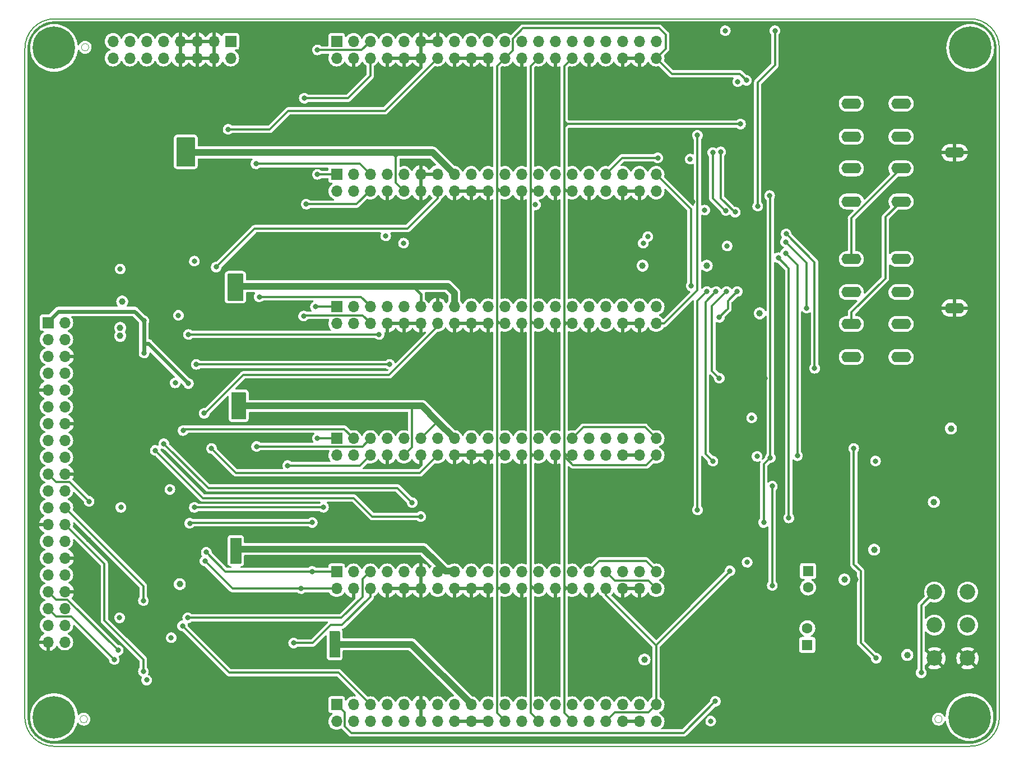
<source format=gbr>
G04 #@! TF.GenerationSoftware,KiCad,Pcbnew,(6.0.7-1)-1*
G04 #@! TF.CreationDate,2022-08-27T22:45:58-07:00*
G04 #@! TF.ProjectId,vca_backplane,7663615f-6261-4636-9b70-6c616e652e6b,rev?*
G04 #@! TF.SameCoordinates,Original*
G04 #@! TF.FileFunction,Copper,L4,Bot*
G04 #@! TF.FilePolarity,Positive*
%FSLAX46Y46*%
G04 Gerber Fmt 4.6, Leading zero omitted, Abs format (unit mm)*
G04 Created by KiCad (PCBNEW (6.0.7-1)-1) date 2022-08-27 22:45:58*
%MOMM*%
%LPD*%
G01*
G04 APERTURE LIST*
G04 #@! TA.AperFunction,Profile*
%ADD10C,0.150000*%
G04 #@! TD*
G04 #@! TA.AperFunction,Profile*
%ADD11C,0.050000*%
G04 #@! TD*
G04 #@! TA.AperFunction,ComponentPad*
%ADD12C,6.400000*%
G04 #@! TD*
G04 #@! TA.AperFunction,ComponentPad*
%ADD13R,1.700000X1.700000*%
G04 #@! TD*
G04 #@! TA.AperFunction,ComponentPad*
%ADD14O,1.700000X1.700000*%
G04 #@! TD*
G04 #@! TA.AperFunction,ComponentPad*
%ADD15O,3.000000X1.600000*%
G04 #@! TD*
G04 #@! TA.AperFunction,ComponentPad*
%ADD16C,2.340000*%
G04 #@! TD*
G04 #@! TA.AperFunction,ComponentPad*
%ADD17R,1.600000X1.600000*%
G04 #@! TD*
G04 #@! TA.AperFunction,ComponentPad*
%ADD18C,1.600000*%
G04 #@! TD*
G04 #@! TA.AperFunction,ViaPad*
%ADD19C,0.800000*%
G04 #@! TD*
G04 #@! TA.AperFunction,ViaPad*
%ADD20C,1.000000*%
G04 #@! TD*
G04 #@! TA.AperFunction,Conductor*
%ADD21C,1.000000*%
G04 #@! TD*
G04 #@! TA.AperFunction,Conductor*
%ADD22C,0.400000*%
G04 #@! TD*
G04 #@! TA.AperFunction,Conductor*
%ADD23C,0.300000*%
G04 #@! TD*
G04 #@! TA.AperFunction,Conductor*
%ADD24C,0.200000*%
G04 #@! TD*
G04 #@! TA.AperFunction,Conductor*
%ADD25C,0.600000*%
G04 #@! TD*
G04 APERTURE END LIST*
D10*
X172600001Y-143299999D02*
X34300000Y-143304543D01*
D11*
X39576000Y-37700000D02*
G75*
G03*
X39576000Y-37700000I-576000J0D01*
G01*
X39376000Y-139200000D02*
G75*
G03*
X39376000Y-139200000I-576000J0D01*
G01*
D10*
X34300000Y-33400000D02*
G75*
G03*
X29898889Y-37900000I100000J-4500000D01*
G01*
X34300000Y-33400000D02*
X172700000Y-33400000D01*
D11*
X168476000Y-139200000D02*
G75*
G03*
X168476000Y-139200000I-576000J0D01*
G01*
D10*
X29900000Y-139100000D02*
X29898889Y-37900000D01*
X177100000Y-37800000D02*
X177101135Y-138899999D01*
X172600001Y-143299999D02*
G75*
G03*
X177101135Y-138899999I99999J4399999D01*
G01*
X177100000Y-37800000D02*
G75*
G03*
X172700000Y-33400000I-4400000J0D01*
G01*
X29900000Y-139100000D02*
G75*
G03*
X34300000Y-143304543I4400000J200000D01*
G01*
D12*
X34300000Y-37800000D03*
D13*
X77000000Y-56900000D03*
D14*
X77000000Y-59440000D03*
X79540000Y-56900000D03*
X79540000Y-59440000D03*
X82080000Y-56900000D03*
X82080000Y-59440000D03*
X84620000Y-56900000D03*
X84620000Y-59440000D03*
X87160000Y-56900000D03*
X87160000Y-59440000D03*
X89700000Y-56900000D03*
X89700000Y-59440000D03*
X92240000Y-56900000D03*
X92240000Y-59440000D03*
X94780000Y-56900000D03*
X94780000Y-59440000D03*
X97320000Y-56900000D03*
X97320000Y-59440000D03*
X99860000Y-56900000D03*
X99860000Y-59440000D03*
X102400000Y-56900000D03*
X102400000Y-59440000D03*
X104940000Y-56900000D03*
X104940000Y-59440000D03*
X107480000Y-56900000D03*
X107480000Y-59440000D03*
X110020000Y-56900000D03*
X110020000Y-59440000D03*
X112560000Y-56900000D03*
X112560000Y-59440000D03*
X115100000Y-56900000D03*
X115100000Y-59440000D03*
X117640000Y-56900000D03*
X117640000Y-59440000D03*
X120180000Y-56900000D03*
X120180000Y-59440000D03*
X122720000Y-56900000D03*
X122720000Y-59440000D03*
X125260000Y-56900000D03*
X125260000Y-59440000D03*
D13*
X77000000Y-76900000D03*
D14*
X77000000Y-79440000D03*
X79540000Y-76900000D03*
X79540000Y-79440000D03*
X82080000Y-76900000D03*
X82080000Y-79440000D03*
X84620000Y-76900000D03*
X84620000Y-79440000D03*
X87160000Y-76900000D03*
X87160000Y-79440000D03*
X89700000Y-76900000D03*
X89700000Y-79440000D03*
X92240000Y-76900000D03*
X92240000Y-79440000D03*
X94780000Y-76900000D03*
X94780000Y-79440000D03*
X97320000Y-76900000D03*
X97320000Y-79440000D03*
X99860000Y-76900000D03*
X99860000Y-79440000D03*
X102400000Y-76900000D03*
X102400000Y-79440000D03*
X104940000Y-76900000D03*
X104940000Y-79440000D03*
X107480000Y-76900000D03*
X107480000Y-79440000D03*
X110020000Y-76900000D03*
X110020000Y-79440000D03*
X112560000Y-76900000D03*
X112560000Y-79440000D03*
X115100000Y-76900000D03*
X115100000Y-79440000D03*
X117640000Y-76900000D03*
X117640000Y-79440000D03*
X120180000Y-76900000D03*
X120180000Y-79440000D03*
X122720000Y-76900000D03*
X122720000Y-79440000D03*
X125260000Y-76900000D03*
X125260000Y-79440000D03*
D13*
X77000000Y-116940000D03*
D14*
X77000000Y-119480000D03*
X79540000Y-116940000D03*
X79540000Y-119480000D03*
X82080000Y-116940000D03*
X82080000Y-119480000D03*
X84620000Y-116940000D03*
X84620000Y-119480000D03*
X87160000Y-116940000D03*
X87160000Y-119480000D03*
X89700000Y-116940000D03*
X89700000Y-119480000D03*
X92240000Y-116940000D03*
X92240000Y-119480000D03*
X94780000Y-116940000D03*
X94780000Y-119480000D03*
X97320000Y-116940000D03*
X97320000Y-119480000D03*
X99860000Y-116940000D03*
X99860000Y-119480000D03*
X102400000Y-116940000D03*
X102400000Y-119480000D03*
X104940000Y-116940000D03*
X104940000Y-119480000D03*
X107480000Y-116940000D03*
X107480000Y-119480000D03*
X110020000Y-116940000D03*
X110020000Y-119480000D03*
X112560000Y-116940000D03*
X112560000Y-119480000D03*
X115100000Y-116940000D03*
X115100000Y-119480000D03*
X117640000Y-116940000D03*
X117640000Y-119480000D03*
X120180000Y-116940000D03*
X120180000Y-119480000D03*
X122720000Y-116940000D03*
X122720000Y-119480000D03*
X125260000Y-116940000D03*
X125260000Y-119480000D03*
D15*
X170350000Y-77100000D03*
X154750000Y-74700000D03*
X154750000Y-79500000D03*
X162250000Y-74700000D03*
X162250000Y-69700000D03*
X154750000Y-69700000D03*
X162250000Y-79500000D03*
X162250000Y-84500000D03*
X154750000Y-84500000D03*
X170350000Y-53600000D03*
X154750000Y-51200000D03*
X154750000Y-56000000D03*
X162250000Y-51200000D03*
X162250000Y-46200000D03*
X154750000Y-46200000D03*
X162250000Y-56000000D03*
X162250000Y-61000000D03*
X154750000Y-61000000D03*
D13*
X33400000Y-79300000D03*
D14*
X35940000Y-79300000D03*
X33400000Y-81840000D03*
X35940000Y-81840000D03*
X33400000Y-84380000D03*
X35940000Y-84380000D03*
X33400000Y-86920000D03*
X35940000Y-86920000D03*
X33400000Y-89460000D03*
X35940000Y-89460000D03*
X33400000Y-92000000D03*
X35940000Y-92000000D03*
X33400000Y-94540000D03*
X35940000Y-94540000D03*
X33400000Y-97080000D03*
X35940000Y-97080000D03*
X33400000Y-99620000D03*
X35940000Y-99620000D03*
X33400000Y-102160000D03*
X35940000Y-102160000D03*
X33400000Y-104700000D03*
X35940000Y-104700000D03*
X33400000Y-107240000D03*
X35940000Y-107240000D03*
X33400000Y-109780000D03*
X35940000Y-109780000D03*
X33400000Y-112320000D03*
X35940000Y-112320000D03*
X33400000Y-114860000D03*
X35940000Y-114860000D03*
X33400000Y-117400000D03*
X35940000Y-117400000D03*
X33400000Y-119940000D03*
X35940000Y-119940000D03*
X33400000Y-122480000D03*
X35940000Y-122480000D03*
X33400000Y-125020000D03*
X35940000Y-125020000D03*
X33400000Y-127560000D03*
X35940000Y-127560000D03*
D12*
X34300000Y-138900000D03*
X172600000Y-138900000D03*
X172700000Y-37800000D03*
D16*
X172300000Y-130000000D03*
X172300000Y-125000000D03*
X172300000Y-120000000D03*
X167300000Y-130000000D03*
X167300000Y-125000000D03*
X167300000Y-120000000D03*
D13*
X77000000Y-96800000D03*
D14*
X77000000Y-99340000D03*
X79540000Y-96800000D03*
X79540000Y-99340000D03*
X82080000Y-96800000D03*
X82080000Y-99340000D03*
X84620000Y-96800000D03*
X84620000Y-99340000D03*
X87160000Y-96800000D03*
X87160000Y-99340000D03*
X89700000Y-96800000D03*
X89700000Y-99340000D03*
X92240000Y-96800000D03*
X92240000Y-99340000D03*
X94780000Y-96800000D03*
X94780000Y-99340000D03*
X97320000Y-96800000D03*
X97320000Y-99340000D03*
X99860000Y-96800000D03*
X99860000Y-99340000D03*
X102400000Y-96800000D03*
X102400000Y-99340000D03*
X104940000Y-96800000D03*
X104940000Y-99340000D03*
X107480000Y-96800000D03*
X107480000Y-99340000D03*
X110020000Y-96800000D03*
X110020000Y-99340000D03*
X112560000Y-96800000D03*
X112560000Y-99340000D03*
X115100000Y-96800000D03*
X115100000Y-99340000D03*
X117640000Y-96800000D03*
X117640000Y-99340000D03*
X120180000Y-96800000D03*
X120180000Y-99340000D03*
X122720000Y-96800000D03*
X122720000Y-99340000D03*
X125260000Y-96800000D03*
X125260000Y-99340000D03*
D13*
X77000000Y-36800000D03*
D14*
X77000000Y-39340000D03*
X79540000Y-36800000D03*
X79540000Y-39340000D03*
X82080000Y-36800000D03*
X82080000Y-39340000D03*
X84620000Y-36800000D03*
X84620000Y-39340000D03*
X87160000Y-36800000D03*
X87160000Y-39340000D03*
X89700000Y-36800000D03*
X89700000Y-39340000D03*
X92240000Y-36800000D03*
X92240000Y-39340000D03*
X94780000Y-36800000D03*
X94780000Y-39340000D03*
X97320000Y-36800000D03*
X97320000Y-39340000D03*
X99860000Y-36800000D03*
X99860000Y-39340000D03*
X102400000Y-36800000D03*
X102400000Y-39340000D03*
X104940000Y-36800000D03*
X104940000Y-39340000D03*
X107480000Y-36800000D03*
X107480000Y-39340000D03*
X110020000Y-36800000D03*
X110020000Y-39340000D03*
X112560000Y-36800000D03*
X112560000Y-39340000D03*
X115100000Y-36800000D03*
X115100000Y-39340000D03*
X117640000Y-36800000D03*
X117640000Y-39340000D03*
X120180000Y-36800000D03*
X120180000Y-39340000D03*
X122720000Y-36800000D03*
X122720000Y-39340000D03*
X125260000Y-36800000D03*
X125260000Y-39340000D03*
D13*
X61000000Y-36800000D03*
D14*
X61000000Y-39340000D03*
X58460000Y-36800000D03*
X58460000Y-39340000D03*
X55920000Y-36800000D03*
X55920000Y-39340000D03*
X53380000Y-36800000D03*
X53380000Y-39340000D03*
X50840000Y-36800000D03*
X50840000Y-39340000D03*
X48300000Y-36800000D03*
X48300000Y-39340000D03*
X45760000Y-36800000D03*
X45760000Y-39340000D03*
X43220000Y-36800000D03*
X43220000Y-39340000D03*
D13*
X77000000Y-137000000D03*
D14*
X77000000Y-139540000D03*
X79540000Y-137000000D03*
X79540000Y-139540000D03*
X82080000Y-137000000D03*
X82080000Y-139540000D03*
X84620000Y-137000000D03*
X84620000Y-139540000D03*
X87160000Y-137000000D03*
X87160000Y-139540000D03*
X89700000Y-137000000D03*
X89700000Y-139540000D03*
X92240000Y-137000000D03*
X92240000Y-139540000D03*
X94780000Y-137000000D03*
X94780000Y-139540000D03*
X97320000Y-137000000D03*
X97320000Y-139540000D03*
X99860000Y-137000000D03*
X99860000Y-139540000D03*
X102400000Y-137000000D03*
X102400000Y-139540000D03*
X104940000Y-137000000D03*
X104940000Y-139540000D03*
X107480000Y-137000000D03*
X107480000Y-139540000D03*
X110020000Y-137000000D03*
X110020000Y-139540000D03*
X112560000Y-137000000D03*
X112560000Y-139540000D03*
X115100000Y-137000000D03*
X115100000Y-139540000D03*
X117640000Y-137000000D03*
X117640000Y-139540000D03*
X120180000Y-137000000D03*
X120180000Y-139540000D03*
X122720000Y-137000000D03*
X122720000Y-139540000D03*
X125260000Y-137000000D03*
X125260000Y-139540000D03*
D17*
X148100000Y-127982379D03*
D18*
X148100000Y-125482379D03*
D17*
X148200000Y-116817621D03*
D18*
X148200000Y-119317621D03*
D19*
X107600000Y-47500000D03*
X144300000Y-63000000D03*
D20*
X143400000Y-135300000D03*
D19*
X61700000Y-65200000D03*
D20*
X38800000Y-74600000D03*
D19*
X141200000Y-72000000D03*
X130750000Y-61000000D03*
D20*
X168900000Y-106300000D03*
X158300000Y-115300000D03*
D19*
X112700000Y-106700000D03*
X69600000Y-78100000D03*
X48600000Y-123200000D03*
X159200000Y-97700000D03*
X112700000Y-126000000D03*
X117600000Y-86500000D03*
X49500000Y-90400000D03*
X102500000Y-126000000D03*
X107500000Y-106700000D03*
D20*
X170000000Y-93600000D03*
D19*
X139200000Y-87600000D03*
X44200000Y-125200000D03*
X107500000Y-126000000D03*
X138300000Y-120600000D03*
X112800000Y-68600000D03*
X138000000Y-56100000D03*
X44400000Y-113400000D03*
X65100000Y-83700000D03*
X117600000Y-106700000D03*
X102600000Y-68600000D03*
X112600000Y-47500000D03*
X55500000Y-68400000D03*
X53500000Y-126900000D03*
X112700000Y-86500000D03*
X140500000Y-115500000D03*
X102500000Y-106700000D03*
D20*
X163000000Y-131300000D03*
D19*
X138600000Y-78600000D03*
D20*
X155300000Y-118100000D03*
D19*
X137700000Y-100200000D03*
X71200000Y-83700000D03*
X141500000Y-82500000D03*
D20*
X138600000Y-76400000D03*
D19*
X141750000Y-87700000D03*
X43100000Y-87600000D03*
X76800000Y-50000000D03*
X155100000Y-131300000D03*
X44500000Y-89800000D03*
X156900000Y-100300000D03*
D20*
X161400000Y-120200000D03*
X38000000Y-73400000D03*
D19*
X102500000Y-86500000D03*
X46500000Y-58700000D03*
X117700000Y-47500000D03*
X102500000Y-47500000D03*
X117700000Y-68600000D03*
X160600000Y-112400000D03*
X168000000Y-99000000D03*
D20*
X53300000Y-117200000D03*
X130900000Y-134000000D03*
D19*
X49400000Y-118300000D03*
X149400000Y-139400000D03*
X69600000Y-69400000D03*
X53400000Y-104500000D03*
D20*
X38000000Y-72300000D03*
D19*
X149400000Y-131200000D03*
X53600000Y-107300000D03*
X44500000Y-132700000D03*
X56100000Y-88500000D03*
X44500000Y-134600000D03*
X136100000Y-42900000D03*
X140400000Y-97900000D03*
X169200000Y-114300000D03*
X65300000Y-136900000D03*
X118800000Y-126000000D03*
X107600000Y-68600000D03*
X137700000Y-109400000D03*
D20*
X143400000Y-137800000D03*
D19*
X53900000Y-71500000D03*
D20*
X130300000Y-131900000D03*
D19*
X151100000Y-114900000D03*
X39500000Y-112100000D03*
X44300000Y-73800000D03*
X70400000Y-50200000D03*
X64700000Y-61200000D03*
X141400000Y-93700000D03*
X61700000Y-108400000D03*
X56800000Y-119200000D03*
X107500000Y-86500000D03*
X76700000Y-84600000D03*
X76700000Y-67600000D03*
X44800000Y-96500000D03*
X139000000Y-115500000D03*
D20*
X158200000Y-113600000D03*
X153700000Y-118100000D03*
D19*
X158400000Y-100200000D03*
X139700000Y-93700000D03*
X130399992Y-54600000D03*
D20*
X169800000Y-95300000D03*
X76600000Y-127850000D03*
X163200000Y-129500000D03*
D19*
X137600000Y-42900000D03*
D20*
X76600000Y-126600000D03*
X76600000Y-129100000D03*
X123200000Y-70700000D03*
X132900000Y-70700000D03*
X167200000Y-106400000D03*
X140900000Y-77900000D03*
D19*
X140500000Y-99500000D03*
D20*
X53800000Y-52100000D03*
D19*
X52600000Y-88400000D03*
D20*
X44300000Y-81300000D03*
X61300002Y-72600000D03*
X62000000Y-90500000D03*
D19*
X53100000Y-78200000D03*
X44399998Y-107200000D03*
D20*
X44600000Y-76100000D03*
X53300000Y-118800000D03*
X62000000Y-93200000D03*
X123500000Y-130200000D03*
D19*
X55500000Y-70000000D03*
X52000000Y-126900000D03*
D20*
X53800000Y-53600000D03*
X62000000Y-91800000D03*
D19*
X48300000Y-133300000D03*
D20*
X44300000Y-80100000D03*
X54000000Y-55000000D03*
X61300000Y-73800000D03*
X61600000Y-113700000D03*
D19*
X51800000Y-104500000D03*
D20*
X61600000Y-115000000D03*
X61600000Y-112400000D03*
D19*
X132600000Y-62300000D03*
X44300000Y-71200000D03*
X135975000Y-67725000D03*
X44200000Y-123900000D03*
D20*
X61300000Y-75100000D03*
D19*
X135700000Y-35200000D03*
X165300000Y-132200000D03*
X47875000Y-79025000D03*
X54600000Y-88500000D03*
X47900000Y-83900000D03*
X44000000Y-128800000D03*
X43400000Y-130200000D03*
X39600000Y-106300000D03*
X55800000Y-85600000D03*
X85000000Y-85600000D03*
X123300002Y-67300000D03*
X87100000Y-67300000D03*
X60600000Y-50100000D03*
X54600000Y-81100000D03*
X124000000Y-66300000D03*
X84400000Y-66200000D03*
X83400000Y-81100000D03*
X53800000Y-95600000D03*
X73300000Y-109500000D03*
X74100000Y-96800000D03*
X74100000Y-56900000D03*
X73800000Y-76900000D03*
X54800000Y-109600000D03*
X58800000Y-70900000D03*
X57000000Y-93000000D03*
X58100000Y-98300000D03*
X89700000Y-108600000D03*
X49600004Y-98600000D03*
X88400000Y-106500000D03*
X50900000Y-97600000D03*
X47800000Y-132000000D03*
X47800000Y-121300000D03*
X135820023Y-62379977D03*
X133800000Y-53600000D03*
X75000000Y-107200000D03*
X55500000Y-107200000D03*
X158500000Y-130000000D03*
X155100000Y-98300000D03*
X138900000Y-42700000D03*
X136400000Y-116799988D03*
X125500000Y-54400000D03*
X138000000Y-49300000D03*
X131500000Y-51000000D03*
X107029999Y-61500000D03*
X130550000Y-73750000D03*
X72100000Y-45400002D03*
X74100000Y-38100000D03*
X72400000Y-61400000D03*
X64800000Y-55300000D03*
X72000000Y-78300000D03*
X65300000Y-75400002D03*
X69600000Y-100900000D03*
X64900000Y-98000000D03*
X70500000Y-127700000D03*
X54500000Y-123900000D03*
X53700000Y-125100000D03*
X73300000Y-116900000D03*
X57300000Y-114000000D03*
X134200000Y-136500000D03*
X57100000Y-115300000D03*
X71600000Y-119480000D03*
X133500000Y-139500000D03*
X142500000Y-99700000D03*
X141500000Y-109500000D03*
X142400000Y-60100000D03*
X131500000Y-107600000D03*
X132900000Y-74600000D03*
X134300000Y-74600000D03*
X133830331Y-100230331D03*
X144900000Y-65900000D03*
X149200000Y-86200000D03*
X134800000Y-87700000D03*
X135900000Y-74600000D03*
X134800000Y-78500000D03*
X137500000Y-74600000D03*
X144799997Y-67099997D03*
X148000000Y-77100000D03*
X135000000Y-53500000D03*
X137200000Y-62600000D03*
X144800000Y-68800000D03*
X146600000Y-99400000D03*
X145300000Y-108800000D03*
X143700000Y-69500000D03*
X140600000Y-61700000D03*
X143200000Y-35200000D03*
X142800000Y-119000000D03*
X142800000Y-104000000D03*
D21*
X88320000Y-127900000D02*
X76650000Y-127900000D01*
X97320000Y-136900000D02*
X88320000Y-127900000D01*
X76650000Y-127900000D02*
X76600000Y-127850000D01*
X63200000Y-91900000D02*
X63600000Y-91900000D01*
X94780000Y-74820000D02*
X93760000Y-73800000D01*
D22*
X92240000Y-115640000D02*
X92150000Y-115550000D01*
X89700000Y-75000000D02*
X88500000Y-73800000D01*
D23*
X85821077Y-54221077D02*
X85200000Y-53600000D01*
D21*
X85900000Y-53600000D02*
X86600000Y-53600000D01*
X92090000Y-94110000D02*
X89880000Y-91900000D01*
D23*
X85921077Y-53621077D02*
X85900000Y-53600000D01*
D21*
X89100000Y-91900000D02*
X88200000Y-91900000D01*
X85200000Y-91900000D02*
X84800000Y-91900000D01*
X94780000Y-116840000D02*
X93440000Y-116840000D01*
D23*
X89700000Y-96800000D02*
X92090000Y-94410000D01*
D21*
X63200000Y-91900000D02*
X85200000Y-91900000D01*
D23*
X88360000Y-92060000D02*
X88200000Y-91900000D01*
X88360000Y-98140000D02*
X88360000Y-92060000D01*
D21*
X92150000Y-115550000D02*
X90100000Y-113500000D01*
X88500000Y-73800000D02*
X62400000Y-73800000D01*
D23*
X85921077Y-58201077D02*
X85921077Y-54221077D01*
D22*
X88410001Y-92110001D02*
X88200000Y-91900000D01*
D21*
X56500000Y-53600000D02*
X55300000Y-53600000D01*
D23*
X85921077Y-54221077D02*
X85921077Y-53621077D01*
D21*
X89880000Y-91900000D02*
X89100000Y-91900000D01*
X93760000Y-73800000D02*
X88500000Y-73800000D01*
X94780000Y-96800000D02*
X92090000Y-94110000D01*
X63300000Y-91900000D02*
X63600000Y-91900000D01*
X85200000Y-53600000D02*
X85900000Y-53600000D01*
X88200000Y-91900000D02*
X85200000Y-91900000D01*
D23*
X87160000Y-59440000D02*
X85921077Y-58201077D01*
X85921077Y-54221077D02*
X85978923Y-54221077D01*
X85921077Y-54221077D02*
X85821077Y-54221077D01*
D21*
X84500000Y-53600000D02*
X85200000Y-53600000D01*
D23*
X85978923Y-54221077D02*
X86600000Y-53600000D01*
D21*
X86600000Y-53600000D02*
X91480000Y-53600000D01*
D22*
X92240000Y-116840000D02*
X92240000Y-115640000D01*
D21*
X84500000Y-53600000D02*
X56500000Y-53600000D01*
D23*
X87160000Y-99340000D02*
X88360000Y-98140000D01*
D21*
X90100000Y-113500000D02*
X62200000Y-113500000D01*
D22*
X89700000Y-76800000D02*
X89700000Y-75000000D01*
D23*
X92090000Y-94410000D02*
X92090000Y-94110000D01*
D21*
X93440000Y-116840000D02*
X92150000Y-115550000D01*
X91480000Y-53600000D02*
X94780000Y-56900000D01*
X94780000Y-76800000D02*
X94780000Y-74820000D01*
D23*
X165300000Y-122000000D02*
X167300000Y-120000000D01*
X165300000Y-132200000D02*
X165300000Y-122000000D01*
D24*
X48375000Y-82475000D02*
X47875000Y-81975000D01*
X48575000Y-82475000D02*
X48375000Y-82475000D01*
D25*
X47875000Y-82475000D02*
X47875000Y-83875000D01*
X47875000Y-82475000D02*
X48575000Y-82475000D01*
X33400000Y-79200000D02*
X34950000Y-77650000D01*
X47875000Y-79025000D02*
X47875000Y-81975000D01*
X46450001Y-77600001D02*
X47875000Y-79025000D01*
X34999999Y-77600001D02*
X34950000Y-77650000D01*
X47875000Y-81975000D02*
X47875000Y-82475000D01*
X47875000Y-83875000D02*
X47900000Y-83900000D01*
X46450001Y-77600001D02*
X34999999Y-77600001D01*
X48575000Y-82475000D02*
X54600000Y-88500000D01*
D23*
X34600001Y-121140001D02*
X36340001Y-121140001D01*
X36340001Y-121140001D02*
X44000000Y-128800000D01*
X33400000Y-119940000D02*
X34600001Y-121140001D01*
X34600001Y-123680001D02*
X33400000Y-122480000D01*
X36880001Y-123680001D02*
X34600001Y-123680001D01*
X43400000Y-130200000D02*
X36880001Y-123680001D01*
X39600000Y-106300000D02*
X36660001Y-103360001D01*
X34600001Y-103360001D02*
X33400000Y-102160000D01*
X36660001Y-103360001D02*
X34600001Y-103360001D01*
X55800000Y-85600000D02*
X85000000Y-85600000D01*
X84280000Y-47300000D02*
X92240000Y-39340000D01*
X69700000Y-47300000D02*
X84280000Y-47300000D01*
X60600000Y-50100000D02*
X66900000Y-50100000D01*
X66900000Y-50100000D02*
X69700000Y-47300000D01*
X83100000Y-81100000D02*
X83400000Y-81100000D01*
X54600000Y-81100000D02*
X83100000Y-81100000D01*
X53800000Y-95600000D02*
X53800000Y-95500000D01*
X54000000Y-95400000D02*
X53800000Y-95600000D01*
X53800000Y-95500000D02*
X53900000Y-95400000D01*
X79540000Y-96800000D02*
X78140000Y-95400000D01*
X53900000Y-95400000D02*
X78140000Y-95400000D01*
X77000000Y-56900000D02*
X74100000Y-56900000D01*
X73275000Y-109525000D02*
X54875000Y-109525000D01*
X77000000Y-76900000D02*
X73800000Y-76900000D01*
X54875000Y-109525000D02*
X54800000Y-109600000D01*
X77000000Y-96800000D02*
X74100000Y-96800000D01*
X73300000Y-109500000D02*
X73275000Y-109525000D01*
X92240000Y-60542081D02*
X87682081Y-65100000D01*
X64600000Y-65100000D02*
X58800000Y-70900000D01*
X87682081Y-65100000D02*
X64600000Y-65100000D01*
X92240000Y-59340000D02*
X92240000Y-60542081D01*
X84900000Y-87200000D02*
X92240000Y-79860000D01*
X57100000Y-93000000D02*
X62900000Y-87200000D01*
X92240000Y-79860000D02*
X92240000Y-79340000D01*
X57000000Y-93000000D02*
X57100000Y-93000000D01*
X62900000Y-87200000D02*
X84900000Y-87200000D01*
X89580000Y-102000000D02*
X92240000Y-99340000D01*
X61800000Y-102000000D02*
X89580000Y-102000000D01*
X58100000Y-98300000D02*
X61800000Y-102000000D01*
X79600000Y-105800000D02*
X56800004Y-105800000D01*
X56800004Y-105800000D02*
X49600004Y-98600000D01*
X89700000Y-108600000D02*
X82400000Y-108600000D01*
X82400000Y-108600000D02*
X79600000Y-105800000D01*
X88400000Y-106500000D02*
X86200000Y-104300000D01*
X57600000Y-104300000D02*
X50900000Y-97600000D01*
X86200000Y-104300000D02*
X57600000Y-104300000D01*
X47800000Y-132000000D02*
X47800000Y-130200000D01*
X47800000Y-130200000D02*
X41900000Y-124300000D01*
X41900000Y-115740000D02*
X35940000Y-109780000D01*
X41900000Y-124300000D02*
X41900000Y-115740000D01*
X47800000Y-119100000D02*
X47800000Y-121300000D01*
X35940000Y-107240000D02*
X47800000Y-119100000D01*
X135820023Y-62379977D02*
X135679977Y-62379977D01*
X135679977Y-62379977D02*
X133800000Y-60500000D01*
X133800000Y-60500000D02*
X133800000Y-53600000D01*
X55500000Y-107200000D02*
X75000000Y-107200000D01*
X156150000Y-116850000D02*
X155100000Y-115800000D01*
X155100000Y-115800000D02*
X155100000Y-98300000D01*
X158500000Y-130000000D02*
X156150000Y-127650000D01*
X156150000Y-127650000D02*
X156150000Y-116850000D01*
X101460000Y-79340000D02*
X101199999Y-79600001D01*
X101640000Y-99340000D02*
X101199999Y-98899999D01*
X102400000Y-119380000D02*
X101520000Y-119380000D01*
X103600001Y-36363997D02*
X103600001Y-38139999D01*
X105163998Y-34800000D02*
X103600001Y-36363997D01*
X101199999Y-119200001D02*
X101199999Y-119700001D01*
X102400000Y-39340000D02*
X101199999Y-40540001D01*
X101199999Y-58900001D02*
X101199999Y-59599999D01*
X101379998Y-119380000D02*
X101199999Y-119200001D01*
X101199999Y-138239999D02*
X102400000Y-139440000D01*
X102400000Y-99340000D02*
X101460000Y-99340000D01*
X102400000Y-119380000D02*
X101379998Y-119380000D01*
X103600001Y-38139999D02*
X102400000Y-39340000D01*
X101199999Y-79000001D02*
X101199999Y-79600001D01*
X101199999Y-119700001D02*
X101199999Y-138239999D01*
X126700000Y-37900000D02*
X126700000Y-35800000D01*
X102400000Y-59340000D02*
X101459998Y-59340000D01*
X102400000Y-99340000D02*
X101640000Y-99340000D01*
X101539998Y-79340000D02*
X101199999Y-79000001D01*
X102400000Y-79340000D02*
X101460000Y-79340000D01*
X127620000Y-41700000D02*
X125260000Y-39340000D01*
X101199999Y-79600001D02*
X101199999Y-98899999D01*
X101199999Y-40540001D02*
X101199999Y-58900001D01*
X126700000Y-35800000D02*
X125700000Y-34800000D01*
X101639998Y-59340000D02*
X101199999Y-58900001D01*
X101520000Y-119380000D02*
X101199999Y-119700001D01*
X125260000Y-39340000D02*
X126700000Y-37900000D01*
X102400000Y-59340000D02*
X101639998Y-59340000D01*
X138900000Y-42700000D02*
X137900000Y-41700000D01*
X101199999Y-59599999D02*
X101199999Y-79000001D01*
X101460000Y-99340000D02*
X101199999Y-99600001D01*
X101199999Y-99600001D02*
X101199999Y-119200001D01*
X125700000Y-34800000D02*
X105163998Y-34800000D01*
X102400000Y-79340000D02*
X101539998Y-79340000D01*
X101199999Y-98899999D02*
X101199999Y-99600001D01*
X137900000Y-41700000D02*
X127620000Y-41700000D01*
X101459998Y-59340000D02*
X101199999Y-59599999D01*
X125260000Y-128040000D02*
X136400000Y-116900000D01*
X124060000Y-138200000D02*
X118980000Y-138200000D01*
X125260000Y-137000000D02*
X124060000Y-138200000D01*
X136400000Y-116900000D02*
X136400000Y-116799988D01*
X125260000Y-128060000D02*
X117640000Y-120440000D01*
X125260000Y-134040000D02*
X125260000Y-128060000D01*
X117640000Y-120440000D02*
X117640000Y-119480000D01*
X125260000Y-137000000D02*
X125260000Y-134040000D01*
X125260000Y-134040000D02*
X125260000Y-128040000D01*
X118980000Y-138200000D02*
X117640000Y-139540000D01*
X124059999Y-118279999D02*
X118979999Y-118279999D01*
X125500000Y-54400000D02*
X120140000Y-54400000D01*
X125260000Y-119480000D02*
X124059999Y-118279999D01*
X120140000Y-54400000D02*
X117640000Y-56900000D01*
X118979999Y-118279999D02*
X117640000Y-116940000D01*
X116640000Y-115300000D02*
X115100000Y-116840000D01*
X125260000Y-116840000D02*
X123720000Y-115300000D01*
X123720000Y-115300000D02*
X116640000Y-115300000D01*
X123800000Y-100800000D02*
X112700000Y-100800000D01*
X111359999Y-50859999D02*
X111359999Y-51340001D01*
X111800000Y-49300000D02*
X111359999Y-48859999D01*
X111359999Y-99740001D02*
X111359999Y-119059999D01*
X111359999Y-49740001D02*
X111359999Y-50859999D01*
X125260000Y-99340000D02*
X123800000Y-100800000D01*
X111359999Y-138239999D02*
X112560000Y-139440000D01*
X111400000Y-49300000D02*
X111359999Y-49259999D01*
X112700000Y-100800000D02*
X111359999Y-99459999D01*
X111760000Y-79340000D02*
X111359999Y-79740001D01*
X112560000Y-119380000D02*
X111739998Y-119380000D01*
X112560000Y-99340000D02*
X111740000Y-99340000D01*
X111359999Y-79040001D02*
X111359999Y-79740001D01*
X111359999Y-49259999D02*
X111359999Y-49740001D01*
X112560000Y-79340000D02*
X111760000Y-79340000D01*
X112560000Y-39340000D02*
X111359999Y-40540001D01*
X111359999Y-48859999D02*
X111359999Y-49259999D01*
X111760000Y-99340000D02*
X111359999Y-99740001D01*
X112560000Y-99340000D02*
X111760000Y-99340000D01*
X111359999Y-54340001D02*
X111359999Y-59040001D01*
X138000000Y-49300000D02*
X111900000Y-49300000D01*
X111359999Y-40540001D02*
X111359999Y-48859999D01*
X111900000Y-49300000D02*
X111400000Y-49300000D01*
X111739998Y-119380000D02*
X111359999Y-119759999D01*
X111900000Y-49300000D02*
X111800000Y-49300000D01*
X111359999Y-99459999D02*
X111359999Y-99740001D01*
X111359999Y-54140001D02*
X111359999Y-59040001D01*
X111680000Y-119380000D02*
X111359999Y-119059999D01*
X112560000Y-59440000D02*
X111560000Y-59440000D01*
X111659998Y-79340000D02*
X111359999Y-79040001D01*
X111359999Y-119059999D02*
X111359999Y-119759999D01*
X111359999Y-98959999D02*
X111359999Y-99459999D01*
X112560000Y-59440000D02*
X111759998Y-59440000D01*
X111759998Y-59440000D02*
X111359999Y-59040001D01*
X112560000Y-119380000D02*
X111680000Y-119380000D01*
X111359999Y-59040001D02*
X111359999Y-59640001D01*
X111800000Y-49300000D02*
X111359999Y-49740001D01*
X111359999Y-59640001D02*
X111359999Y-79040001D01*
X111740000Y-99340000D02*
X111359999Y-98959999D01*
X111359999Y-119759999D02*
X111359999Y-138239999D01*
X111359999Y-79740001D02*
X111359999Y-98959999D01*
X111359999Y-51340001D02*
X111359999Y-54340001D01*
X111560000Y-59440000D02*
X111359999Y-59640001D01*
X112560000Y-79340000D02*
X111659998Y-79340000D01*
X123560000Y-95100000D02*
X114260000Y-95100000D01*
X125260000Y-96800000D02*
X123560000Y-95100000D01*
X114260000Y-95100000D02*
X112560000Y-96800000D01*
X131500000Y-52700000D02*
X131500000Y-51000000D01*
X126462081Y-79440000D02*
X131500000Y-74402081D01*
X125260000Y-79440000D02*
X126462081Y-79440000D01*
X131500000Y-74402081D02*
X131500000Y-52700000D01*
X106519998Y-79340000D02*
X106279999Y-79579999D01*
X107480000Y-79340000D02*
X106519998Y-79340000D01*
X106279999Y-79579999D02*
X106279999Y-98979999D01*
X106640000Y-59340000D02*
X106279999Y-58979999D01*
X107480000Y-39340000D02*
X106279999Y-40540001D01*
X107480000Y-79340000D02*
X106599998Y-79340000D01*
X107480000Y-59340000D02*
X106640000Y-59340000D01*
X107480000Y-99340000D02*
X106640000Y-99340000D01*
X107480000Y-59340000D02*
X106619998Y-59340000D01*
X106279999Y-119620001D02*
X106279999Y-138239999D01*
X106279999Y-118979999D02*
X106279999Y-119620001D01*
X106680000Y-119380000D02*
X106279999Y-118979999D01*
X106279999Y-79020001D02*
X106279999Y-79579999D01*
X106279999Y-98979999D02*
X106279999Y-99620001D01*
X106599998Y-79340000D02*
X106279999Y-79020001D01*
X106279999Y-58979999D02*
X106279999Y-59679999D01*
X106279999Y-138239999D02*
X107480000Y-139440000D01*
X107480000Y-99340000D02*
X106560000Y-99340000D01*
X107480000Y-119380000D02*
X106520000Y-119380000D01*
X106520000Y-119380000D02*
X106279999Y-119620001D01*
X106619998Y-59340000D02*
X106279999Y-59679999D01*
X106279999Y-59679999D02*
X106279999Y-79020001D01*
X106279999Y-99620001D02*
X106279999Y-118979999D01*
X106640000Y-99340000D02*
X106279999Y-98979999D01*
X106560000Y-99340000D02*
X106279999Y-99620001D01*
X106279999Y-40540001D02*
X106279999Y-58979999D01*
X107480000Y-119380000D02*
X106680000Y-119380000D01*
X130500000Y-73700000D02*
X130550000Y-73750000D01*
X130500000Y-62140000D02*
X130500000Y-73700000D01*
X125260000Y-56900000D02*
X130500000Y-62140000D01*
X78699998Y-45400002D02*
X72100000Y-45400002D01*
X82080000Y-39340000D02*
X82080000Y-42020000D01*
X82080000Y-42020000D02*
X78699998Y-45400002D01*
X82080000Y-36800000D02*
X80780000Y-38100000D01*
X80780000Y-38100000D02*
X74100000Y-38100000D01*
X80020000Y-61400000D02*
X82080000Y-59340000D01*
X72400000Y-61400000D02*
X80020000Y-61400000D01*
X80480000Y-55300000D02*
X82080000Y-56900000D01*
X64800000Y-55300000D02*
X80480000Y-55300000D01*
X80940000Y-78200000D02*
X72100000Y-78200000D01*
X72100000Y-78200000D02*
X72000000Y-78300000D01*
X82080000Y-79340000D02*
X80940000Y-78200000D01*
X65865685Y-75400002D02*
X65300000Y-75400002D01*
X82080000Y-76800000D02*
X80680002Y-75400002D01*
X80680002Y-75400002D02*
X65865685Y-75400002D01*
X80520000Y-100900000D02*
X82080000Y-99340000D01*
X80520000Y-100900000D02*
X69600000Y-100900000D01*
X82080000Y-96800000D02*
X80879999Y-98000001D01*
X64900001Y-98000001D02*
X64900000Y-98000000D01*
X80879999Y-98000001D02*
X64900001Y-98000001D01*
X76100000Y-125000000D02*
X77800000Y-125000000D01*
X82080000Y-120720000D02*
X82080000Y-119480000D01*
X73400000Y-127700000D02*
X76100000Y-125000000D01*
X77800000Y-125000000D02*
X82080000Y-120720000D01*
X70500000Y-127700000D02*
X73400000Y-127700000D01*
X80879999Y-118040001D02*
X82080000Y-116840000D01*
X77700000Y-123900000D02*
X80879999Y-120720001D01*
X80879999Y-120720001D02*
X80879999Y-118040001D01*
X54500000Y-123900000D02*
X77700000Y-123900000D01*
X60800000Y-132200000D02*
X77280000Y-132200000D01*
X77280000Y-132200000D02*
X82080000Y-137000000D01*
X53700000Y-125100000D02*
X60800000Y-132200000D01*
X129400000Y-141300000D02*
X134200000Y-136500000D01*
X78200001Y-140300001D02*
X79200000Y-141300000D01*
D22*
X76960000Y-116900000D02*
X77000000Y-116940000D01*
D23*
X79200000Y-141300000D02*
X129400000Y-141300000D01*
X73300000Y-116900000D02*
X76960000Y-116900000D01*
X73300000Y-116900000D02*
X60200000Y-116900000D01*
X60200000Y-116900000D02*
X57300000Y-114000000D01*
X78200001Y-138200001D02*
X78200001Y-140300001D01*
X77000000Y-137000000D02*
X78200001Y-138200001D01*
X57100000Y-115300000D02*
X61280000Y-119480000D01*
X61280000Y-119480000D02*
X77000000Y-119480000D01*
X154750000Y-63500000D02*
X162250000Y-56000000D01*
X154750000Y-69700000D02*
X154750000Y-63500000D01*
X159900000Y-63350000D02*
X162250000Y-61000000D01*
X154750000Y-79500000D02*
X154750000Y-77750000D01*
X159900000Y-72600000D02*
X159900000Y-63350000D01*
X154750000Y-77750000D02*
X159900000Y-72600000D01*
X142500000Y-99700000D02*
X142500000Y-60200000D01*
X142500000Y-99700000D02*
X141500000Y-100700000D01*
X142500000Y-60200000D02*
X142400000Y-60100000D01*
X141500000Y-100700000D02*
X141500000Y-109500000D01*
X131500000Y-107600000D02*
X131500000Y-76000000D01*
X131500000Y-76000000D02*
X132900000Y-74600000D01*
X133830331Y-100230331D02*
X132700000Y-99100000D01*
X132700000Y-76200000D02*
X134300000Y-74600000D01*
X132700000Y-99100000D02*
X132700000Y-76200000D01*
X149200000Y-70200000D02*
X149200000Y-86200000D01*
X144900000Y-65900000D02*
X149200000Y-70200000D01*
X133700000Y-86600000D02*
X133700000Y-76800000D01*
X134800000Y-87700000D02*
X133700000Y-86600000D01*
X133700000Y-76800000D02*
X135900000Y-74600000D01*
X136100000Y-77200000D02*
X134800000Y-78500000D01*
X137500000Y-74600000D02*
X136100000Y-76000000D01*
X136100000Y-76000000D02*
X136100000Y-77200000D01*
X148000000Y-77100000D02*
X148000000Y-70300000D01*
X148000000Y-70300000D02*
X144799997Y-67099997D01*
X135000000Y-60500000D02*
X135000000Y-53500000D01*
X137200000Y-62600000D02*
X137100000Y-62600000D01*
X137100000Y-62600000D02*
X135000000Y-60500000D01*
X146600000Y-99400000D02*
X146600000Y-70600000D01*
X146600000Y-70600000D02*
X144800000Y-68800000D01*
X145300000Y-71100000D02*
X145300000Y-108800000D01*
X143700000Y-69500000D02*
X145300000Y-71100000D01*
X140600000Y-61700000D02*
X140600000Y-43000000D01*
X140600000Y-43000000D02*
X143200000Y-40400000D01*
X143200000Y-40400000D02*
X143200000Y-35200000D01*
X142800000Y-104000000D02*
X142800000Y-119000000D01*
G04 #@! TA.AperFunction,Conductor*
G36*
X172678274Y-33802051D02*
G01*
X172689210Y-33803783D01*
X172700000Y-33805492D01*
X172711701Y-33803639D01*
X172737228Y-33802221D01*
X173063209Y-33817292D01*
X173074798Y-33818366D01*
X173429142Y-33867795D01*
X173440582Y-33869934D01*
X173788854Y-33951846D01*
X173800030Y-33955026D01*
X173969651Y-34011878D01*
X174139262Y-34068726D01*
X174150114Y-34072930D01*
X174477401Y-34217441D01*
X174487819Y-34222629D01*
X174800374Y-34396722D01*
X174810269Y-34402848D01*
X175105431Y-34605038D01*
X175114719Y-34612052D01*
X175389971Y-34840618D01*
X175398571Y-34848459D01*
X175651541Y-35101429D01*
X175659382Y-35110029D01*
X175887948Y-35385281D01*
X175894962Y-35394569D01*
X176097152Y-35689731D01*
X176103278Y-35699626D01*
X176277371Y-36012181D01*
X176282559Y-36022599D01*
X176427070Y-36349886D01*
X176431274Y-36360738D01*
X176436383Y-36375980D01*
X176541314Y-36689049D01*
X176544971Y-36699961D01*
X176548154Y-36711146D01*
X176589403Y-36886528D01*
X176630066Y-37059418D01*
X176632205Y-37070858D01*
X176681634Y-37425202D01*
X176682708Y-37436791D01*
X176697545Y-37757701D01*
X176697779Y-37762768D01*
X176696361Y-37788299D01*
X176694508Y-37800000D01*
X176696059Y-37809792D01*
X176696059Y-37809794D01*
X176697950Y-37821733D01*
X176699501Y-37841443D01*
X176700039Y-85767486D01*
X176700634Y-138820643D01*
X176700634Y-138858569D01*
X176699083Y-138878277D01*
X176695643Y-138899999D01*
X176697194Y-138909793D01*
X176697194Y-138909794D01*
X176697477Y-138911581D01*
X176698890Y-138937192D01*
X176683349Y-139268551D01*
X176682244Y-139280306D01*
X176631364Y-139639780D01*
X176629163Y-139651379D01*
X176619140Y-139693364D01*
X176546756Y-139996576D01*
X176544866Y-140004492D01*
X176541592Y-140015828D01*
X176507333Y-140116479D01*
X176424604Y-140359528D01*
X176420280Y-140370514D01*
X176271645Y-140701734D01*
X176266312Y-140712268D01*
X176087318Y-141028139D01*
X176081022Y-141038126D01*
X175873261Y-141335840D01*
X175866069Y-141345182D01*
X175631330Y-141622170D01*
X175623301Y-141630790D01*
X175363663Y-141884595D01*
X175354854Y-141892432D01*
X175072632Y-142120794D01*
X175063116Y-142127783D01*
X174760749Y-142328733D01*
X174750621Y-142334800D01*
X174430769Y-142506568D01*
X174420118Y-142511660D01*
X174085597Y-142652736D01*
X174074527Y-142656804D01*
X173728263Y-142765951D01*
X173716857Y-142768967D01*
X173432492Y-142830058D01*
X173361912Y-142845221D01*
X173350266Y-142847158D01*
X172989718Y-142889858D01*
X172977947Y-142890695D01*
X172646321Y-142898703D01*
X172620746Y-142896708D01*
X172609214Y-142894612D01*
X172581445Y-142898366D01*
X172564581Y-142899500D01*
X108894154Y-142901592D01*
X34341428Y-142904042D01*
X34321715Y-142902490D01*
X34309796Y-142900602D01*
X34309793Y-142900602D01*
X34300000Y-142899051D01*
X34290206Y-142900602D01*
X34288558Y-142900863D01*
X34262850Y-142902270D01*
X33924853Y-142886147D01*
X33912900Y-142885004D01*
X33547106Y-142832334D01*
X33535316Y-142830058D01*
X33439538Y-142806788D01*
X33176202Y-142742809D01*
X33164699Y-142739427D01*
X32815499Y-142618382D01*
X32804368Y-142613919D01*
X32468283Y-142460185D01*
X32457617Y-142454677D01*
X32137705Y-142269656D01*
X32127609Y-142263156D01*
X31826762Y-142048523D01*
X31817330Y-142041091D01*
X31795808Y-142022403D01*
X31594804Y-141847873D01*
X31538282Y-141798795D01*
X31529601Y-141790500D01*
X31274877Y-141522735D01*
X31267025Y-141513650D01*
X31038955Y-141222863D01*
X31032003Y-141213072D01*
X30832646Y-140901889D01*
X30826658Y-140891481D01*
X30766727Y-140774783D01*
X30657828Y-140562734D01*
X30652865Y-140551822D01*
X30548210Y-140289112D01*
X30516090Y-140208482D01*
X30512183Y-140197128D01*
X30408718Y-139842350D01*
X30405909Y-139830675D01*
X30336683Y-139467643D01*
X30334999Y-139455755D01*
X30318278Y-139276659D01*
X30303544Y-139118846D01*
X30303783Y-139093102D01*
X30305074Y-139081588D01*
X30303079Y-139071870D01*
X30303074Y-139071845D01*
X30300499Y-139046505D01*
X30300497Y-138900000D01*
X30694559Y-138900000D01*
X30714310Y-139276871D01*
X30714823Y-139280111D01*
X30714824Y-139280119D01*
X30736566Y-139417389D01*
X30773347Y-139649613D01*
X30871022Y-140014143D01*
X30872207Y-140017231D01*
X30872208Y-140017233D01*
X30903436Y-140098585D01*
X31006266Y-140366465D01*
X31007764Y-140369405D01*
X31163902Y-140675842D01*
X31177597Y-140702720D01*
X31179393Y-140705486D01*
X31179395Y-140705489D01*
X31206879Y-140747811D01*
X31383137Y-141019225D01*
X31620635Y-141312511D01*
X31887489Y-141579365D01*
X32180775Y-141816863D01*
X32497279Y-142022403D01*
X32500213Y-142023898D01*
X32500220Y-142023902D01*
X32690382Y-142120794D01*
X32833535Y-142193734D01*
X33185857Y-142328978D01*
X33550387Y-142426653D01*
X33746326Y-142457687D01*
X33919881Y-142485176D01*
X33919889Y-142485177D01*
X33923129Y-142485690D01*
X34300000Y-142505441D01*
X34676871Y-142485690D01*
X34680111Y-142485177D01*
X34680119Y-142485176D01*
X34853674Y-142457687D01*
X35049613Y-142426653D01*
X35414143Y-142328978D01*
X35766465Y-142193734D01*
X35909618Y-142120794D01*
X36099780Y-142023902D01*
X36099787Y-142023898D01*
X36102721Y-142022403D01*
X36419225Y-141816863D01*
X36712511Y-141579365D01*
X36979365Y-141312511D01*
X37216863Y-141019225D01*
X37393121Y-140747811D01*
X37420605Y-140705489D01*
X37420607Y-140705486D01*
X37422403Y-140702720D01*
X37436099Y-140675842D01*
X37592236Y-140369405D01*
X37593734Y-140366465D01*
X37696564Y-140098585D01*
X37727792Y-140017233D01*
X37727793Y-140017231D01*
X37728978Y-140014143D01*
X37782942Y-139812745D01*
X37819894Y-139752122D01*
X37883754Y-139721101D01*
X37954249Y-139729529D01*
X38003394Y-139767091D01*
X38024722Y-139794000D01*
X38094166Y-139881616D01*
X38098859Y-139885610D01*
X38098860Y-139885611D01*
X38229244Y-139996576D01*
X38240002Y-140005732D01*
X38245380Y-140008738D01*
X38245382Y-140008739D01*
X38285670Y-140031255D01*
X38407168Y-140099158D01*
X38589296Y-140158335D01*
X38779451Y-140181010D01*
X38785586Y-140180538D01*
X38785588Y-140180538D01*
X38964246Y-140166791D01*
X38964250Y-140166790D01*
X38970388Y-140166318D01*
X39005799Y-140156431D01*
X39148891Y-140116479D01*
X39148895Y-140116478D01*
X39154835Y-140114819D01*
X39239649Y-140071977D01*
X39320266Y-140031255D01*
X39320268Y-140031254D01*
X39325767Y-140028476D01*
X39476672Y-139910576D01*
X39567159Y-139805746D01*
X39597774Y-139770278D01*
X39597775Y-139770276D01*
X39601803Y-139765610D01*
X39612626Y-139746559D01*
X39638884Y-139700336D01*
X39696394Y-139599100D01*
X39756841Y-139417389D01*
X39780842Y-139227397D01*
X39781225Y-139200000D01*
X39762538Y-139009412D01*
X39707188Y-138826084D01*
X39702245Y-138816788D01*
X39620177Y-138662440D01*
X39620175Y-138662437D01*
X39617283Y-138656998D01*
X39550606Y-138575243D01*
X39500143Y-138513369D01*
X39500141Y-138513367D01*
X39496249Y-138508595D01*
X39348694Y-138386528D01*
X39180240Y-138295445D01*
X38997303Y-138238816D01*
X38991185Y-138238173D01*
X38991180Y-138238172D01*
X38812979Y-138219443D01*
X38812977Y-138219443D01*
X38806850Y-138218799D01*
X38726554Y-138226106D01*
X38622276Y-138235596D01*
X38622273Y-138235597D01*
X38616137Y-138236155D01*
X38610231Y-138237893D01*
X38610227Y-138237894D01*
X38500962Y-138270053D01*
X38432427Y-138290224D01*
X38406472Y-138303793D01*
X38298145Y-138360425D01*
X38262717Y-138378946D01*
X38113473Y-138498942D01*
X38109512Y-138503663D01*
X38109511Y-138503664D01*
X38096353Y-138519344D01*
X38037243Y-138558669D01*
X37966255Y-138559795D01*
X37905928Y-138522362D01*
X37875384Y-138458062D01*
X37874198Y-138450572D01*
X37826653Y-138150387D01*
X37728978Y-137785857D01*
X37726842Y-137780291D01*
X37664850Y-137618798D01*
X37593734Y-137433535D01*
X37580499Y-137407559D01*
X37423902Y-137100221D01*
X37423898Y-137100214D01*
X37422403Y-137097280D01*
X37216863Y-136780775D01*
X36979365Y-136487489D01*
X36712511Y-136220635D01*
X36419225Y-135983137D01*
X36235670Y-135863935D01*
X36105490Y-135779395D01*
X36105487Y-135779393D01*
X36102721Y-135777597D01*
X36099787Y-135776102D01*
X36099780Y-135776098D01*
X35769405Y-135607764D01*
X35766465Y-135606266D01*
X35414143Y-135471022D01*
X35049613Y-135373347D01*
X34851647Y-135341992D01*
X34680119Y-135314824D01*
X34680111Y-135314823D01*
X34676871Y-135314310D01*
X34300000Y-135294559D01*
X33923129Y-135314310D01*
X33919889Y-135314823D01*
X33919881Y-135314824D01*
X33748353Y-135341992D01*
X33550387Y-135373347D01*
X33185857Y-135471022D01*
X32833535Y-135606266D01*
X32830595Y-135607764D01*
X32500221Y-135776098D01*
X32500214Y-135776102D01*
X32497280Y-135777597D01*
X32494514Y-135779393D01*
X32494511Y-135779395D01*
X32362373Y-135865206D01*
X32180775Y-135983137D01*
X31887489Y-136220635D01*
X31620635Y-136487489D01*
X31383137Y-136780775D01*
X31177597Y-137097280D01*
X31176102Y-137100214D01*
X31176098Y-137100221D01*
X31019501Y-137407559D01*
X31006266Y-137433535D01*
X30935150Y-137618798D01*
X30873159Y-137780291D01*
X30871022Y-137785857D01*
X30773347Y-138150387D01*
X30745824Y-138324158D01*
X30715856Y-138513369D01*
X30714310Y-138523129D01*
X30694559Y-138900000D01*
X30300497Y-138900000D01*
X30300376Y-127827966D01*
X32068257Y-127827966D01*
X32098565Y-127962446D01*
X32101645Y-127972275D01*
X32181770Y-128169603D01*
X32186413Y-128178794D01*
X32297694Y-128360388D01*
X32303777Y-128368699D01*
X32443213Y-128529667D01*
X32450580Y-128536883D01*
X32614434Y-128672916D01*
X32622881Y-128678831D01*
X32806756Y-128786279D01*
X32816042Y-128790729D01*
X33015001Y-128866703D01*
X33024899Y-128869579D01*
X33128250Y-128890606D01*
X33142299Y-128889410D01*
X33146000Y-128879065D01*
X33146000Y-127832115D01*
X33141525Y-127816876D01*
X33140135Y-127815671D01*
X33132452Y-127814000D01*
X32083225Y-127814000D01*
X32069694Y-127817973D01*
X32068257Y-127827966D01*
X30300376Y-127827966D01*
X30300370Y-127294183D01*
X32064389Y-127294183D01*
X32065912Y-127302607D01*
X32078292Y-127306000D01*
X33528000Y-127306000D01*
X33596121Y-127326002D01*
X33642614Y-127379658D01*
X33654000Y-127432000D01*
X33654000Y-128878517D01*
X33658064Y-128892359D01*
X33671478Y-128894393D01*
X33678184Y-128893534D01*
X33688262Y-128891392D01*
X33892255Y-128830191D01*
X33901842Y-128826433D01*
X34093095Y-128732739D01*
X34101945Y-128727464D01*
X34275328Y-128603792D01*
X34283200Y-128597139D01*
X34434052Y-128446812D01*
X34440730Y-128438965D01*
X34565003Y-128266020D01*
X34570310Y-128257188D01*
X34616140Y-128164460D01*
X34664254Y-128112254D01*
X34732956Y-128094347D01*
X34800432Y-128116426D01*
X34843292Y-128167038D01*
X34843936Y-128168418D01*
X34852898Y-128187638D01*
X34978402Y-128366877D01*
X35133123Y-128521598D01*
X35137631Y-128524755D01*
X35137634Y-128524757D01*
X35307852Y-128643945D01*
X35312361Y-128647102D01*
X35317343Y-128649425D01*
X35317348Y-128649428D01*
X35496010Y-128732739D01*
X35510670Y-128739575D01*
X35515978Y-128740997D01*
X35515980Y-128740998D01*
X35581745Y-128758620D01*
X35722023Y-128796207D01*
X35940000Y-128815277D01*
X36157977Y-128796207D01*
X36298255Y-128758620D01*
X36364020Y-128740998D01*
X36364022Y-128740997D01*
X36369330Y-128739575D01*
X36383990Y-128732739D01*
X36562652Y-128649428D01*
X36562657Y-128649425D01*
X36567639Y-128647102D01*
X36572148Y-128643945D01*
X36742366Y-128524757D01*
X36742369Y-128524755D01*
X36746877Y-128521598D01*
X36901598Y-128366877D01*
X37027102Y-128187638D01*
X37035374Y-128169900D01*
X37117252Y-127994312D01*
X37117253Y-127994310D01*
X37119575Y-127989330D01*
X37121725Y-127981308D01*
X37144066Y-127897930D01*
X37176207Y-127777977D01*
X37195277Y-127560000D01*
X37176207Y-127342023D01*
X37124985Y-127150860D01*
X37120998Y-127135980D01*
X37120997Y-127135978D01*
X37119575Y-127130670D01*
X37117252Y-127125688D01*
X37029425Y-126937343D01*
X37029423Y-126937340D01*
X37027102Y-126932362D01*
X36901598Y-126753123D01*
X36746877Y-126598402D01*
X36742369Y-126595245D01*
X36742366Y-126595243D01*
X36572148Y-126476055D01*
X36572145Y-126476053D01*
X36567639Y-126472898D01*
X36562657Y-126470575D01*
X36562652Y-126470572D01*
X36420305Y-126404195D01*
X36367020Y-126357278D01*
X36347559Y-126289000D01*
X36368101Y-126221040D01*
X36420305Y-126175805D01*
X36562652Y-126109428D01*
X36562657Y-126109425D01*
X36567639Y-126107102D01*
X36592183Y-126089916D01*
X36742366Y-125984757D01*
X36742369Y-125984755D01*
X36746877Y-125981598D01*
X36901598Y-125826877D01*
X37027102Y-125647638D01*
X37056184Y-125585273D01*
X37117252Y-125454312D01*
X37117253Y-125454310D01*
X37119575Y-125449330D01*
X37121911Y-125440614D01*
X37171082Y-125257104D01*
X37176207Y-125237977D01*
X37189450Y-125086609D01*
X37191534Y-125062788D01*
X37217398Y-124996670D01*
X37274901Y-124955031D01*
X37345788Y-124951090D01*
X37406150Y-124984675D01*
X42560904Y-130139428D01*
X42594930Y-130201740D01*
X42597208Y-130216227D01*
X42612039Y-130367486D01*
X42614262Y-130374168D01*
X42614262Y-130374169D01*
X42640629Y-130453431D01*
X42668726Y-130537896D01*
X42672373Y-130543918D01*
X42754793Y-130680009D01*
X42761759Y-130691512D01*
X42766648Y-130696575D01*
X42766649Y-130696576D01*
X42804520Y-130735792D01*
X42886514Y-130820699D01*
X43036789Y-130919036D01*
X43205116Y-130981636D01*
X43212097Y-130982567D01*
X43212099Y-130982568D01*
X43376149Y-131004457D01*
X43376153Y-131004457D01*
X43383130Y-131005388D01*
X43390142Y-131004750D01*
X43390146Y-131004750D01*
X43554960Y-130989751D01*
X43554961Y-130989751D01*
X43561981Y-130989112D01*
X43732782Y-130933615D01*
X43828146Y-130876767D01*
X43880992Y-130845265D01*
X43880994Y-130845264D01*
X43887044Y-130841657D01*
X44017099Y-130717807D01*
X44034570Y-130691512D01*
X44081617Y-130620699D01*
X44116483Y-130568222D01*
X44143699Y-130496576D01*
X44177757Y-130406919D01*
X44177758Y-130406914D01*
X44180257Y-130400336D01*
X44181237Y-130393364D01*
X44204700Y-130226416D01*
X44204700Y-130226411D01*
X44205251Y-130222493D01*
X44205443Y-130208728D01*
X44205510Y-130203963D01*
X44205510Y-130203958D01*
X44205565Y-130200000D01*
X44185546Y-130021528D01*
X44126485Y-129851927D01*
X44080590Y-129778480D01*
X44061454Y-129710111D01*
X44082319Y-129642250D01*
X44136560Y-129596441D01*
X44158531Y-129589426D01*
X44161981Y-129589112D01*
X44332782Y-129533615D01*
X44350198Y-129523233D01*
X44480992Y-129445265D01*
X44480994Y-129445264D01*
X44487044Y-129441657D01*
X44617099Y-129317807D01*
X44621128Y-129311744D01*
X44706745Y-129182879D01*
X44716483Y-129168222D01*
X44741100Y-129103418D01*
X44777757Y-129006919D01*
X44777758Y-129006914D01*
X44780257Y-129000336D01*
X44790634Y-128926500D01*
X44804700Y-128826416D01*
X44804700Y-128826411D01*
X44805251Y-128822493D01*
X44805565Y-128800000D01*
X44785546Y-128621528D01*
X44726485Y-128451927D01*
X44718386Y-128438965D01*
X44635049Y-128305599D01*
X44631316Y-128299625D01*
X44561415Y-128229235D01*
X44509733Y-128177190D01*
X44509729Y-128177187D01*
X44504770Y-128172193D01*
X44494771Y-128165847D01*
X44400060Y-128105742D01*
X44353136Y-128075963D01*
X44322494Y-128065052D01*
X44190586Y-128018081D01*
X44190581Y-128018080D01*
X44183951Y-128015719D01*
X44176963Y-128014886D01*
X44176960Y-128014885D01*
X44011882Y-127995201D01*
X43946609Y-127967274D01*
X43937706Y-127959182D01*
X36978695Y-121000171D01*
X36944669Y-120937859D01*
X36949734Y-120867044D01*
X36971838Y-120829410D01*
X36980739Y-120818952D01*
X37105003Y-120646020D01*
X37110313Y-120637183D01*
X37204670Y-120446267D01*
X37208469Y-120436672D01*
X37270377Y-120232910D01*
X37272555Y-120222837D01*
X37273986Y-120211962D01*
X37271775Y-120197778D01*
X37258617Y-120194000D01*
X35812000Y-120194000D01*
X35743879Y-120173998D01*
X35697386Y-120120342D01*
X35686000Y-120068000D01*
X35686000Y-119812000D01*
X35706002Y-119743879D01*
X35759658Y-119697386D01*
X35812000Y-119686000D01*
X37258344Y-119686000D01*
X37271875Y-119682027D01*
X37273180Y-119672947D01*
X37231214Y-119505875D01*
X37227894Y-119496124D01*
X37142972Y-119300814D01*
X37138105Y-119291739D01*
X37022426Y-119112926D01*
X37016136Y-119104757D01*
X36872806Y-118947240D01*
X36865273Y-118940215D01*
X36698139Y-118808222D01*
X36689552Y-118802517D01*
X36540952Y-118720485D01*
X36490982Y-118670053D01*
X36476210Y-118600610D01*
X36501326Y-118534205D01*
X36548596Y-118495982D01*
X36562652Y-118489428D01*
X36562657Y-118489425D01*
X36567639Y-118487102D01*
X36572148Y-118483945D01*
X36742366Y-118364757D01*
X36742369Y-118364755D01*
X36746877Y-118361598D01*
X36901598Y-118206877D01*
X37027102Y-118027638D01*
X37031541Y-118018120D01*
X37117252Y-117834312D01*
X37117253Y-117834310D01*
X37119575Y-117829330D01*
X37176207Y-117617977D01*
X37195277Y-117400000D01*
X37176207Y-117182023D01*
X37119575Y-116970670D01*
X37070297Y-116864993D01*
X37029425Y-116777343D01*
X37029423Y-116777340D01*
X37027102Y-116772362D01*
X36901598Y-116593123D01*
X36746877Y-116438402D01*
X36742369Y-116435245D01*
X36742366Y-116435243D01*
X36572148Y-116316055D01*
X36572145Y-116316053D01*
X36567639Y-116312898D01*
X36562651Y-116310572D01*
X36562646Y-116310569D01*
X36547060Y-116303301D01*
X36493775Y-116256383D01*
X36474315Y-116188106D01*
X36494858Y-116120146D01*
X36544879Y-116075955D01*
X36633100Y-116032736D01*
X36641945Y-116027464D01*
X36815328Y-115903792D01*
X36823200Y-115897139D01*
X36974052Y-115746812D01*
X36980730Y-115738965D01*
X37105003Y-115566020D01*
X37110313Y-115557183D01*
X37204670Y-115366267D01*
X37208469Y-115356672D01*
X37270377Y-115152910D01*
X37272555Y-115142837D01*
X37273986Y-115131962D01*
X37271775Y-115117778D01*
X37258617Y-115114000D01*
X35812000Y-115114000D01*
X35743879Y-115093998D01*
X35697386Y-115040342D01*
X35686000Y-114988000D01*
X35686000Y-114732000D01*
X35706002Y-114663879D01*
X35759658Y-114617386D01*
X35812000Y-114606000D01*
X37258344Y-114606000D01*
X37271875Y-114602027D01*
X37273180Y-114592947D01*
X37231214Y-114425875D01*
X37227894Y-114416124D01*
X37142972Y-114220814D01*
X37138105Y-114211739D01*
X37022426Y-114032926D01*
X37016136Y-114024757D01*
X36872806Y-113867240D01*
X36865273Y-113860215D01*
X36698139Y-113728222D01*
X36689552Y-113722517D01*
X36540952Y-113640485D01*
X36490982Y-113590053D01*
X36476210Y-113520610D01*
X36501326Y-113454205D01*
X36548596Y-113415982D01*
X36562652Y-113409428D01*
X36562657Y-113409425D01*
X36567639Y-113407102D01*
X36610358Y-113377190D01*
X36742366Y-113284757D01*
X36742369Y-113284755D01*
X36746877Y-113281598D01*
X36901598Y-113126877D01*
X37027102Y-112947638D01*
X37036674Y-112927112D01*
X37117252Y-112754312D01*
X37117253Y-112754310D01*
X37119575Y-112749330D01*
X37122750Y-112737483D01*
X37159014Y-112602142D01*
X37176207Y-112537977D01*
X37195277Y-112320000D01*
X37176916Y-112110131D01*
X37190905Y-112040528D01*
X37240305Y-111989535D01*
X37309431Y-111973345D01*
X37376336Y-111997098D01*
X37391532Y-112010056D01*
X41312595Y-115931119D01*
X41346621Y-115993431D01*
X41349500Y-116020214D01*
X41349500Y-124285007D01*
X41349389Y-124290283D01*
X41346790Y-124352294D01*
X41348752Y-124360659D01*
X41356727Y-124394662D01*
X41358890Y-124406333D01*
X41364794Y-124449432D01*
X41368206Y-124457316D01*
X41368206Y-124457317D01*
X41370765Y-124463230D01*
X41377799Y-124484499D01*
X41381232Y-124499136D01*
X41385369Y-124506661D01*
X41385370Y-124506664D01*
X41402195Y-124537268D01*
X41407411Y-124547913D01*
X41424695Y-124587855D01*
X41434158Y-124599541D01*
X41446645Y-124618125D01*
X41453893Y-124631308D01*
X41460897Y-124639422D01*
X41485433Y-124663958D01*
X41494258Y-124673759D01*
X41514206Y-124698392D01*
X41519614Y-124705070D01*
X41526612Y-124710043D01*
X41526617Y-124710048D01*
X41534948Y-124715968D01*
X41551054Y-124729579D01*
X44386951Y-127565475D01*
X47212595Y-130391119D01*
X47246621Y-130453431D01*
X47249500Y-130480214D01*
X47249500Y-131365654D01*
X47229498Y-131433775D01*
X47211657Y-131455678D01*
X47180767Y-131485928D01*
X47175732Y-131490859D01*
X47078446Y-131641817D01*
X47076037Y-131648437D01*
X47076035Y-131648440D01*
X47052637Y-131712726D01*
X47017022Y-131810578D01*
X46994514Y-131988753D01*
X46995201Y-131995760D01*
X46995201Y-131995763D01*
X46997822Y-132022493D01*
X47012039Y-132167486D01*
X47014262Y-132174168D01*
X47014262Y-132174169D01*
X47022967Y-132200336D01*
X47068726Y-132337896D01*
X47072373Y-132343918D01*
X47102319Y-132393364D01*
X47161759Y-132491512D01*
X47166648Y-132496575D01*
X47166649Y-132496576D01*
X47200102Y-132531217D01*
X47286514Y-132620699D01*
X47436789Y-132719036D01*
X47443393Y-132721492D01*
X47519990Y-132749978D01*
X47576866Y-132792471D01*
X47601740Y-132858967D01*
X47586715Y-132928356D01*
X47582375Y-132935669D01*
X47582264Y-132935893D01*
X47578446Y-132941817D01*
X47576037Y-132948437D01*
X47576035Y-132948440D01*
X47563953Y-132981636D01*
X47517022Y-133110578D01*
X47494514Y-133288753D01*
X47495201Y-133295760D01*
X47495201Y-133295763D01*
X47496005Y-133303963D01*
X47512039Y-133467486D01*
X47514262Y-133474168D01*
X47514262Y-133474169D01*
X47522967Y-133500336D01*
X47568726Y-133637896D01*
X47661759Y-133791512D01*
X47786514Y-133920699D01*
X47936789Y-134019036D01*
X48105116Y-134081636D01*
X48112097Y-134082567D01*
X48112099Y-134082568D01*
X48276149Y-134104457D01*
X48276153Y-134104457D01*
X48283130Y-134105388D01*
X48290142Y-134104750D01*
X48290146Y-134104750D01*
X48454960Y-134089751D01*
X48454961Y-134089751D01*
X48461981Y-134089112D01*
X48632782Y-134033615D01*
X48663714Y-134015176D01*
X48780992Y-133945265D01*
X48780994Y-133945264D01*
X48787044Y-133941657D01*
X48917099Y-133817807D01*
X48934570Y-133791512D01*
X49012582Y-133674093D01*
X49016483Y-133668222D01*
X49031168Y-133629564D01*
X49077757Y-133506919D01*
X49077758Y-133506914D01*
X49080257Y-133500336D01*
X49105251Y-133322493D01*
X49105565Y-133300000D01*
X49085546Y-133121528D01*
X49079427Y-133103955D01*
X49028803Y-132958584D01*
X49026485Y-132951927D01*
X49015043Y-132933615D01*
X48935049Y-132805599D01*
X48931316Y-132799625D01*
X48867771Y-132735635D01*
X48809733Y-132677190D01*
X48809729Y-132677187D01*
X48804770Y-132672193D01*
X48782110Y-132657812D01*
X48725415Y-132621833D01*
X48653136Y-132575963D01*
X48582217Y-132550710D01*
X48524753Y-132509017D01*
X48498952Y-132442874D01*
X48512417Y-132374416D01*
X48512585Y-132374088D01*
X48516483Y-132368222D01*
X48518984Y-132361639D01*
X48577757Y-132206919D01*
X48577758Y-132206914D01*
X48580257Y-132200336D01*
X48605251Y-132022493D01*
X48605565Y-132000000D01*
X48585546Y-131821528D01*
X48579427Y-131803955D01*
X48533133Y-131671017D01*
X48526485Y-131651927D01*
X48515143Y-131633775D01*
X48435049Y-131505599D01*
X48431316Y-131499625D01*
X48421873Y-131490116D01*
X48387094Y-131455093D01*
X48353287Y-131392662D01*
X48350500Y-131366309D01*
X48350500Y-130214993D01*
X48350611Y-130209717D01*
X48351296Y-130193364D01*
X48353210Y-130147706D01*
X48351248Y-130139341D01*
X48343273Y-130105338D01*
X48341110Y-130093667D01*
X48336372Y-130059081D01*
X48335206Y-130050568D01*
X48329235Y-130036770D01*
X48322201Y-130015501D01*
X48320729Y-130009225D01*
X48318768Y-130000864D01*
X48314631Y-129993339D01*
X48314630Y-129993336D01*
X48297805Y-129962732D01*
X48292589Y-129952087D01*
X48275305Y-129912145D01*
X48265842Y-129900459D01*
X48253354Y-129881874D01*
X48249290Y-129874482D01*
X48246107Y-129868692D01*
X48239103Y-129860578D01*
X48214567Y-129836042D01*
X48205742Y-129826241D01*
X48185794Y-129801608D01*
X48185793Y-129801607D01*
X48180386Y-129794930D01*
X48173388Y-129789957D01*
X48173383Y-129789952D01*
X48165052Y-129784032D01*
X48148946Y-129770421D01*
X45322562Y-126944037D01*
X45267278Y-126888753D01*
X51194514Y-126888753D01*
X51195201Y-126895760D01*
X51195201Y-126895763D01*
X51202833Y-126973598D01*
X51212039Y-127067486D01*
X51214262Y-127074168D01*
X51214262Y-127074169D01*
X51261578Y-127216407D01*
X51268726Y-127237896D01*
X51272373Y-127243918D01*
X51335674Y-127348440D01*
X51361759Y-127391512D01*
X51486514Y-127520699D01*
X51636789Y-127619036D01*
X51805116Y-127681636D01*
X51812097Y-127682567D01*
X51812099Y-127682568D01*
X51976149Y-127704457D01*
X51976153Y-127704457D01*
X51983130Y-127705388D01*
X51990142Y-127704750D01*
X51990146Y-127704750D01*
X52154960Y-127689751D01*
X52154961Y-127689751D01*
X52161981Y-127689112D01*
X52332782Y-127633615D01*
X52447089Y-127565475D01*
X52480992Y-127545265D01*
X52480994Y-127545264D01*
X52487044Y-127541657D01*
X52617099Y-127417807D01*
X52631210Y-127396569D01*
X52691818Y-127305346D01*
X52716483Y-127268222D01*
X52743619Y-127196786D01*
X52777757Y-127106919D01*
X52777758Y-127106914D01*
X52780257Y-127100336D01*
X52784411Y-127070782D01*
X52804700Y-126926416D01*
X52804700Y-126926411D01*
X52805251Y-126922493D01*
X52805565Y-126900000D01*
X52785546Y-126721528D01*
X52779427Y-126703955D01*
X52744026Y-126602299D01*
X52726485Y-126551927D01*
X52722747Y-126545944D01*
X52635049Y-126405599D01*
X52631316Y-126399625D01*
X52532110Y-126299724D01*
X52509733Y-126277190D01*
X52509729Y-126277187D01*
X52504770Y-126272193D01*
X52493761Y-126265206D01*
X52423488Y-126220610D01*
X52353136Y-126175963D01*
X52323087Y-126165263D01*
X52190586Y-126118081D01*
X52190581Y-126118080D01*
X52183951Y-126115719D01*
X52176965Y-126114886D01*
X52176961Y-126114885D01*
X52049177Y-126099648D01*
X52005624Y-126094455D01*
X51998621Y-126095191D01*
X51998620Y-126095191D01*
X51834025Y-126112490D01*
X51834021Y-126112491D01*
X51827017Y-126113227D01*
X51820346Y-126115498D01*
X51663677Y-126168832D01*
X51663674Y-126168833D01*
X51657007Y-126171103D01*
X51651009Y-126174793D01*
X51651007Y-126174794D01*
X51610726Y-126199575D01*
X51504045Y-126265206D01*
X51499014Y-126270132D01*
X51499011Y-126270135D01*
X51436883Y-126330976D01*
X51375732Y-126390859D01*
X51371913Y-126396784D01*
X51371912Y-126396786D01*
X51363373Y-126410036D01*
X51278446Y-126541817D01*
X51276037Y-126548437D01*
X51276035Y-126548440D01*
X51247734Y-126626198D01*
X51217022Y-126710578D01*
X51194514Y-126888753D01*
X45267278Y-126888753D01*
X42487405Y-124108881D01*
X42453379Y-124046569D01*
X42450500Y-124019786D01*
X42450500Y-123888753D01*
X43394514Y-123888753D01*
X43395201Y-123895760D01*
X43395201Y-123895763D01*
X43396005Y-123903963D01*
X43412039Y-124067486D01*
X43414262Y-124074168D01*
X43414262Y-124074169D01*
X43459190Y-124209228D01*
X43468726Y-124237896D01*
X43472373Y-124243918D01*
X43551416Y-124374433D01*
X43561759Y-124391512D01*
X43566648Y-124396575D01*
X43566649Y-124396576D01*
X43577819Y-124408143D01*
X43686514Y-124520699D01*
X43836789Y-124619036D01*
X44005116Y-124681636D01*
X44012097Y-124682567D01*
X44012099Y-124682568D01*
X44176149Y-124704457D01*
X44176153Y-124704457D01*
X44183130Y-124705388D01*
X44190142Y-124704750D01*
X44190146Y-124704750D01*
X44354960Y-124689751D01*
X44354961Y-124689751D01*
X44361981Y-124689112D01*
X44532782Y-124633615D01*
X44598513Y-124594432D01*
X44680992Y-124545265D01*
X44680994Y-124545264D01*
X44687044Y-124541657D01*
X44817099Y-124417807D01*
X44822452Y-124409751D01*
X44883532Y-124317817D01*
X44916483Y-124268222D01*
X44952356Y-124173786D01*
X44977757Y-124106919D01*
X44977758Y-124106914D01*
X44980257Y-124100336D01*
X44986130Y-124058548D01*
X45004700Y-123926416D01*
X45004700Y-123926411D01*
X45005251Y-123922493D01*
X45005565Y-123900000D01*
X44985546Y-123721528D01*
X44979427Y-123703955D01*
X44928803Y-123558584D01*
X44926485Y-123551927D01*
X44831316Y-123399625D01*
X44744891Y-123312595D01*
X44709733Y-123277190D01*
X44709729Y-123277187D01*
X44704770Y-123272193D01*
X44698819Y-123268416D01*
X44625975Y-123222188D01*
X44553136Y-123175963D01*
X44504288Y-123158569D01*
X44390586Y-123118081D01*
X44390581Y-123118080D01*
X44383951Y-123115719D01*
X44376965Y-123114886D01*
X44376961Y-123114885D01*
X44249177Y-123099648D01*
X44205624Y-123094455D01*
X44198621Y-123095191D01*
X44198620Y-123095191D01*
X44034025Y-123112490D01*
X44034021Y-123112491D01*
X44027017Y-123113227D01*
X44020346Y-123115498D01*
X43863677Y-123168832D01*
X43863674Y-123168833D01*
X43857007Y-123171103D01*
X43851009Y-123174793D01*
X43851007Y-123174794D01*
X43780526Y-123218155D01*
X43704045Y-123265206D01*
X43699014Y-123270132D01*
X43699011Y-123270135D01*
X43655969Y-123312285D01*
X43575732Y-123390859D01*
X43571913Y-123396784D01*
X43571912Y-123396786D01*
X43553959Y-123424644D01*
X43478446Y-123541817D01*
X43417022Y-123710578D01*
X43394514Y-123888753D01*
X42450500Y-123888753D01*
X42450500Y-115754993D01*
X42450611Y-115749717D01*
X42452053Y-115715312D01*
X42453210Y-115687706D01*
X42448752Y-115668699D01*
X42443273Y-115645338D01*
X42441110Y-115633667D01*
X42437715Y-115608881D01*
X42435206Y-115590568D01*
X42429235Y-115576770D01*
X42422201Y-115555501D01*
X42420729Y-115549225D01*
X42418768Y-115540864D01*
X42414631Y-115533339D01*
X42414630Y-115533336D01*
X42397805Y-115502732D01*
X42392589Y-115492087D01*
X42375305Y-115452145D01*
X42365842Y-115440459D01*
X42353354Y-115421874D01*
X42349290Y-115414482D01*
X42346107Y-115408692D01*
X42339103Y-115400578D01*
X42314567Y-115376042D01*
X42305742Y-115366241D01*
X42285794Y-115341608D01*
X42285793Y-115341607D01*
X42280386Y-115334930D01*
X42273388Y-115329957D01*
X42273383Y-115329952D01*
X42265052Y-115324032D01*
X42248946Y-115310421D01*
X39738830Y-112800305D01*
X37176991Y-110238467D01*
X37142965Y-110176155D01*
X37144379Y-110116761D01*
X37165490Y-110037973D01*
X37176207Y-109997977D01*
X37195277Y-109780000D01*
X37193569Y-109760476D01*
X37176917Y-109570134D01*
X37190907Y-109500529D01*
X37240306Y-109449537D01*
X37309432Y-109433347D01*
X37376338Y-109457100D01*
X37391533Y-109470058D01*
X47212595Y-119291119D01*
X47246621Y-119353431D01*
X47249500Y-119380214D01*
X47249500Y-120665654D01*
X47229498Y-120733775D01*
X47211657Y-120755678D01*
X47189198Y-120777672D01*
X47175732Y-120790859D01*
X47171915Y-120796782D01*
X47102671Y-120904228D01*
X47078446Y-120941817D01*
X47076037Y-120948437D01*
X47076035Y-120948440D01*
X47074261Y-120953314D01*
X47017022Y-121110578D01*
X46994514Y-121288753D01*
X46995201Y-121295760D01*
X46995201Y-121295763D01*
X46995658Y-121300425D01*
X47012039Y-121467486D01*
X47014262Y-121474168D01*
X47014262Y-121474169D01*
X47022967Y-121500336D01*
X47068726Y-121637896D01*
X47072373Y-121643918D01*
X47129799Y-121738739D01*
X47161759Y-121791512D01*
X47166648Y-121796575D01*
X47166649Y-121796576D01*
X47227381Y-121859465D01*
X47286514Y-121920699D01*
X47436789Y-122019036D01*
X47605116Y-122081636D01*
X47612097Y-122082567D01*
X47612099Y-122082568D01*
X47776149Y-122104457D01*
X47776153Y-122104457D01*
X47783130Y-122105388D01*
X47790142Y-122104750D01*
X47790146Y-122104750D01*
X47954960Y-122089751D01*
X47954961Y-122089751D01*
X47961981Y-122089112D01*
X48132782Y-122033615D01*
X48249199Y-121964217D01*
X48280992Y-121945265D01*
X48280994Y-121945264D01*
X48287044Y-121941657D01*
X48417099Y-121817807D01*
X48434570Y-121791512D01*
X48481831Y-121720377D01*
X48516483Y-121668222D01*
X48571915Y-121522297D01*
X48577757Y-121506919D01*
X48577758Y-121506914D01*
X48580257Y-121500336D01*
X48584874Y-121467486D01*
X48604700Y-121326416D01*
X48604700Y-121326411D01*
X48605251Y-121322493D01*
X48605565Y-121300000D01*
X48585546Y-121121528D01*
X48579427Y-121103955D01*
X48528803Y-120958584D01*
X48526485Y-120951927D01*
X48517695Y-120937859D01*
X48435049Y-120805599D01*
X48431316Y-120799625D01*
X48418484Y-120786703D01*
X48387094Y-120755093D01*
X48353287Y-120692662D01*
X48350500Y-120666309D01*
X48350500Y-119114993D01*
X48350611Y-119109717D01*
X48351339Y-119092346D01*
X48353210Y-119047706D01*
X48349595Y-119032293D01*
X48343273Y-119005338D01*
X48341110Y-118993667D01*
X48336372Y-118959081D01*
X48335206Y-118950568D01*
X48329235Y-118936770D01*
X48322201Y-118915501D01*
X48320729Y-118909225D01*
X48318768Y-118900864D01*
X48314631Y-118893339D01*
X48314630Y-118893336D01*
X48297805Y-118862732D01*
X48292589Y-118852087D01*
X48275305Y-118812145D01*
X48265842Y-118800459D01*
X48265534Y-118800000D01*
X52394540Y-118800000D01*
X52395230Y-118806565D01*
X52412159Y-118967634D01*
X52414326Y-118988256D01*
X52472821Y-119168284D01*
X52476124Y-119174006D01*
X52476125Y-119174007D01*
X52543740Y-119291119D01*
X52567467Y-119332216D01*
X52571885Y-119337123D01*
X52571886Y-119337124D01*
X52633089Y-119405096D01*
X52694129Y-119472888D01*
X52699468Y-119476767D01*
X52756221Y-119518000D01*
X52847270Y-119584151D01*
X53020197Y-119661144D01*
X53118212Y-119681978D01*
X53198897Y-119699128D01*
X53198901Y-119699128D01*
X53205354Y-119700500D01*
X53394646Y-119700500D01*
X53401099Y-119699128D01*
X53401103Y-119699128D01*
X53481788Y-119681978D01*
X53579803Y-119661144D01*
X53752730Y-119584151D01*
X53843780Y-119518000D01*
X53900532Y-119476767D01*
X53905871Y-119472888D01*
X53966912Y-119405096D01*
X54028114Y-119337124D01*
X54028115Y-119337123D01*
X54032533Y-119332216D01*
X54056260Y-119291119D01*
X54123875Y-119174007D01*
X54123876Y-119174006D01*
X54127179Y-119168284D01*
X54185674Y-118988256D01*
X54187842Y-118967634D01*
X54204770Y-118806565D01*
X54205460Y-118800000D01*
X54202705Y-118773784D01*
X54186364Y-118618307D01*
X54186364Y-118618305D01*
X54185674Y-118611744D01*
X54127179Y-118431716D01*
X54119401Y-118418243D01*
X54035836Y-118273505D01*
X54032533Y-118267784D01*
X54017134Y-118250682D01*
X53910286Y-118132015D01*
X53910284Y-118132014D01*
X53905871Y-118127112D01*
X53864105Y-118096767D01*
X53758072Y-118019730D01*
X53758071Y-118019729D01*
X53752730Y-118015849D01*
X53579803Y-117938856D01*
X53461763Y-117913766D01*
X53401103Y-117900872D01*
X53401099Y-117900872D01*
X53394646Y-117899500D01*
X53205354Y-117899500D01*
X53198901Y-117900872D01*
X53198897Y-117900872D01*
X53138237Y-117913766D01*
X53020197Y-117938856D01*
X52847270Y-118015849D01*
X52841929Y-118019729D01*
X52841928Y-118019730D01*
X52735895Y-118096767D01*
X52694129Y-118127112D01*
X52689716Y-118132014D01*
X52689714Y-118132015D01*
X52582866Y-118250682D01*
X52567467Y-118267784D01*
X52564164Y-118273505D01*
X52480600Y-118418243D01*
X52472821Y-118431716D01*
X52414326Y-118611744D01*
X52413636Y-118618305D01*
X52413636Y-118618307D01*
X52397295Y-118773784D01*
X52394540Y-118800000D01*
X48265534Y-118800000D01*
X48253354Y-118781874D01*
X48252610Y-118780521D01*
X48246107Y-118768692D01*
X48239103Y-118760578D01*
X48214567Y-118736042D01*
X48205742Y-118726241D01*
X48185794Y-118701608D01*
X48185793Y-118701607D01*
X48180386Y-118694930D01*
X48173388Y-118689957D01*
X48173383Y-118689952D01*
X48165052Y-118684032D01*
X48148946Y-118670421D01*
X39067277Y-109588753D01*
X53994514Y-109588753D01*
X53995201Y-109595760D01*
X53995201Y-109595763D01*
X54002234Y-109667486D01*
X54012039Y-109767486D01*
X54014262Y-109774168D01*
X54014262Y-109774169D01*
X54016636Y-109781304D01*
X54068726Y-109937896D01*
X54072373Y-109943918D01*
X54152062Y-110075500D01*
X54161759Y-110091512D01*
X54166648Y-110096575D01*
X54166649Y-110096576D01*
X54191840Y-110122662D01*
X54286514Y-110220699D01*
X54436789Y-110319036D01*
X54605116Y-110381636D01*
X54612097Y-110382567D01*
X54612099Y-110382568D01*
X54776149Y-110404457D01*
X54776153Y-110404457D01*
X54783130Y-110405388D01*
X54790142Y-110404750D01*
X54790146Y-110404750D01*
X54954960Y-110389751D01*
X54954961Y-110389751D01*
X54961981Y-110389112D01*
X55132782Y-110333615D01*
X55181204Y-110304750D01*
X55280992Y-110245265D01*
X55280994Y-110245264D01*
X55287044Y-110241657D01*
X55417099Y-110117807D01*
X55417397Y-110118120D01*
X55472920Y-110081182D01*
X55510329Y-110075500D01*
X72689382Y-110075500D01*
X72757503Y-110095502D01*
X72780020Y-110113975D01*
X72781616Y-110115628D01*
X72781620Y-110115631D01*
X72786514Y-110120699D01*
X72936789Y-110219036D01*
X73105116Y-110281636D01*
X73112097Y-110282567D01*
X73112099Y-110282568D01*
X73276149Y-110304457D01*
X73276153Y-110304457D01*
X73283130Y-110305388D01*
X73290142Y-110304750D01*
X73290146Y-110304750D01*
X73454960Y-110289751D01*
X73454961Y-110289751D01*
X73461981Y-110289112D01*
X73632782Y-110233615D01*
X73713154Y-110185704D01*
X73780992Y-110145265D01*
X73780994Y-110145264D01*
X73787044Y-110141657D01*
X73917099Y-110017807D01*
X73934570Y-109991512D01*
X73974629Y-109931217D01*
X74016483Y-109868222D01*
X74049500Y-109781304D01*
X74077757Y-109706919D01*
X74077758Y-109706914D01*
X74080257Y-109700336D01*
X74093732Y-109604457D01*
X74104700Y-109526416D01*
X74104700Y-109526411D01*
X74105251Y-109522493D01*
X74105565Y-109500000D01*
X74085546Y-109321528D01*
X74079427Y-109303955D01*
X74051777Y-109224557D01*
X74026485Y-109151927D01*
X74021481Y-109143918D01*
X73935049Y-109005599D01*
X73931316Y-108999625D01*
X73812267Y-108879742D01*
X73809733Y-108877190D01*
X73809729Y-108877187D01*
X73804770Y-108872193D01*
X73794467Y-108865654D01*
X73726455Y-108822493D01*
X73653136Y-108775963D01*
X73602423Y-108757905D01*
X73490586Y-108718081D01*
X73490581Y-108718080D01*
X73483951Y-108715719D01*
X73476965Y-108714886D01*
X73476961Y-108714885D01*
X73349177Y-108699648D01*
X73305624Y-108694455D01*
X73298621Y-108695191D01*
X73298620Y-108695191D01*
X73134025Y-108712490D01*
X73134021Y-108712491D01*
X73127017Y-108713227D01*
X73120346Y-108715498D01*
X72963677Y-108768832D01*
X72963674Y-108768833D01*
X72957007Y-108771103D01*
X72951009Y-108774793D01*
X72951007Y-108774794D01*
X72885840Y-108814885D01*
X72804045Y-108865206D01*
X72729173Y-108938526D01*
X72666510Y-108971894D01*
X72641018Y-108974500D01*
X55345011Y-108974500D01*
X55277497Y-108954885D01*
X55220505Y-108918717D01*
X55153136Y-108875963D01*
X55112561Y-108861515D01*
X54990586Y-108818081D01*
X54990581Y-108818080D01*
X54983951Y-108815719D01*
X54976965Y-108814886D01*
X54976961Y-108814885D01*
X54849177Y-108799648D01*
X54805624Y-108794455D01*
X54798621Y-108795191D01*
X54798620Y-108795191D01*
X54634025Y-108812490D01*
X54634021Y-108812491D01*
X54627017Y-108813227D01*
X54620346Y-108815498D01*
X54463677Y-108868832D01*
X54463674Y-108868833D01*
X54457007Y-108871103D01*
X54451009Y-108874793D01*
X54451007Y-108874794D01*
X54380526Y-108918155D01*
X54304045Y-108965206D01*
X54299014Y-108970132D01*
X54299011Y-108970135D01*
X54268897Y-108999625D01*
X54175732Y-109090859D01*
X54171913Y-109096784D01*
X54171912Y-109096786D01*
X54132086Y-109158584D01*
X54078446Y-109241817D01*
X54076037Y-109248437D01*
X54076035Y-109248440D01*
X54050788Y-109317807D01*
X54017022Y-109410578D01*
X53994514Y-109588753D01*
X39067277Y-109588753D01*
X37176991Y-107698467D01*
X37142965Y-107636155D01*
X37144379Y-107576761D01*
X37174783Y-107463290D01*
X37176207Y-107457977D01*
X37195277Y-107240000D01*
X37190794Y-107188753D01*
X43594512Y-107188753D01*
X43595199Y-107195760D01*
X43595199Y-107195763D01*
X43596003Y-107203963D01*
X43612037Y-107367486D01*
X43614260Y-107374168D01*
X43614260Y-107374169D01*
X43626372Y-107410578D01*
X43668724Y-107537896D01*
X43672371Y-107543918D01*
X43728232Y-107636155D01*
X43761757Y-107691512D01*
X43886512Y-107820699D01*
X44036787Y-107919036D01*
X44205114Y-107981636D01*
X44212095Y-107982567D01*
X44212097Y-107982568D01*
X44376147Y-108004457D01*
X44376151Y-108004457D01*
X44383128Y-108005388D01*
X44390140Y-108004750D01*
X44390144Y-108004750D01*
X44554958Y-107989751D01*
X44554959Y-107989751D01*
X44561979Y-107989112D01*
X44732780Y-107933615D01*
X44763712Y-107915176D01*
X44880990Y-107845265D01*
X44880992Y-107845264D01*
X44887042Y-107841657D01*
X45017097Y-107717807D01*
X45029947Y-107698467D01*
X45107482Y-107581766D01*
X45116481Y-107568222D01*
X45156341Y-107463290D01*
X45177755Y-107406919D01*
X45177756Y-107406914D01*
X45180255Y-107400336D01*
X45195797Y-107289751D01*
X45204698Y-107226416D01*
X45204698Y-107226411D01*
X45205249Y-107222493D01*
X45205563Y-107200000D01*
X45185544Y-107021528D01*
X45179425Y-107003955D01*
X45132157Y-106868222D01*
X45126483Y-106851927D01*
X45121479Y-106843918D01*
X45035047Y-106705599D01*
X45031314Y-106699625D01*
X44944658Y-106612362D01*
X44909731Y-106577190D01*
X44909727Y-106577187D01*
X44904768Y-106572193D01*
X44898817Y-106568416D01*
X44820212Y-106518532D01*
X44753134Y-106475963D01*
X44667514Y-106445475D01*
X44590584Y-106418081D01*
X44590579Y-106418080D01*
X44583949Y-106415719D01*
X44576963Y-106414886D01*
X44576959Y-106414885D01*
X44449175Y-106399648D01*
X44405622Y-106394455D01*
X44398619Y-106395191D01*
X44398618Y-106395191D01*
X44234023Y-106412490D01*
X44234019Y-106412491D01*
X44227015Y-106413227D01*
X44220344Y-106415498D01*
X44063675Y-106468832D01*
X44063672Y-106468833D01*
X44057005Y-106471103D01*
X44051007Y-106474793D01*
X44051005Y-106474794D01*
X43980524Y-106518154D01*
X43904043Y-106565206D01*
X43899012Y-106570132D01*
X43899009Y-106570135D01*
X43880505Y-106588256D01*
X43775730Y-106690859D01*
X43771911Y-106696784D01*
X43771910Y-106696786D01*
X43698517Y-106810670D01*
X43678444Y-106841817D01*
X43676035Y-106848437D01*
X43676033Y-106848440D01*
X43668833Y-106868222D01*
X43617020Y-107010578D01*
X43594512Y-107188753D01*
X37190794Y-107188753D01*
X37176207Y-107022023D01*
X37130630Y-106851927D01*
X37120998Y-106815980D01*
X37120997Y-106815978D01*
X37119575Y-106810670D01*
X37113003Y-106796576D01*
X37029425Y-106617343D01*
X37029423Y-106617340D01*
X37027102Y-106612362D01*
X36901598Y-106433123D01*
X36746877Y-106278402D01*
X36742369Y-106275245D01*
X36742366Y-106275243D01*
X36572148Y-106156055D01*
X36572145Y-106156053D01*
X36567639Y-106152898D01*
X36562657Y-106150575D01*
X36562652Y-106150572D01*
X36420305Y-106084195D01*
X36367020Y-106037278D01*
X36347559Y-105969000D01*
X36368101Y-105901040D01*
X36420305Y-105855805D01*
X36562652Y-105789428D01*
X36562657Y-105789425D01*
X36567639Y-105787102D01*
X36572148Y-105783945D01*
X36742366Y-105664757D01*
X36742369Y-105664755D01*
X36746877Y-105661598D01*
X36901598Y-105506877D01*
X37027102Y-105327638D01*
X37037478Y-105305388D01*
X37117252Y-105134312D01*
X37117253Y-105134310D01*
X37119575Y-105129330D01*
X37175353Y-104921164D01*
X37212305Y-104860541D01*
X37276165Y-104829520D01*
X37346660Y-104837948D01*
X37386155Y-104864680D01*
X38760904Y-106239429D01*
X38794930Y-106301741D01*
X38797208Y-106316227D01*
X38812039Y-106467486D01*
X38814262Y-106474168D01*
X38814262Y-106474169D01*
X38860619Y-106613524D01*
X38868726Y-106637896D01*
X38872373Y-106643918D01*
X38951158Y-106774007D01*
X38961759Y-106791512D01*
X38966648Y-106796575D01*
X38966649Y-106796576D01*
X38987152Y-106817807D01*
X39086514Y-106920699D01*
X39236789Y-107019036D01*
X39405116Y-107081636D01*
X39412097Y-107082567D01*
X39412099Y-107082568D01*
X39576149Y-107104457D01*
X39576153Y-107104457D01*
X39583130Y-107105388D01*
X39590142Y-107104750D01*
X39590146Y-107104750D01*
X39754960Y-107089751D01*
X39754961Y-107089751D01*
X39761981Y-107089112D01*
X39932782Y-107033615D01*
X39958569Y-107018243D01*
X40080992Y-106945265D01*
X40080994Y-106945264D01*
X40087044Y-106941657D01*
X40217099Y-106817807D01*
X40221025Y-106811899D01*
X40291650Y-106705599D01*
X40316483Y-106668222D01*
X40339414Y-106607857D01*
X40377757Y-106506919D01*
X40377758Y-106506914D01*
X40380257Y-106500336D01*
X40383151Y-106479742D01*
X40404700Y-106326416D01*
X40404700Y-106326411D01*
X40405251Y-106322493D01*
X40405425Y-106310033D01*
X40405510Y-106303963D01*
X40405510Y-106303958D01*
X40405565Y-106300000D01*
X40385546Y-106121528D01*
X40326485Y-105951927D01*
X40281275Y-105879575D01*
X40235049Y-105805599D01*
X40231316Y-105799625D01*
X40150339Y-105718081D01*
X40109733Y-105677190D01*
X40109729Y-105677187D01*
X40104770Y-105672193D01*
X40081935Y-105657701D01*
X40046860Y-105635442D01*
X39953136Y-105575963D01*
X39923352Y-105565357D01*
X39790586Y-105518081D01*
X39790581Y-105518080D01*
X39783951Y-105515719D01*
X39776963Y-105514886D01*
X39776960Y-105514885D01*
X39611882Y-105495201D01*
X39546609Y-105467274D01*
X39537706Y-105459182D01*
X38567277Y-104488753D01*
X50994514Y-104488753D01*
X50995201Y-104495760D01*
X50995201Y-104495763D01*
X50997363Y-104517807D01*
X51012039Y-104667486D01*
X51014262Y-104674168D01*
X51014262Y-104674169D01*
X51065940Y-104829520D01*
X51068726Y-104837896D01*
X51072373Y-104843918D01*
X51117225Y-104917977D01*
X51161759Y-104991512D01*
X51286514Y-105120699D01*
X51436789Y-105219036D01*
X51605116Y-105281636D01*
X51612097Y-105282567D01*
X51612099Y-105282568D01*
X51776149Y-105304457D01*
X51776153Y-105304457D01*
X51783130Y-105305388D01*
X51790142Y-105304750D01*
X51790146Y-105304750D01*
X51954960Y-105289751D01*
X51954961Y-105289751D01*
X51961981Y-105289112D01*
X52132782Y-105233615D01*
X52138833Y-105230008D01*
X52280992Y-105145265D01*
X52280994Y-105145264D01*
X52287044Y-105141657D01*
X52417099Y-105017807D01*
X52434570Y-104991512D01*
X52512582Y-104874093D01*
X52516483Y-104868222D01*
X52546331Y-104789646D01*
X52577757Y-104706919D01*
X52577758Y-104706914D01*
X52580257Y-104700336D01*
X52596836Y-104582370D01*
X52604700Y-104526416D01*
X52604700Y-104526411D01*
X52605251Y-104522493D01*
X52605565Y-104500000D01*
X52585546Y-104321528D01*
X52579427Y-104303955D01*
X52528803Y-104158584D01*
X52526485Y-104151927D01*
X52431316Y-103999625D01*
X52353593Y-103921358D01*
X52309733Y-103877190D01*
X52309729Y-103877187D01*
X52304770Y-103872193D01*
X52297590Y-103867636D01*
X52224229Y-103821080D01*
X52153136Y-103775963D01*
X52104914Y-103758792D01*
X51990586Y-103718081D01*
X51990581Y-103718080D01*
X51983951Y-103715719D01*
X51976965Y-103714886D01*
X51976961Y-103714885D01*
X51849177Y-103699648D01*
X51805624Y-103694455D01*
X51798621Y-103695191D01*
X51798620Y-103695191D01*
X51634025Y-103712490D01*
X51634021Y-103712491D01*
X51627017Y-103713227D01*
X51620346Y-103715498D01*
X51463677Y-103768832D01*
X51463674Y-103768833D01*
X51457007Y-103771103D01*
X51451009Y-103774793D01*
X51451007Y-103774794D01*
X51389350Y-103812726D01*
X51304045Y-103865206D01*
X51299014Y-103870132D01*
X51299011Y-103870135D01*
X51246704Y-103921358D01*
X51175732Y-103990859D01*
X51171913Y-103996784D01*
X51171912Y-103996786D01*
X51157898Y-104018532D01*
X51078446Y-104141817D01*
X51017022Y-104310578D01*
X50994514Y-104488753D01*
X38567277Y-104488753D01*
X37113604Y-103035080D01*
X37079578Y-102972768D01*
X37084643Y-102901953D01*
X37100378Y-102872456D01*
X37105006Y-102866016D01*
X37110315Y-102857180D01*
X37204670Y-102666267D01*
X37208469Y-102656672D01*
X37270377Y-102452910D01*
X37272555Y-102442837D01*
X37273986Y-102431962D01*
X37271775Y-102417778D01*
X37258617Y-102414000D01*
X35812000Y-102414000D01*
X35743879Y-102393998D01*
X35697386Y-102340342D01*
X35686000Y-102288000D01*
X35686000Y-102032000D01*
X35706002Y-101963879D01*
X35759658Y-101917386D01*
X35812000Y-101906000D01*
X37258344Y-101906000D01*
X37271875Y-101902027D01*
X37273180Y-101892947D01*
X37231214Y-101725875D01*
X37227894Y-101716124D01*
X37142972Y-101520814D01*
X37138105Y-101511739D01*
X37022426Y-101332926D01*
X37016136Y-101324757D01*
X36872806Y-101167240D01*
X36865273Y-101160215D01*
X36698139Y-101028222D01*
X36689552Y-101022517D01*
X36540952Y-100940485D01*
X36490982Y-100890053D01*
X36476210Y-100820610D01*
X36501326Y-100754205D01*
X36548596Y-100715982D01*
X36562652Y-100709428D01*
X36562657Y-100709425D01*
X36567639Y-100707102D01*
X36598506Y-100685489D01*
X36742366Y-100584757D01*
X36742369Y-100584755D01*
X36746877Y-100581598D01*
X36901598Y-100426877D01*
X37027102Y-100247638D01*
X37033325Y-100234294D01*
X37117252Y-100054312D01*
X37117253Y-100054310D01*
X37119575Y-100049330D01*
X37122829Y-100037188D01*
X37147675Y-99944460D01*
X37176207Y-99837977D01*
X37195277Y-99620000D01*
X37176207Y-99402023D01*
X37128655Y-99224557D01*
X37120998Y-99195980D01*
X37120997Y-99195978D01*
X37119575Y-99190670D01*
X37097756Y-99143879D01*
X37029425Y-98997343D01*
X37029423Y-98997340D01*
X37027102Y-98992362D01*
X36901598Y-98813123D01*
X36746877Y-98658402D01*
X36742369Y-98655245D01*
X36742366Y-98655243D01*
X36647408Y-98588753D01*
X48794518Y-98588753D01*
X48795205Y-98595760D01*
X48795205Y-98595763D01*
X48802886Y-98674093D01*
X48812043Y-98767486D01*
X48814266Y-98774168D01*
X48814266Y-98774169D01*
X48861440Y-98915980D01*
X48868730Y-98937896D01*
X48872377Y-98943918D01*
X48946500Y-99066309D01*
X48961763Y-99091512D01*
X48966652Y-99096575D01*
X48966653Y-99096576D01*
X48987577Y-99118243D01*
X49086518Y-99220699D01*
X49236793Y-99319036D01*
X49405120Y-99381636D01*
X49412101Y-99382567D01*
X49412103Y-99382568D01*
X49576154Y-99404457D01*
X49576157Y-99404457D01*
X49583134Y-99405388D01*
X49582978Y-99406555D01*
X49644049Y-99425886D01*
X49662817Y-99441338D01*
X56400134Y-106178655D01*
X56403787Y-106182464D01*
X56445803Y-106228156D01*
X56463985Y-106239429D01*
X56482787Y-106251087D01*
X56492569Y-106257810D01*
X56527221Y-106284112D01*
X56541199Y-106289646D01*
X56561203Y-106299707D01*
X56573990Y-106307635D01*
X56582241Y-106310032D01*
X56582243Y-106310033D01*
X56615776Y-106319775D01*
X56627006Y-106323620D01*
X56667457Y-106339636D01*
X56675999Y-106340534D01*
X56676004Y-106340535D01*
X56682413Y-106341209D01*
X56704389Y-106345520D01*
X56712492Y-106347874D01*
X56718829Y-106349715D01*
X56725807Y-106350227D01*
X56727212Y-106350331D01*
X56727223Y-106350331D01*
X56729519Y-106350500D01*
X56764213Y-106350500D01*
X56777384Y-106351190D01*
X56817458Y-106355402D01*
X56825930Y-106353969D01*
X56825932Y-106353969D01*
X56836005Y-106352265D01*
X56857018Y-106350500D01*
X74414542Y-106350500D01*
X74482663Y-106370502D01*
X74529156Y-106424158D01*
X74539260Y-106494432D01*
X74509766Y-106559012D01*
X74502699Y-106566524D01*
X74454704Y-106613524D01*
X74392039Y-106646894D01*
X74366547Y-106649500D01*
X56133988Y-106649500D01*
X56065867Y-106629498D01*
X56044586Y-106612287D01*
X56004770Y-106572193D01*
X55853136Y-106475963D01*
X55767516Y-106445475D01*
X55690586Y-106418081D01*
X55690581Y-106418080D01*
X55683951Y-106415719D01*
X55676965Y-106414886D01*
X55676961Y-106414885D01*
X55549177Y-106399648D01*
X55505624Y-106394455D01*
X55498621Y-106395191D01*
X55498620Y-106395191D01*
X55334025Y-106412490D01*
X55334021Y-106412491D01*
X55327017Y-106413227D01*
X55320346Y-106415498D01*
X55163677Y-106468832D01*
X55163674Y-106468833D01*
X55157007Y-106471103D01*
X55151009Y-106474793D01*
X55151007Y-106474794D01*
X55080526Y-106518154D01*
X55004045Y-106565206D01*
X54999014Y-106570132D01*
X54999011Y-106570135D01*
X54980507Y-106588256D01*
X54875732Y-106690859D01*
X54871913Y-106696784D01*
X54871912Y-106696786D01*
X54798519Y-106810670D01*
X54778446Y-106841817D01*
X54776037Y-106848437D01*
X54776035Y-106848440D01*
X54768835Y-106868222D01*
X54717022Y-107010578D01*
X54694514Y-107188753D01*
X54695201Y-107195760D01*
X54695201Y-107195763D01*
X54696005Y-107203963D01*
X54712039Y-107367486D01*
X54714262Y-107374168D01*
X54714262Y-107374169D01*
X54726374Y-107410578D01*
X54768726Y-107537896D01*
X54772373Y-107543918D01*
X54828234Y-107636155D01*
X54861759Y-107691512D01*
X54986514Y-107820699D01*
X55136789Y-107919036D01*
X55305116Y-107981636D01*
X55312097Y-107982567D01*
X55312099Y-107982568D01*
X55476149Y-108004457D01*
X55476153Y-108004457D01*
X55483130Y-108005388D01*
X55490142Y-108004750D01*
X55490146Y-108004750D01*
X55654960Y-107989751D01*
X55654961Y-107989751D01*
X55661981Y-107989112D01*
X55832782Y-107933615D01*
X55863714Y-107915176D01*
X55980992Y-107845265D01*
X55980994Y-107845264D01*
X55987044Y-107841657D01*
X56036611Y-107794455D01*
X56046273Y-107785254D01*
X56109398Y-107752762D01*
X56133165Y-107750500D01*
X74365240Y-107750500D01*
X74433361Y-107770502D01*
X74455873Y-107788969D01*
X74486514Y-107820699D01*
X74636789Y-107919036D01*
X74805116Y-107981636D01*
X74812097Y-107982567D01*
X74812099Y-107982568D01*
X74976149Y-108004457D01*
X74976153Y-108004457D01*
X74983130Y-108005388D01*
X74990142Y-108004750D01*
X74990146Y-108004750D01*
X75154960Y-107989751D01*
X75154961Y-107989751D01*
X75161981Y-107989112D01*
X75332782Y-107933615D01*
X75363714Y-107915176D01*
X75480992Y-107845265D01*
X75480994Y-107845264D01*
X75487044Y-107841657D01*
X75617099Y-107717807D01*
X75629949Y-107698467D01*
X75707484Y-107581766D01*
X75716483Y-107568222D01*
X75756343Y-107463290D01*
X75777757Y-107406919D01*
X75777758Y-107406914D01*
X75780257Y-107400336D01*
X75795799Y-107289751D01*
X75804700Y-107226416D01*
X75804700Y-107226411D01*
X75805251Y-107222493D01*
X75805565Y-107200000D01*
X75785546Y-107021528D01*
X75779427Y-107003955D01*
X75732159Y-106868222D01*
X75726485Y-106851927D01*
X75721481Y-106843918D01*
X75635049Y-106705599D01*
X75631316Y-106699625D01*
X75544660Y-106612362D01*
X75509730Y-106577187D01*
X75509726Y-106577184D01*
X75504770Y-106572193D01*
X75504840Y-106572123D01*
X75466075Y-106516423D01*
X75463462Y-106445475D01*
X75499622Y-106384376D01*
X75563074Y-106352527D01*
X75585583Y-106350500D01*
X79319785Y-106350500D01*
X79387906Y-106370502D01*
X79408880Y-106387405D01*
X82000118Y-108978642D01*
X82003771Y-108982451D01*
X82045799Y-109028156D01*
X82082802Y-109051099D01*
X82092552Y-109057800D01*
X82127217Y-109084112D01*
X82141195Y-109089646D01*
X82161199Y-109099707D01*
X82173986Y-109107635D01*
X82182237Y-109110032D01*
X82182239Y-109110033D01*
X82215772Y-109119775D01*
X82227002Y-109123620D01*
X82267453Y-109139636D01*
X82275994Y-109140534D01*
X82275995Y-109140534D01*
X82282408Y-109141208D01*
X82304383Y-109145520D01*
X82318825Y-109149715D01*
X82326308Y-109150265D01*
X82327208Y-109150331D01*
X82327219Y-109150331D01*
X82329515Y-109150500D01*
X82364217Y-109150500D01*
X82377387Y-109151190D01*
X82417454Y-109155401D01*
X82425919Y-109153969D01*
X82425928Y-109153969D01*
X82436000Y-109152265D01*
X82457013Y-109150500D01*
X89065240Y-109150500D01*
X89133361Y-109170502D01*
X89155873Y-109188969D01*
X89186514Y-109220699D01*
X89336789Y-109319036D01*
X89505116Y-109381636D01*
X89512097Y-109382567D01*
X89512099Y-109382568D01*
X89676149Y-109404457D01*
X89676153Y-109404457D01*
X89683130Y-109405388D01*
X89690142Y-109404750D01*
X89690146Y-109404750D01*
X89854960Y-109389751D01*
X89854961Y-109389751D01*
X89861981Y-109389112D01*
X90032782Y-109333615D01*
X90057239Y-109319036D01*
X90180992Y-109245265D01*
X90180994Y-109245264D01*
X90187044Y-109241657D01*
X90317099Y-109117807D01*
X90323858Y-109107635D01*
X90391650Y-109005599D01*
X90416483Y-108968222D01*
X90431168Y-108929564D01*
X90477757Y-108806919D01*
X90477758Y-108806914D01*
X90480257Y-108800336D01*
X90483151Y-108779742D01*
X90504700Y-108626416D01*
X90504700Y-108626411D01*
X90505251Y-108622493D01*
X90505565Y-108600000D01*
X90485546Y-108421528D01*
X90479926Y-108405388D01*
X90454932Y-108333615D01*
X90426485Y-108251927D01*
X90415143Y-108233775D01*
X90335049Y-108105599D01*
X90331316Y-108099625D01*
X90244891Y-108012595D01*
X90209733Y-107977190D01*
X90209729Y-107977187D01*
X90204770Y-107972193D01*
X90193761Y-107965206D01*
X90121008Y-107919036D01*
X90053136Y-107875963D01*
X90015768Y-107862657D01*
X89890586Y-107818081D01*
X89890581Y-107818080D01*
X89883951Y-107815719D01*
X89876965Y-107814886D01*
X89876961Y-107814885D01*
X89749177Y-107799648D01*
X89705624Y-107794455D01*
X89698621Y-107795191D01*
X89698620Y-107795191D01*
X89534025Y-107812490D01*
X89534021Y-107812491D01*
X89527017Y-107813227D01*
X89520346Y-107815498D01*
X89363677Y-107868832D01*
X89363674Y-107868833D01*
X89357007Y-107871103D01*
X89351009Y-107874793D01*
X89351007Y-107874794D01*
X89210044Y-107961515D01*
X89210042Y-107961517D01*
X89204045Y-107965206D01*
X89189774Y-107979181D01*
X89154704Y-108013524D01*
X89092039Y-108046894D01*
X89066547Y-108049500D01*
X82680215Y-108049500D01*
X82612094Y-108029498D01*
X82591120Y-108012595D01*
X79999882Y-105421358D01*
X79996229Y-105417549D01*
X79960015Y-105378167D01*
X79954201Y-105371844D01*
X79917198Y-105348901D01*
X79907448Y-105342200D01*
X79872783Y-105315888D01*
X79858804Y-105310354D01*
X79838801Y-105300293D01*
X79826014Y-105292365D01*
X79817763Y-105289968D01*
X79817761Y-105289967D01*
X79784228Y-105280225D01*
X79772995Y-105276379D01*
X79732547Y-105260364D01*
X79724006Y-105259466D01*
X79724005Y-105259466D01*
X79717592Y-105258792D01*
X79695617Y-105254480D01*
X79681175Y-105250285D01*
X79673692Y-105249736D01*
X79672792Y-105249669D01*
X79672781Y-105249669D01*
X79670485Y-105249500D01*
X79635783Y-105249500D01*
X79622613Y-105248810D01*
X79612384Y-105247735D01*
X79582546Y-105244599D01*
X79574081Y-105246031D01*
X79574072Y-105246031D01*
X79564000Y-105247735D01*
X79542987Y-105249500D01*
X57080219Y-105249500D01*
X57012098Y-105229498D01*
X56991124Y-105212595D01*
X50440187Y-98661659D01*
X50406161Y-98599347D01*
X50404067Y-98586609D01*
X50389800Y-98459415D01*
X50402084Y-98389489D01*
X50450223Y-98337305D01*
X50518933Y-98319431D01*
X50558935Y-98327272D01*
X50705116Y-98381636D01*
X50712097Y-98382567D01*
X50712099Y-98382568D01*
X50876150Y-98404457D01*
X50876153Y-98404457D01*
X50883130Y-98405388D01*
X50882974Y-98406555D01*
X50944045Y-98425886D01*
X50962813Y-98441338D01*
X57200118Y-104678642D01*
X57203771Y-104682451D01*
X57245799Y-104728156D01*
X57282802Y-104751099D01*
X57292552Y-104757800D01*
X57327217Y-104784112D01*
X57341195Y-104789646D01*
X57361199Y-104799707D01*
X57373986Y-104807635D01*
X57382237Y-104810032D01*
X57382239Y-104810033D01*
X57415772Y-104819775D01*
X57427002Y-104823620D01*
X57467453Y-104839636D01*
X57475994Y-104840534D01*
X57475995Y-104840534D01*
X57482408Y-104841208D01*
X57504383Y-104845520D01*
X57518825Y-104849715D01*
X57526308Y-104850265D01*
X57527208Y-104850331D01*
X57527219Y-104850331D01*
X57529515Y-104850500D01*
X57564217Y-104850500D01*
X57577387Y-104851190D01*
X57617454Y-104855401D01*
X57625919Y-104853969D01*
X57625928Y-104853969D01*
X57636000Y-104852265D01*
X57657013Y-104850500D01*
X85919785Y-104850500D01*
X85987906Y-104870502D01*
X86008880Y-104887405D01*
X87560904Y-106439428D01*
X87594929Y-106501740D01*
X87597208Y-106516227D01*
X87612039Y-106667486D01*
X87614262Y-106674168D01*
X87614262Y-106674169D01*
X87661436Y-106815980D01*
X87668726Y-106837896D01*
X87672373Y-106843918D01*
X87746496Y-106966309D01*
X87761759Y-106991512D01*
X87766648Y-106996575D01*
X87766649Y-106996576D01*
X87802572Y-107033775D01*
X87886514Y-107120699D01*
X88036789Y-107219036D01*
X88205116Y-107281636D01*
X88212097Y-107282567D01*
X88212099Y-107282568D01*
X88376149Y-107304457D01*
X88376153Y-107304457D01*
X88383130Y-107305388D01*
X88390142Y-107304750D01*
X88390146Y-107304750D01*
X88554960Y-107289751D01*
X88554961Y-107289751D01*
X88561981Y-107289112D01*
X88732782Y-107233615D01*
X88744859Y-107226416D01*
X88880992Y-107145265D01*
X88880994Y-107145264D01*
X88887044Y-107141657D01*
X89017099Y-107017807D01*
X89026303Y-107003955D01*
X89070921Y-106936799D01*
X89116483Y-106868222D01*
X89136328Y-106815980D01*
X89177757Y-106706919D01*
X89177758Y-106706914D01*
X89180257Y-106700336D01*
X89185859Y-106660476D01*
X89204700Y-106526416D01*
X89204700Y-106526411D01*
X89205251Y-106522493D01*
X89205403Y-106511576D01*
X89205510Y-106503963D01*
X89205510Y-106503958D01*
X89205565Y-106500000D01*
X89185546Y-106321528D01*
X89178656Y-106301741D01*
X89136444Y-106180525D01*
X89126485Y-106151927D01*
X89031316Y-105999625D01*
X88935087Y-105902722D01*
X88909733Y-105877190D01*
X88909729Y-105877187D01*
X88904770Y-105872193D01*
X88753136Y-105775963D01*
X88723352Y-105765357D01*
X88590586Y-105718081D01*
X88590581Y-105718080D01*
X88583951Y-105715719D01*
X88576963Y-105714886D01*
X88576960Y-105714885D01*
X88411882Y-105695201D01*
X88346609Y-105667274D01*
X88337706Y-105659182D01*
X86599882Y-103921358D01*
X86596229Y-103917549D01*
X86570186Y-103889228D01*
X86554201Y-103871844D01*
X86517198Y-103848901D01*
X86507448Y-103842200D01*
X86472783Y-103815888D01*
X86458804Y-103810354D01*
X86438801Y-103800293D01*
X86426014Y-103792365D01*
X86417763Y-103789968D01*
X86417761Y-103789967D01*
X86384228Y-103780225D01*
X86372995Y-103776379D01*
X86332547Y-103760364D01*
X86324006Y-103759466D01*
X86324005Y-103759466D01*
X86317592Y-103758792D01*
X86295617Y-103754480D01*
X86281175Y-103750285D01*
X86273692Y-103749736D01*
X86272792Y-103749669D01*
X86272781Y-103749669D01*
X86270485Y-103749500D01*
X86235783Y-103749500D01*
X86222613Y-103748810D01*
X86212384Y-103747735D01*
X86182546Y-103744599D01*
X86174081Y-103746031D01*
X86174072Y-103746031D01*
X86164000Y-103747735D01*
X86142987Y-103749500D01*
X57880215Y-103749500D01*
X57812094Y-103729498D01*
X57791120Y-103712595D01*
X51740183Y-97661659D01*
X51706157Y-97599347D01*
X51704063Y-97586609D01*
X51686331Y-97428527D01*
X51685546Y-97421528D01*
X51679427Y-97403955D01*
X51656850Y-97339123D01*
X51626485Y-97251927D01*
X51610922Y-97227020D01*
X51535049Y-97105599D01*
X51531316Y-97099625D01*
X51444795Y-97012498D01*
X51409733Y-96977190D01*
X51409729Y-96977187D01*
X51404770Y-96972193D01*
X51393761Y-96965206D01*
X51346860Y-96935442D01*
X51253136Y-96875963D01*
X51213988Y-96862023D01*
X51090586Y-96818081D01*
X51090581Y-96818080D01*
X51083951Y-96815719D01*
X51076965Y-96814886D01*
X51076961Y-96814885D01*
X50949177Y-96799648D01*
X50905624Y-96794455D01*
X50898621Y-96795191D01*
X50898620Y-96795191D01*
X50734025Y-96812490D01*
X50734021Y-96812491D01*
X50727017Y-96813227D01*
X50720346Y-96815498D01*
X50563677Y-96868832D01*
X50563674Y-96868833D01*
X50557007Y-96871103D01*
X50551009Y-96874793D01*
X50551007Y-96874794D01*
X50480526Y-96918154D01*
X50404045Y-96965206D01*
X50399014Y-96970132D01*
X50399011Y-96970135D01*
X50394892Y-96974169D01*
X50275732Y-97090859D01*
X50271913Y-97096784D01*
X50271912Y-97096786D01*
X50195407Y-97215498D01*
X50178446Y-97241817D01*
X50176037Y-97248437D01*
X50176035Y-97248440D01*
X50158005Y-97297977D01*
X50117022Y-97410578D01*
X50094514Y-97588753D01*
X50095201Y-97595760D01*
X50095201Y-97595763D01*
X50109434Y-97740920D01*
X50096174Y-97810667D01*
X50047312Y-97862174D01*
X49978359Y-97879087D01*
X49941770Y-97871914D01*
X49851555Y-97839790D01*
X49790589Y-97818081D01*
X49790587Y-97818081D01*
X49783955Y-97815719D01*
X49776969Y-97814886D01*
X49776965Y-97814885D01*
X49648985Y-97799625D01*
X49605628Y-97794455D01*
X49598625Y-97795191D01*
X49598624Y-97795191D01*
X49434029Y-97812490D01*
X49434025Y-97812491D01*
X49427021Y-97813227D01*
X49420350Y-97815498D01*
X49263681Y-97868832D01*
X49263678Y-97868833D01*
X49257011Y-97871103D01*
X49251013Y-97874793D01*
X49251011Y-97874794D01*
X49190575Y-97911975D01*
X49104049Y-97965206D01*
X49099018Y-97970132D01*
X49099015Y-97970135D01*
X49067456Y-98001040D01*
X48975736Y-98090859D01*
X48971917Y-98096784D01*
X48971916Y-98096786D01*
X48899437Y-98209252D01*
X48878450Y-98241817D01*
X48876041Y-98248437D01*
X48876039Y-98248440D01*
X48858815Y-98295763D01*
X48817026Y-98410578D01*
X48794518Y-98588753D01*
X36647408Y-98588753D01*
X36572148Y-98536055D01*
X36572145Y-98536053D01*
X36567639Y-98532898D01*
X36562657Y-98530575D01*
X36562652Y-98530572D01*
X36420305Y-98464195D01*
X36367020Y-98417278D01*
X36347559Y-98349000D01*
X36368101Y-98281040D01*
X36420305Y-98235805D01*
X36562652Y-98169428D01*
X36562657Y-98169425D01*
X36567639Y-98167102D01*
X36577175Y-98160425D01*
X36742366Y-98044757D01*
X36742369Y-98044755D01*
X36746877Y-98041598D01*
X36901598Y-97886877D01*
X37027102Y-97707638D01*
X37036814Y-97686812D01*
X37117252Y-97514312D01*
X37117253Y-97514310D01*
X37119575Y-97509330D01*
X37122829Y-97497188D01*
X37142800Y-97422653D01*
X37176207Y-97297977D01*
X37195277Y-97080000D01*
X37176207Y-96862023D01*
X37119575Y-96650670D01*
X37100880Y-96610578D01*
X37029425Y-96457343D01*
X37029423Y-96457340D01*
X37027102Y-96452362D01*
X36901598Y-96273123D01*
X36746877Y-96118402D01*
X36742369Y-96115245D01*
X36742366Y-96115243D01*
X36572148Y-95996055D01*
X36572145Y-95996053D01*
X36567639Y-95992898D01*
X36562651Y-95990572D01*
X36562646Y-95990569D01*
X36547060Y-95983301D01*
X36493775Y-95936383D01*
X36474315Y-95868106D01*
X36494858Y-95800146D01*
X36544879Y-95755955D01*
X36633100Y-95712736D01*
X36641945Y-95707464D01*
X36815328Y-95583792D01*
X36823200Y-95577139D01*
X36974052Y-95426812D01*
X36980730Y-95418965D01*
X37105003Y-95246020D01*
X37110313Y-95237183D01*
X37204670Y-95046267D01*
X37208469Y-95036672D01*
X37270377Y-94832910D01*
X37272555Y-94822837D01*
X37273986Y-94811962D01*
X37271775Y-94797778D01*
X37258617Y-94794000D01*
X35812000Y-94794000D01*
X35743879Y-94773998D01*
X35697386Y-94720342D01*
X35686000Y-94668000D01*
X35686000Y-94412000D01*
X35706002Y-94343879D01*
X35759658Y-94297386D01*
X35812000Y-94286000D01*
X37258344Y-94286000D01*
X37271875Y-94282027D01*
X37273180Y-94272947D01*
X37231214Y-94105875D01*
X37227894Y-94096124D01*
X37142972Y-93900814D01*
X37138105Y-93891739D01*
X37022426Y-93712926D01*
X37016136Y-93704757D01*
X36872806Y-93547240D01*
X36865273Y-93540215D01*
X36698139Y-93408222D01*
X36689552Y-93402517D01*
X36540952Y-93320485D01*
X36490982Y-93270053D01*
X36476210Y-93200610D01*
X36501326Y-93134205D01*
X36548596Y-93095982D01*
X36562652Y-93089428D01*
X36562657Y-93089425D01*
X36567639Y-93087102D01*
X36581795Y-93077190D01*
X36742366Y-92964757D01*
X36742369Y-92964755D01*
X36746877Y-92961598D01*
X36901598Y-92806877D01*
X37027102Y-92627638D01*
X37090884Y-92490859D01*
X37117252Y-92434312D01*
X37117253Y-92434310D01*
X37119575Y-92429330D01*
X37176207Y-92217977D01*
X37195277Y-92000000D01*
X37176207Y-91782023D01*
X37119575Y-91570670D01*
X37027102Y-91372362D01*
X36901598Y-91193123D01*
X36746877Y-91038402D01*
X36742369Y-91035245D01*
X36742366Y-91035243D01*
X36572148Y-90916055D01*
X36572145Y-90916053D01*
X36567639Y-90912898D01*
X36562657Y-90910575D01*
X36562652Y-90910572D01*
X36420305Y-90844195D01*
X36367020Y-90797278D01*
X36347559Y-90729000D01*
X36368101Y-90661040D01*
X36420305Y-90615805D01*
X36562652Y-90549428D01*
X36562657Y-90549425D01*
X36567639Y-90547102D01*
X36629492Y-90503792D01*
X36742366Y-90424757D01*
X36742369Y-90424755D01*
X36746877Y-90421598D01*
X36901598Y-90266877D01*
X37027102Y-90087638D01*
X37062255Y-90012254D01*
X37117252Y-89894312D01*
X37117253Y-89894310D01*
X37119575Y-89889330D01*
X37176207Y-89677977D01*
X37195277Y-89460000D01*
X37176207Y-89242023D01*
X37119575Y-89030670D01*
X37117252Y-89025688D01*
X37029425Y-88837343D01*
X37029423Y-88837340D01*
X37027102Y-88832362D01*
X36901598Y-88653123D01*
X36746877Y-88498402D01*
X36742369Y-88495245D01*
X36742366Y-88495243D01*
X36572148Y-88376055D01*
X36572145Y-88376053D01*
X36567639Y-88372898D01*
X36562657Y-88370575D01*
X36562652Y-88370572D01*
X36420305Y-88304195D01*
X36367020Y-88257278D01*
X36347559Y-88189000D01*
X36368101Y-88121040D01*
X36420305Y-88075805D01*
X36562652Y-88009428D01*
X36562657Y-88009425D01*
X36567639Y-88007102D01*
X36572148Y-88003945D01*
X36742366Y-87884757D01*
X36742369Y-87884755D01*
X36746877Y-87881598D01*
X36901598Y-87726877D01*
X37027102Y-87547638D01*
X37039278Y-87521528D01*
X37117252Y-87354312D01*
X37117253Y-87354310D01*
X37119575Y-87349330D01*
X37176207Y-87137977D01*
X37195277Y-86920000D01*
X37176207Y-86702023D01*
X37138590Y-86561635D01*
X37120998Y-86495980D01*
X37120997Y-86495978D01*
X37119575Y-86490670D01*
X37117252Y-86485688D01*
X37029425Y-86297343D01*
X37029423Y-86297340D01*
X37027102Y-86292362D01*
X36901598Y-86113123D01*
X36746877Y-85958402D01*
X36742369Y-85955245D01*
X36742366Y-85955243D01*
X36572148Y-85836055D01*
X36572145Y-85836053D01*
X36567639Y-85832898D01*
X36562651Y-85830572D01*
X36562646Y-85830569D01*
X36547060Y-85823301D01*
X36493775Y-85776383D01*
X36474315Y-85708106D01*
X36494858Y-85640146D01*
X36544879Y-85595955D01*
X36633100Y-85552736D01*
X36641945Y-85547464D01*
X36815328Y-85423792D01*
X36823200Y-85417139D01*
X36974052Y-85266812D01*
X36980730Y-85258965D01*
X37105003Y-85086020D01*
X37110313Y-85077183D01*
X37204670Y-84886267D01*
X37208469Y-84876672D01*
X37270377Y-84672910D01*
X37272555Y-84662837D01*
X37273986Y-84651962D01*
X37271775Y-84637778D01*
X37258617Y-84634000D01*
X35812000Y-84634000D01*
X35743879Y-84613998D01*
X35697386Y-84560342D01*
X35686000Y-84508000D01*
X35686000Y-84252000D01*
X35706002Y-84183879D01*
X35759658Y-84137386D01*
X35812000Y-84126000D01*
X37258344Y-84126000D01*
X37271875Y-84122027D01*
X37273180Y-84112947D01*
X37231214Y-83945875D01*
X37227894Y-83936124D01*
X37142972Y-83740814D01*
X37138105Y-83731739D01*
X37022426Y-83552926D01*
X37016136Y-83544757D01*
X36872806Y-83387240D01*
X36865273Y-83380215D01*
X36698139Y-83248222D01*
X36689552Y-83242517D01*
X36540952Y-83160485D01*
X36490982Y-83110053D01*
X36476210Y-83040610D01*
X36501326Y-82974205D01*
X36548596Y-82935982D01*
X36562652Y-82929428D01*
X36562657Y-82929425D01*
X36567639Y-82927102D01*
X36572148Y-82923945D01*
X36742366Y-82804757D01*
X36742369Y-82804755D01*
X36746877Y-82801598D01*
X36901598Y-82646877D01*
X37027102Y-82467638D01*
X37119575Y-82269330D01*
X37176207Y-82057977D01*
X37195277Y-81840000D01*
X37176207Y-81622023D01*
X37119575Y-81410670D01*
X37068125Y-81300336D01*
X37067968Y-81300000D01*
X43394540Y-81300000D01*
X43395230Y-81306565D01*
X43406172Y-81410670D01*
X43414326Y-81488256D01*
X43472821Y-81668284D01*
X43476124Y-81674006D01*
X43476125Y-81674007D01*
X43546051Y-81795123D01*
X43567467Y-81832216D01*
X43571885Y-81837123D01*
X43571886Y-81837124D01*
X43633352Y-81905388D01*
X43694129Y-81972888D01*
X43847270Y-82084151D01*
X44020197Y-82161144D01*
X44118212Y-82181978D01*
X44198897Y-82199128D01*
X44198901Y-82199128D01*
X44205354Y-82200500D01*
X44394646Y-82200500D01*
X44401099Y-82199128D01*
X44401103Y-82199128D01*
X44481788Y-82181978D01*
X44579803Y-82161144D01*
X44752730Y-82084151D01*
X44905871Y-81972888D01*
X44966649Y-81905388D01*
X45028114Y-81837124D01*
X45028115Y-81837123D01*
X45032533Y-81832216D01*
X45053949Y-81795123D01*
X45123875Y-81674007D01*
X45123876Y-81674006D01*
X45127179Y-81668284D01*
X45185674Y-81488256D01*
X45193829Y-81410670D01*
X45204770Y-81306565D01*
X45205460Y-81300000D01*
X45186804Y-81122493D01*
X45186364Y-81118307D01*
X45186364Y-81118305D01*
X45185674Y-81111744D01*
X45127179Y-80931716D01*
X45032533Y-80767784D01*
X45033750Y-80767081D01*
X45012382Y-80707197D01*
X45028460Y-80638045D01*
X45031392Y-80633484D01*
X45032533Y-80632216D01*
X45037186Y-80624158D01*
X45123875Y-80474007D01*
X45123876Y-80474006D01*
X45127179Y-80468284D01*
X45185674Y-80288256D01*
X45188065Y-80265513D01*
X45204770Y-80106565D01*
X45205460Y-80100000D01*
X45200440Y-80052233D01*
X45186364Y-79918306D01*
X45186363Y-79918303D01*
X45185674Y-79911744D01*
X45127179Y-79731716D01*
X45115863Y-79712115D01*
X45035836Y-79573505D01*
X45032533Y-79567784D01*
X45028114Y-79562876D01*
X44910286Y-79432015D01*
X44910284Y-79432014D01*
X44905871Y-79427112D01*
X44875995Y-79405406D01*
X44758072Y-79319730D01*
X44758071Y-79319729D01*
X44752730Y-79315849D01*
X44579803Y-79238856D01*
X44481788Y-79218022D01*
X44401103Y-79200872D01*
X44401099Y-79200872D01*
X44394646Y-79199500D01*
X44205354Y-79199500D01*
X44198901Y-79200872D01*
X44198897Y-79200872D01*
X44118212Y-79218022D01*
X44020197Y-79238856D01*
X43847270Y-79315849D01*
X43841929Y-79319729D01*
X43841928Y-79319730D01*
X43724005Y-79405406D01*
X43694129Y-79427112D01*
X43689716Y-79432014D01*
X43689714Y-79432015D01*
X43571886Y-79562876D01*
X43567467Y-79567784D01*
X43564164Y-79573505D01*
X43484138Y-79712115D01*
X43472821Y-79731716D01*
X43414326Y-79911744D01*
X43413637Y-79918303D01*
X43413636Y-79918306D01*
X43399560Y-80052233D01*
X43394540Y-80100000D01*
X43395230Y-80106565D01*
X43411936Y-80265513D01*
X43414326Y-80288256D01*
X43472821Y-80468284D01*
X43476124Y-80474006D01*
X43476125Y-80474007D01*
X43567467Y-80632216D01*
X43566250Y-80632919D01*
X43587618Y-80692803D01*
X43571540Y-80761955D01*
X43568608Y-80766516D01*
X43567467Y-80767784D01*
X43564581Y-80772783D01*
X43564577Y-80772789D01*
X43503602Y-80878402D01*
X43472821Y-80931716D01*
X43414326Y-81111744D01*
X43413636Y-81118305D01*
X43413636Y-81118307D01*
X43413196Y-81122493D01*
X43394540Y-81300000D01*
X37067968Y-81300000D01*
X37029425Y-81217343D01*
X37029423Y-81217340D01*
X37027102Y-81212362D01*
X36901598Y-81033123D01*
X36746877Y-80878402D01*
X36742369Y-80875245D01*
X36742366Y-80875243D01*
X36572148Y-80756055D01*
X36572145Y-80756053D01*
X36567639Y-80752898D01*
X36562657Y-80750575D01*
X36562652Y-80750572D01*
X36420305Y-80684195D01*
X36367020Y-80637278D01*
X36347559Y-80569000D01*
X36368101Y-80501040D01*
X36420305Y-80455805D01*
X36562652Y-80389428D01*
X36562657Y-80389425D01*
X36567639Y-80387102D01*
X36572148Y-80383945D01*
X36742366Y-80264757D01*
X36742369Y-80264755D01*
X36746877Y-80261598D01*
X36901598Y-80106877D01*
X37027102Y-79927638D01*
X37033702Y-79913486D01*
X37117252Y-79734312D01*
X37117253Y-79734310D01*
X37119575Y-79729330D01*
X37125412Y-79707548D01*
X37140162Y-79652498D01*
X37176207Y-79517977D01*
X37195277Y-79300000D01*
X37176207Y-79082023D01*
X37135475Y-78930008D01*
X37120998Y-78875980D01*
X37120997Y-78875978D01*
X37119575Y-78870670D01*
X37111581Y-78853527D01*
X37029425Y-78677343D01*
X37029423Y-78677340D01*
X37027102Y-78672362D01*
X36917554Y-78515911D01*
X36905553Y-78498771D01*
X36882865Y-78431497D01*
X36900150Y-78362637D01*
X36951920Y-78314053D01*
X37008766Y-78300501D01*
X46107654Y-78300501D01*
X46175775Y-78320503D01*
X46196750Y-78337406D01*
X47083529Y-79224186D01*
X47113991Y-79273509D01*
X47143726Y-79362896D01*
X47147372Y-79368916D01*
X47156277Y-79383620D01*
X47174500Y-79448890D01*
X47174500Y-82466281D01*
X47174498Y-82466941D01*
X47174031Y-82556105D01*
X47174392Y-82557609D01*
X47174500Y-82559481D01*
X47174500Y-83530442D01*
X47166901Y-83573537D01*
X47117022Y-83710578D01*
X47094514Y-83888753D01*
X47095201Y-83895760D01*
X47095201Y-83895763D01*
X47100115Y-83945875D01*
X47112039Y-84067486D01*
X47114262Y-84074168D01*
X47114262Y-84074169D01*
X47143893Y-84163243D01*
X47168726Y-84237896D01*
X47172373Y-84243918D01*
X47254639Y-84379755D01*
X47261759Y-84391512D01*
X47386514Y-84520699D01*
X47536789Y-84619036D01*
X47705116Y-84681636D01*
X47712097Y-84682567D01*
X47712099Y-84682568D01*
X47876149Y-84704457D01*
X47876153Y-84704457D01*
X47883130Y-84705388D01*
X47890142Y-84704750D01*
X47890146Y-84704750D01*
X48054960Y-84689751D01*
X48054961Y-84689751D01*
X48061981Y-84689112D01*
X48232782Y-84633615D01*
X48283653Y-84603290D01*
X48380992Y-84545265D01*
X48380994Y-84545264D01*
X48387044Y-84541657D01*
X48517099Y-84417807D01*
X48534570Y-84391512D01*
X48612582Y-84274093D01*
X48616483Y-84268222D01*
X48656361Y-84163243D01*
X48677757Y-84106919D01*
X48677758Y-84106914D01*
X48680257Y-84100336D01*
X48685859Y-84060476D01*
X48704700Y-83926416D01*
X48704700Y-83926411D01*
X48705251Y-83922493D01*
X48705565Y-83900000D01*
X48707194Y-83900023D01*
X48722281Y-83837472D01*
X48773600Y-83788412D01*
X48843295Y-83774884D01*
X48909241Y-83801184D01*
X48920578Y-83811234D01*
X52507669Y-87398325D01*
X52541695Y-87460637D01*
X52536630Y-87531452D01*
X52494083Y-87588288D01*
X52440532Y-87609285D01*
X52440904Y-87610978D01*
X52434025Y-87612490D01*
X52427017Y-87613227D01*
X52420346Y-87615498D01*
X52263677Y-87668832D01*
X52263674Y-87668833D01*
X52257007Y-87671103D01*
X52251009Y-87674793D01*
X52251007Y-87674794D01*
X52210036Y-87700000D01*
X52104045Y-87765206D01*
X52099014Y-87770132D01*
X52099011Y-87770135D01*
X52095475Y-87773598D01*
X51975732Y-87890859D01*
X51971913Y-87896784D01*
X51971912Y-87896786D01*
X51894717Y-88016569D01*
X51878446Y-88041817D01*
X51876037Y-88048437D01*
X51876035Y-88048440D01*
X51870559Y-88063486D01*
X51817022Y-88210578D01*
X51794514Y-88388753D01*
X51795201Y-88395760D01*
X51795201Y-88395763D01*
X51797105Y-88415176D01*
X51812039Y-88567486D01*
X51814262Y-88574168D01*
X51814262Y-88574169D01*
X51856232Y-88700336D01*
X51868726Y-88737896D01*
X51872373Y-88743918D01*
X51951210Y-88874093D01*
X51961759Y-88891512D01*
X51966648Y-88896575D01*
X51966649Y-88896576D01*
X52043713Y-88976378D01*
X52086514Y-89020699D01*
X52236789Y-89119036D01*
X52405116Y-89181636D01*
X52412097Y-89182567D01*
X52412099Y-89182568D01*
X52576149Y-89204457D01*
X52576153Y-89204457D01*
X52583130Y-89205388D01*
X52590142Y-89204750D01*
X52590146Y-89204750D01*
X52754960Y-89189751D01*
X52754961Y-89189751D01*
X52761981Y-89189112D01*
X52932782Y-89133615D01*
X52963714Y-89115176D01*
X53080992Y-89045265D01*
X53080994Y-89045264D01*
X53087044Y-89041657D01*
X53217099Y-88917807D01*
X53234570Y-88891512D01*
X53270559Y-88837343D01*
X53316483Y-88768222D01*
X53344919Y-88693364D01*
X53377757Y-88606919D01*
X53377758Y-88606914D01*
X53380257Y-88600336D01*
X53385678Y-88561763D01*
X53414966Y-88497089D01*
X53474570Y-88458516D01*
X53545566Y-88458291D01*
X53599547Y-88490204D01*
X53808527Y-88699184D01*
X53838991Y-88748508D01*
X53865387Y-88827857D01*
X53868726Y-88837896D01*
X53872373Y-88843918D01*
X53957684Y-88984783D01*
X53961759Y-88991512D01*
X53966648Y-88996575D01*
X53966649Y-88996576D01*
X54004701Y-89035980D01*
X54086514Y-89120699D01*
X54236789Y-89219036D01*
X54405116Y-89281636D01*
X54412097Y-89282567D01*
X54412099Y-89282568D01*
X54576149Y-89304457D01*
X54576153Y-89304457D01*
X54583130Y-89305388D01*
X54590142Y-89304750D01*
X54590146Y-89304750D01*
X54754960Y-89289751D01*
X54754961Y-89289751D01*
X54761981Y-89289112D01*
X54932782Y-89233615D01*
X54981204Y-89204750D01*
X55080992Y-89145265D01*
X55080994Y-89145264D01*
X55087044Y-89141657D01*
X55217099Y-89017807D01*
X55234570Y-88991512D01*
X55279834Y-88923383D01*
X55316483Y-88868222D01*
X55348989Y-88782649D01*
X55377757Y-88706919D01*
X55377758Y-88706914D01*
X55380257Y-88700336D01*
X55386258Y-88657635D01*
X55404700Y-88526416D01*
X55404700Y-88526411D01*
X55405251Y-88522493D01*
X55405565Y-88500000D01*
X55385546Y-88321528D01*
X55371233Y-88280425D01*
X55344603Y-88203955D01*
X55326485Y-88151927D01*
X55265422Y-88054205D01*
X55235049Y-88005599D01*
X55231316Y-87999625D01*
X55139255Y-87906919D01*
X55109733Y-87877190D01*
X55109729Y-87877187D01*
X55104770Y-87872193D01*
X54953136Y-87775963D01*
X54845524Y-87737644D01*
X54798696Y-87708040D01*
X49090582Y-81999925D01*
X49084728Y-81993659D01*
X49052165Y-81956331D01*
X49047169Y-81950604D01*
X48995527Y-81914310D01*
X48990242Y-81910384D01*
X48946524Y-81876105D01*
X48946520Y-81876103D01*
X48940543Y-81871416D01*
X48933620Y-81868290D01*
X48930672Y-81866505D01*
X48917712Y-81859113D01*
X48914666Y-81857480D01*
X48908453Y-81853113D01*
X48849633Y-81830180D01*
X48843554Y-81827624D01*
X48786016Y-81801645D01*
X48778545Y-81800260D01*
X48775277Y-81799236D01*
X48760836Y-81795123D01*
X48757563Y-81794283D01*
X48750487Y-81791524D01*
X48705817Y-81785644D01*
X48687894Y-81783284D01*
X48681400Y-81782256D01*
X48678544Y-81781727D01*
X48615209Y-81749650D01*
X48579269Y-81688423D01*
X48575500Y-81657836D01*
X48575500Y-79453087D01*
X48589123Y-79396774D01*
X48591483Y-79393222D01*
X48593985Y-79386636D01*
X48652757Y-79231919D01*
X48652758Y-79231914D01*
X48655257Y-79225336D01*
X48660785Y-79186000D01*
X48679700Y-79051416D01*
X48679700Y-79051411D01*
X48680251Y-79047493D01*
X48680565Y-79025000D01*
X48660546Y-78846528D01*
X48655539Y-78832148D01*
X48604936Y-78686837D01*
X48601485Y-78676927D01*
X48595818Y-78667857D01*
X48510049Y-78530599D01*
X48506316Y-78524625D01*
X48422493Y-78440215D01*
X48384733Y-78402190D01*
X48384729Y-78402187D01*
X48379770Y-78397193D01*
X48373737Y-78393364D01*
X48285561Y-78337406D01*
X48228136Y-78300963D01*
X48120527Y-78262645D01*
X48073697Y-78233041D01*
X48029409Y-78188753D01*
X52294514Y-78188753D01*
X52295201Y-78195760D01*
X52295201Y-78195763D01*
X52301696Y-78261999D01*
X52312039Y-78367486D01*
X52314262Y-78374168D01*
X52314262Y-78374169D01*
X52366299Y-78530599D01*
X52368726Y-78537896D01*
X52372373Y-78543918D01*
X52456958Y-78683584D01*
X52461759Y-78691512D01*
X52466648Y-78696575D01*
X52466649Y-78696576D01*
X52533741Y-78766051D01*
X52586514Y-78820699D01*
X52736789Y-78919036D01*
X52905116Y-78981636D01*
X52912097Y-78982567D01*
X52912099Y-78982568D01*
X53076149Y-79004457D01*
X53076153Y-79004457D01*
X53083130Y-79005388D01*
X53090142Y-79004750D01*
X53090146Y-79004750D01*
X53254960Y-78989751D01*
X53254961Y-78989751D01*
X53261981Y-78989112D01*
X53432782Y-78933615D01*
X53463714Y-78915176D01*
X53580992Y-78845265D01*
X53580994Y-78845264D01*
X53587044Y-78841657D01*
X53717099Y-78717807D01*
X53734570Y-78691512D01*
X53809510Y-78578717D01*
X53816483Y-78568222D01*
X53842865Y-78498771D01*
X53877757Y-78406919D01*
X53877758Y-78406914D01*
X53880257Y-78400336D01*
X53881875Y-78388823D01*
X53904700Y-78226416D01*
X53904700Y-78226411D01*
X53905251Y-78222493D01*
X53905565Y-78200000D01*
X53885546Y-78021528D01*
X53879427Y-78003955D01*
X53843226Y-77900000D01*
X53826485Y-77851927D01*
X53815043Y-77833615D01*
X53735049Y-77705599D01*
X53731316Y-77699625D01*
X53657875Y-77625670D01*
X53609733Y-77577190D01*
X53609729Y-77577187D01*
X53604770Y-77572193D01*
X53594653Y-77565772D01*
X53541661Y-77532143D01*
X53453136Y-77475963D01*
X53398270Y-77456426D01*
X53290586Y-77418081D01*
X53290581Y-77418080D01*
X53283951Y-77415719D01*
X53276965Y-77414886D01*
X53276961Y-77414885D01*
X53149177Y-77399648D01*
X53105624Y-77394455D01*
X53098621Y-77395191D01*
X53098620Y-77395191D01*
X52934025Y-77412490D01*
X52934021Y-77412491D01*
X52927017Y-77413227D01*
X52920346Y-77415498D01*
X52763677Y-77468832D01*
X52763674Y-77468833D01*
X52757007Y-77471103D01*
X52751009Y-77474793D01*
X52751007Y-77474794D01*
X52686190Y-77514670D01*
X52604045Y-77565206D01*
X52599014Y-77570132D01*
X52599011Y-77570135D01*
X52568647Y-77599870D01*
X52475732Y-77690859D01*
X52471913Y-77696784D01*
X52471912Y-77696786D01*
X52393127Y-77819036D01*
X52378446Y-77841817D01*
X52376037Y-77848437D01*
X52376035Y-77848440D01*
X52357269Y-77900000D01*
X52317022Y-78010578D01*
X52294514Y-78188753D01*
X48029409Y-78188753D01*
X47526584Y-77685927D01*
X46965584Y-77124927D01*
X46959730Y-77118661D01*
X46927166Y-77081332D01*
X46922170Y-77075605D01*
X46870528Y-77039311D01*
X46865243Y-77035385D01*
X46821525Y-77001106D01*
X46821521Y-77001104D01*
X46815544Y-76996417D01*
X46808621Y-76993291D01*
X46805673Y-76991506D01*
X46792713Y-76984114D01*
X46789667Y-76982481D01*
X46783454Y-76978114D01*
X46724634Y-76955181D01*
X46718555Y-76952625D01*
X46712402Y-76949847D01*
X46661017Y-76926646D01*
X46653546Y-76925261D01*
X46650278Y-76924237D01*
X46635837Y-76920124D01*
X46632564Y-76919284D01*
X46625488Y-76916525D01*
X46580818Y-76910645D01*
X46562895Y-76908285D01*
X46556378Y-76907253D01*
X46501776Y-76897133D01*
X46494309Y-76895749D01*
X46486729Y-76896186D01*
X46486728Y-76896186D01*
X46432857Y-76899292D01*
X46425605Y-76899501D01*
X45374869Y-76899501D01*
X45306748Y-76879499D01*
X45260255Y-76825843D01*
X45250151Y-76755569D01*
X45281233Y-76689190D01*
X45328114Y-76637124D01*
X45328115Y-76637123D01*
X45332533Y-76632216D01*
X45384725Y-76541817D01*
X45423875Y-76474007D01*
X45423876Y-76474006D01*
X45427179Y-76468284D01*
X45485674Y-76288256D01*
X45486821Y-76277348D01*
X45504770Y-76106565D01*
X45505460Y-76100000D01*
X45502614Y-76072926D01*
X45486364Y-75918307D01*
X45486364Y-75918305D01*
X45485674Y-75911744D01*
X45427179Y-75731716D01*
X45394139Y-75674488D01*
X45336221Y-75574171D01*
X45332533Y-75567784D01*
X45205871Y-75427112D01*
X45052730Y-75315849D01*
X44879803Y-75238856D01*
X44752655Y-75211830D01*
X44701103Y-75200872D01*
X44701099Y-75200872D01*
X44694646Y-75199500D01*
X44505354Y-75199500D01*
X44498901Y-75200872D01*
X44498897Y-75200872D01*
X44447345Y-75211830D01*
X44320197Y-75238856D01*
X44147270Y-75315849D01*
X43994129Y-75427112D01*
X43867467Y-75567784D01*
X43863779Y-75574171D01*
X43805862Y-75674488D01*
X43772821Y-75731716D01*
X43714326Y-75911744D01*
X43713636Y-75918305D01*
X43713636Y-75918307D01*
X43697386Y-76072926D01*
X43694540Y-76100000D01*
X43695230Y-76106565D01*
X43713180Y-76277348D01*
X43714326Y-76288256D01*
X43772821Y-76468284D01*
X43776124Y-76474006D01*
X43776125Y-76474007D01*
X43815275Y-76541817D01*
X43867467Y-76632216D01*
X43871885Y-76637123D01*
X43871886Y-76637124D01*
X43918767Y-76689190D01*
X43949484Y-76753198D01*
X43940721Y-76823651D01*
X43895258Y-76878183D01*
X43825131Y-76899501D01*
X35028636Y-76899501D01*
X35020065Y-76899209D01*
X34963069Y-76895323D01*
X34955593Y-76896628D01*
X34955589Y-76896628D01*
X34900867Y-76906179D01*
X34894341Y-76907142D01*
X34853903Y-76912036D01*
X34831679Y-76914725D01*
X34824572Y-76917410D01*
X34821279Y-76918219D01*
X34806808Y-76922178D01*
X34803532Y-76923167D01*
X34796045Y-76924474D01*
X34789087Y-76927529D01*
X34789085Y-76927529D01*
X34738241Y-76949847D01*
X34732136Y-76952339D01*
X34727783Y-76953984D01*
X34673076Y-76974656D01*
X34666823Y-76978954D01*
X34663792Y-76980538D01*
X34650715Y-76987818D01*
X34647756Y-76989568D01*
X34640796Y-76992623D01*
X34634769Y-76997248D01*
X34634765Y-76997250D01*
X34590699Y-77031063D01*
X34585380Y-77034928D01*
X34533348Y-77070689D01*
X34510689Y-77096121D01*
X34492399Y-77116649D01*
X34487418Y-77121925D01*
X33596747Y-78012596D01*
X33534435Y-78046621D01*
X33507652Y-78049500D01*
X32608776Y-78049501D01*
X32518482Y-78049501D01*
X32513589Y-78050276D01*
X32513588Y-78050276D01*
X32434494Y-78062802D01*
X32434492Y-78062803D01*
X32424696Y-78064354D01*
X32311658Y-78121950D01*
X32221950Y-78211658D01*
X32164354Y-78324696D01*
X32162804Y-78334485D01*
X32162803Y-78334487D01*
X32160256Y-78350569D01*
X32149500Y-78418481D01*
X32149501Y-80181518D01*
X32150276Y-80186409D01*
X32150276Y-80186412D01*
X32162684Y-80264757D01*
X32164354Y-80275304D01*
X32221950Y-80388342D01*
X32311658Y-80478050D01*
X32424696Y-80535646D01*
X32434485Y-80537196D01*
X32434487Y-80537197D01*
X32461849Y-80541530D01*
X32518481Y-80550500D01*
X32661796Y-80550500D01*
X32729917Y-80570502D01*
X32776410Y-80624158D01*
X32786514Y-80694432D01*
X32757020Y-80759012D01*
X32734067Y-80779712D01*
X32593123Y-80878402D01*
X32438402Y-81033123D01*
X32312898Y-81212362D01*
X32310577Y-81217340D01*
X32310575Y-81217343D01*
X32271875Y-81300336D01*
X32220425Y-81410670D01*
X32163793Y-81622023D01*
X32144723Y-81840000D01*
X32163793Y-82057977D01*
X32220425Y-82269330D01*
X32312898Y-82467638D01*
X32438402Y-82646877D01*
X32593123Y-82801598D01*
X32597631Y-82804755D01*
X32597634Y-82804757D01*
X32767852Y-82923945D01*
X32772361Y-82927102D01*
X32777343Y-82929425D01*
X32777348Y-82929428D01*
X32919695Y-82995805D01*
X32972980Y-83042722D01*
X32992441Y-83111000D01*
X32971899Y-83178960D01*
X32919695Y-83224195D01*
X32777343Y-83290575D01*
X32777340Y-83290577D01*
X32772362Y-83292898D01*
X32593123Y-83418402D01*
X32438402Y-83573123D01*
X32312898Y-83752362D01*
X32310577Y-83757340D01*
X32310575Y-83757343D01*
X32244053Y-83900000D01*
X32220425Y-83950670D01*
X32219003Y-83955978D01*
X32219002Y-83955980D01*
X32210858Y-83986373D01*
X32163793Y-84162023D01*
X32144723Y-84380000D01*
X32163793Y-84597977D01*
X32220425Y-84809330D01*
X32222747Y-84814310D01*
X32222748Y-84814312D01*
X32298701Y-84977192D01*
X32312898Y-85007638D01*
X32438402Y-85186877D01*
X32593123Y-85341598D01*
X32597631Y-85344755D01*
X32597634Y-85344757D01*
X32710508Y-85423792D01*
X32772361Y-85467102D01*
X32777343Y-85469425D01*
X32777348Y-85469428D01*
X32919695Y-85535805D01*
X32972980Y-85582722D01*
X32992441Y-85651000D01*
X32971899Y-85718960D01*
X32919695Y-85764195D01*
X32777343Y-85830575D01*
X32777340Y-85830577D01*
X32772362Y-85832898D01*
X32593123Y-85958402D01*
X32438402Y-86113123D01*
X32312898Y-86292362D01*
X32310577Y-86297340D01*
X32310575Y-86297343D01*
X32222748Y-86485688D01*
X32220425Y-86490670D01*
X32219003Y-86495978D01*
X32219002Y-86495980D01*
X32201410Y-86561635D01*
X32163793Y-86702023D01*
X32144723Y-86920000D01*
X32163793Y-87137977D01*
X32220425Y-87349330D01*
X32222747Y-87354310D01*
X32222748Y-87354312D01*
X32300723Y-87521528D01*
X32312898Y-87547638D01*
X32438402Y-87726877D01*
X32593123Y-87881598D01*
X32597631Y-87884755D01*
X32597634Y-87884757D01*
X32767852Y-88003945D01*
X32772361Y-88007102D01*
X32777343Y-88009425D01*
X32777348Y-88009428D01*
X32792663Y-88016569D01*
X32845948Y-88063486D01*
X32865409Y-88131764D01*
X32844867Y-88199724D01*
X32797593Y-88242527D01*
X32678463Y-88304542D01*
X32669738Y-88310036D01*
X32499433Y-88437905D01*
X32491726Y-88444748D01*
X32344590Y-88598717D01*
X32338104Y-88606727D01*
X32218098Y-88782649D01*
X32213000Y-88791623D01*
X32123338Y-88984783D01*
X32119775Y-88994470D01*
X32064389Y-89194183D01*
X32065912Y-89202607D01*
X32078292Y-89206000D01*
X33528000Y-89206000D01*
X33596121Y-89226002D01*
X33642614Y-89279658D01*
X33654000Y-89332000D01*
X33654000Y-89588000D01*
X33633998Y-89656121D01*
X33580342Y-89702614D01*
X33528000Y-89714000D01*
X32083225Y-89714000D01*
X32069694Y-89717973D01*
X32068257Y-89727966D01*
X32098565Y-89862446D01*
X32101645Y-89872275D01*
X32181770Y-90069603D01*
X32186413Y-90078794D01*
X32297694Y-90260388D01*
X32303777Y-90268699D01*
X32443213Y-90429667D01*
X32450580Y-90436883D01*
X32614434Y-90572916D01*
X32622876Y-90578828D01*
X32799533Y-90682058D01*
X32848256Y-90733697D01*
X32861327Y-90803480D01*
X32834595Y-90869252D01*
X32789211Y-90905041D01*
X32772362Y-90912898D01*
X32593123Y-91038402D01*
X32438402Y-91193123D01*
X32312898Y-91372362D01*
X32220425Y-91570670D01*
X32163793Y-91782023D01*
X32144723Y-92000000D01*
X32163793Y-92217977D01*
X32220425Y-92429330D01*
X32222747Y-92434310D01*
X32222748Y-92434312D01*
X32249117Y-92490859D01*
X32312898Y-92627638D01*
X32438402Y-92806877D01*
X32593123Y-92961598D01*
X32597631Y-92964755D01*
X32597634Y-92964757D01*
X32758205Y-93077190D01*
X32772361Y-93087102D01*
X32777343Y-93089425D01*
X32777348Y-93089428D01*
X32919695Y-93155805D01*
X32972980Y-93202722D01*
X32992441Y-93271000D01*
X32971899Y-93338960D01*
X32919695Y-93384195D01*
X32777343Y-93450575D01*
X32777340Y-93450577D01*
X32772362Y-93452898D01*
X32593123Y-93578402D01*
X32438402Y-93733123D01*
X32312898Y-93912362D01*
X32310577Y-93917340D01*
X32310575Y-93917343D01*
X32237481Y-94074093D01*
X32220425Y-94110670D01*
X32219003Y-94115978D01*
X32219002Y-94115980D01*
X32209556Y-94151234D01*
X32163793Y-94322023D01*
X32144723Y-94540000D01*
X32163793Y-94757977D01*
X32220425Y-94969330D01*
X32222747Y-94974310D01*
X32222748Y-94974312D01*
X32283907Y-95105466D01*
X32312898Y-95167638D01*
X32438402Y-95346877D01*
X32593123Y-95501598D01*
X32597631Y-95504755D01*
X32597634Y-95504757D01*
X32767852Y-95623945D01*
X32772361Y-95627102D01*
X32777343Y-95629425D01*
X32777348Y-95629428D01*
X32919695Y-95695805D01*
X32972980Y-95742722D01*
X32992441Y-95811000D01*
X32971899Y-95878960D01*
X32919695Y-95924195D01*
X32777343Y-95990575D01*
X32777340Y-95990577D01*
X32772362Y-95992898D01*
X32593123Y-96118402D01*
X32438402Y-96273123D01*
X32312898Y-96452362D01*
X32310577Y-96457340D01*
X32310575Y-96457343D01*
X32239120Y-96610578D01*
X32220425Y-96650670D01*
X32163793Y-96862023D01*
X32144723Y-97080000D01*
X32163793Y-97297977D01*
X32197200Y-97422653D01*
X32217172Y-97497188D01*
X32220425Y-97509330D01*
X32222747Y-97514310D01*
X32222748Y-97514312D01*
X32303187Y-97686812D01*
X32312898Y-97707638D01*
X32438402Y-97886877D01*
X32593123Y-98041598D01*
X32597631Y-98044755D01*
X32597634Y-98044757D01*
X32762825Y-98160425D01*
X32772361Y-98167102D01*
X32777343Y-98169425D01*
X32777348Y-98169428D01*
X32919695Y-98235805D01*
X32972980Y-98282722D01*
X32992441Y-98351000D01*
X32971899Y-98418960D01*
X32919695Y-98464195D01*
X32777343Y-98530575D01*
X32777340Y-98530577D01*
X32772362Y-98532898D01*
X32593123Y-98658402D01*
X32438402Y-98813123D01*
X32312898Y-98992362D01*
X32310577Y-98997340D01*
X32310575Y-98997343D01*
X32242244Y-99143879D01*
X32220425Y-99190670D01*
X32219003Y-99195978D01*
X32219002Y-99195980D01*
X32211345Y-99224557D01*
X32163793Y-99402023D01*
X32144723Y-99620000D01*
X32163793Y-99837977D01*
X32192325Y-99944460D01*
X32217172Y-100037188D01*
X32220425Y-100049330D01*
X32222747Y-100054310D01*
X32222748Y-100054312D01*
X32306676Y-100234294D01*
X32312898Y-100247638D01*
X32438402Y-100426877D01*
X32593123Y-100581598D01*
X32597631Y-100584755D01*
X32597634Y-100584757D01*
X32741494Y-100685489D01*
X32772361Y-100707102D01*
X32777343Y-100709425D01*
X32777348Y-100709428D01*
X32919695Y-100775805D01*
X32972980Y-100822722D01*
X32992441Y-100891000D01*
X32971899Y-100958960D01*
X32919695Y-101004195D01*
X32777343Y-101070575D01*
X32777340Y-101070577D01*
X32772362Y-101072898D01*
X32593123Y-101198402D01*
X32438402Y-101353123D01*
X32312898Y-101532362D01*
X32310577Y-101537340D01*
X32310575Y-101537343D01*
X32303577Y-101552350D01*
X32220425Y-101730670D01*
X32163793Y-101942023D01*
X32144723Y-102160000D01*
X32163793Y-102377977D01*
X32187338Y-102465847D01*
X32210021Y-102550500D01*
X32220425Y-102589330D01*
X32312898Y-102787638D01*
X32438402Y-102966877D01*
X32593123Y-103121598D01*
X32597631Y-103124755D01*
X32597634Y-103124757D01*
X32767852Y-103243945D01*
X32772361Y-103247102D01*
X32777343Y-103249425D01*
X32777348Y-103249428D01*
X32919695Y-103315805D01*
X32972980Y-103362722D01*
X32992441Y-103431000D01*
X32971899Y-103498960D01*
X32919695Y-103544195D01*
X32777343Y-103610575D01*
X32777340Y-103610577D01*
X32772362Y-103612898D01*
X32593123Y-103738402D01*
X32438402Y-103893123D01*
X32312898Y-104072362D01*
X32310577Y-104077340D01*
X32310575Y-104077343D01*
X32253222Y-104200336D01*
X32220425Y-104270670D01*
X32219003Y-104275978D01*
X32219002Y-104275980D01*
X32207858Y-104317569D01*
X32163793Y-104482023D01*
X32144723Y-104700000D01*
X32163793Y-104917977D01*
X32220425Y-105129330D01*
X32222747Y-105134310D01*
X32222748Y-105134312D01*
X32302523Y-105305388D01*
X32312898Y-105327638D01*
X32438402Y-105506877D01*
X32593123Y-105661598D01*
X32597631Y-105664755D01*
X32597634Y-105664757D01*
X32767852Y-105783945D01*
X32772361Y-105787102D01*
X32777343Y-105789425D01*
X32777348Y-105789428D01*
X32919695Y-105855805D01*
X32972980Y-105902722D01*
X32992441Y-105971000D01*
X32971899Y-106038960D01*
X32919695Y-106084195D01*
X32777343Y-106150575D01*
X32777340Y-106150577D01*
X32772362Y-106152898D01*
X32593123Y-106278402D01*
X32438402Y-106433123D01*
X32312898Y-106612362D01*
X32310577Y-106617340D01*
X32310575Y-106617343D01*
X32226997Y-106796576D01*
X32220425Y-106810670D01*
X32219003Y-106815978D01*
X32219002Y-106815980D01*
X32209370Y-106851927D01*
X32163793Y-107022023D01*
X32144723Y-107240000D01*
X32163793Y-107457977D01*
X32220425Y-107669330D01*
X32222747Y-107674310D01*
X32222748Y-107674312D01*
X32288688Y-107815719D01*
X32312898Y-107867638D01*
X32438402Y-108046877D01*
X32593123Y-108201598D01*
X32597631Y-108204755D01*
X32597634Y-108204757D01*
X32764349Y-108321492D01*
X32772361Y-108327102D01*
X32777343Y-108329425D01*
X32777348Y-108329428D01*
X32792663Y-108336569D01*
X32845948Y-108383486D01*
X32865409Y-108451764D01*
X32844867Y-108519724D01*
X32797593Y-108562527D01*
X32678463Y-108624542D01*
X32669738Y-108630036D01*
X32499433Y-108757905D01*
X32491726Y-108764748D01*
X32344590Y-108918717D01*
X32338104Y-108926727D01*
X32218098Y-109102649D01*
X32213000Y-109111623D01*
X32123338Y-109304783D01*
X32119775Y-109314470D01*
X32064389Y-109514183D01*
X32065912Y-109522607D01*
X32078292Y-109526000D01*
X33528000Y-109526000D01*
X33596121Y-109546002D01*
X33642614Y-109599658D01*
X33654000Y-109652000D01*
X33654000Y-109908000D01*
X33633998Y-109976121D01*
X33580342Y-110022614D01*
X33528000Y-110034000D01*
X32083225Y-110034000D01*
X32069694Y-110037973D01*
X32068257Y-110047966D01*
X32098565Y-110182446D01*
X32101645Y-110192275D01*
X32181770Y-110389603D01*
X32186413Y-110398794D01*
X32297694Y-110580388D01*
X32303777Y-110588699D01*
X32443213Y-110749667D01*
X32450580Y-110756883D01*
X32614434Y-110892916D01*
X32622876Y-110898828D01*
X32799533Y-111002058D01*
X32848256Y-111053697D01*
X32861327Y-111123480D01*
X32834595Y-111189252D01*
X32789211Y-111225041D01*
X32772362Y-111232898D01*
X32593123Y-111358402D01*
X32438402Y-111513123D01*
X32312898Y-111692362D01*
X32310577Y-111697340D01*
X32310575Y-111697343D01*
X32267225Y-111790307D01*
X32220425Y-111890670D01*
X32163793Y-112102023D01*
X32144723Y-112320000D01*
X32163793Y-112537977D01*
X32180986Y-112602142D01*
X32217251Y-112737483D01*
X32220425Y-112749330D01*
X32222747Y-112754310D01*
X32222748Y-112754312D01*
X32303327Y-112927112D01*
X32312898Y-112947638D01*
X32438402Y-113126877D01*
X32593123Y-113281598D01*
X32597631Y-113284755D01*
X32597634Y-113284757D01*
X32729642Y-113377190D01*
X32772361Y-113407102D01*
X32777343Y-113409425D01*
X32777348Y-113409428D01*
X32919695Y-113475805D01*
X32972980Y-113522722D01*
X32992441Y-113591000D01*
X32971899Y-113658960D01*
X32919695Y-113704195D01*
X32777343Y-113770575D01*
X32777340Y-113770577D01*
X32772362Y-113772898D01*
X32593123Y-113898402D01*
X32438402Y-114053123D01*
X32312898Y-114232362D01*
X32310577Y-114237340D01*
X32310575Y-114237343D01*
X32229184Y-114411886D01*
X32220425Y-114430670D01*
X32219003Y-114435978D01*
X32219002Y-114435980D01*
X32205823Y-114485164D01*
X32163793Y-114642023D01*
X32144723Y-114860000D01*
X32163793Y-115077977D01*
X32220425Y-115289330D01*
X32222747Y-115294310D01*
X32222748Y-115294312D01*
X32282232Y-115421874D01*
X32312898Y-115487638D01*
X32438402Y-115666877D01*
X32593123Y-115821598D01*
X32597631Y-115824755D01*
X32597634Y-115824757D01*
X32767852Y-115943945D01*
X32772361Y-115947102D01*
X32777343Y-115949425D01*
X32777348Y-115949428D01*
X32919695Y-116015805D01*
X32972980Y-116062722D01*
X32992441Y-116131000D01*
X32971899Y-116198960D01*
X32919695Y-116244195D01*
X32777343Y-116310575D01*
X32777340Y-116310577D01*
X32772362Y-116312898D01*
X32593123Y-116438402D01*
X32438402Y-116593123D01*
X32312898Y-116772362D01*
X32310577Y-116777340D01*
X32310575Y-116777343D01*
X32269703Y-116864993D01*
X32220425Y-116970670D01*
X32163793Y-117182023D01*
X32144723Y-117400000D01*
X32163793Y-117617977D01*
X32220425Y-117829330D01*
X32222747Y-117834310D01*
X32222748Y-117834312D01*
X32308460Y-118018120D01*
X32312898Y-118027638D01*
X32438402Y-118206877D01*
X32593123Y-118361598D01*
X32597631Y-118364755D01*
X32597634Y-118364757D01*
X32767852Y-118483945D01*
X32772361Y-118487102D01*
X32777343Y-118489425D01*
X32777348Y-118489428D01*
X32919695Y-118555805D01*
X32972980Y-118602722D01*
X32992441Y-118671000D01*
X32971899Y-118738960D01*
X32919695Y-118784195D01*
X32777343Y-118850575D01*
X32777340Y-118850577D01*
X32772362Y-118852898D01*
X32593123Y-118978402D01*
X32438402Y-119133123D01*
X32312898Y-119312362D01*
X32310577Y-119317340D01*
X32310575Y-119317343D01*
X32227208Y-119496124D01*
X32220425Y-119510670D01*
X32219003Y-119515978D01*
X32219002Y-119515980D01*
X32218461Y-119518000D01*
X32163793Y-119722023D01*
X32144723Y-119940000D01*
X32163793Y-120157977D01*
X32220425Y-120369330D01*
X32222747Y-120374310D01*
X32222748Y-120374312D01*
X32305510Y-120551794D01*
X32312898Y-120567638D01*
X32438402Y-120746877D01*
X32593123Y-120901598D01*
X32597631Y-120904755D01*
X32597634Y-120904757D01*
X32743068Y-121006591D01*
X32772361Y-121027102D01*
X32777343Y-121029425D01*
X32777348Y-121029428D01*
X32919695Y-121095805D01*
X32972980Y-121142722D01*
X32992441Y-121211000D01*
X32971899Y-121278960D01*
X32919695Y-121324195D01*
X32777343Y-121390575D01*
X32777340Y-121390577D01*
X32772362Y-121392898D01*
X32593123Y-121518402D01*
X32438402Y-121673123D01*
X32312898Y-121852362D01*
X32310577Y-121857340D01*
X32310575Y-121857343D01*
X32244195Y-121999695D01*
X32220425Y-122050670D01*
X32163793Y-122262023D01*
X32144723Y-122480000D01*
X32163793Y-122697977D01*
X32220425Y-122909330D01*
X32222747Y-122914310D01*
X32222748Y-122914312D01*
X32307140Y-123095289D01*
X32312898Y-123107638D01*
X32438402Y-123286877D01*
X32593123Y-123441598D01*
X32597631Y-123444755D01*
X32597634Y-123444757D01*
X32681729Y-123503641D01*
X32772361Y-123567102D01*
X32777343Y-123569425D01*
X32777348Y-123569428D01*
X32919695Y-123635805D01*
X32972980Y-123682722D01*
X32992441Y-123751000D01*
X32971899Y-123818960D01*
X32919695Y-123864195D01*
X32777343Y-123930575D01*
X32777340Y-123930577D01*
X32772362Y-123932898D01*
X32593123Y-124058402D01*
X32438402Y-124213123D01*
X32312898Y-124392362D01*
X32310577Y-124397340D01*
X32310575Y-124397343D01*
X32222748Y-124585688D01*
X32220425Y-124590670D01*
X32219003Y-124595978D01*
X32219002Y-124595980D01*
X32175457Y-124758494D01*
X32163793Y-124802023D01*
X32144723Y-125020000D01*
X32163793Y-125237977D01*
X32168918Y-125257104D01*
X32218090Y-125440614D01*
X32220425Y-125449330D01*
X32222747Y-125454310D01*
X32222748Y-125454312D01*
X32283817Y-125585273D01*
X32312898Y-125647638D01*
X32438402Y-125826877D01*
X32593123Y-125981598D01*
X32597631Y-125984755D01*
X32597634Y-125984757D01*
X32747817Y-126089916D01*
X32772361Y-126107102D01*
X32777343Y-126109425D01*
X32777348Y-126109428D01*
X32792663Y-126116569D01*
X32845948Y-126163486D01*
X32865409Y-126231764D01*
X32844867Y-126299724D01*
X32797593Y-126342527D01*
X32678463Y-126404542D01*
X32669738Y-126410036D01*
X32499433Y-126537905D01*
X32491726Y-126544748D01*
X32344590Y-126698717D01*
X32338104Y-126706727D01*
X32218098Y-126882649D01*
X32213000Y-126891623D01*
X32123338Y-127084783D01*
X32119775Y-127094470D01*
X32064389Y-127294183D01*
X30300370Y-127294183D01*
X30299857Y-80472193D01*
X30299755Y-71188753D01*
X43494514Y-71188753D01*
X43495201Y-71195760D01*
X43495201Y-71195763D01*
X43499923Y-71243918D01*
X43512039Y-71367486D01*
X43514262Y-71374168D01*
X43514262Y-71374169D01*
X43561320Y-71515631D01*
X43568726Y-71537896D01*
X43572373Y-71543918D01*
X43641175Y-71657523D01*
X43661759Y-71691512D01*
X43666648Y-71696575D01*
X43666649Y-71696576D01*
X43743713Y-71776378D01*
X43786514Y-71820699D01*
X43936789Y-71919036D01*
X44105116Y-71981636D01*
X44112097Y-71982567D01*
X44112099Y-71982568D01*
X44276149Y-72004457D01*
X44276153Y-72004457D01*
X44283130Y-72005388D01*
X44290142Y-72004750D01*
X44290146Y-72004750D01*
X44454960Y-71989751D01*
X44454961Y-71989751D01*
X44461981Y-71989112D01*
X44613725Y-71939807D01*
X44626082Y-71935792D01*
X44632782Y-71933615D01*
X44657239Y-71919036D01*
X44780992Y-71845265D01*
X44780994Y-71845264D01*
X44787044Y-71841657D01*
X44917099Y-71717807D01*
X44934570Y-71691512D01*
X44975432Y-71630008D01*
X45016483Y-71568222D01*
X45036308Y-71516032D01*
X45077757Y-71406919D01*
X45077758Y-71406914D01*
X45080257Y-71400336D01*
X45083085Y-71380215D01*
X45104700Y-71226416D01*
X45104700Y-71226411D01*
X45105251Y-71222493D01*
X45105565Y-71200000D01*
X45085546Y-71021528D01*
X45079427Y-71003955D01*
X45059436Y-70946549D01*
X45026485Y-70851927D01*
X45011550Y-70828025D01*
X44935049Y-70705599D01*
X44931316Y-70699625D01*
X44847906Y-70615631D01*
X44809733Y-70577190D01*
X44809729Y-70577187D01*
X44804770Y-70572193D01*
X44793761Y-70565206D01*
X44709820Y-70511936D01*
X44653136Y-70475963D01*
X44623352Y-70465357D01*
X44490586Y-70418081D01*
X44490581Y-70418080D01*
X44483951Y-70415719D01*
X44476965Y-70414886D01*
X44476961Y-70414885D01*
X44349177Y-70399648D01*
X44305624Y-70394455D01*
X44298621Y-70395191D01*
X44298620Y-70395191D01*
X44134025Y-70412490D01*
X44134021Y-70412491D01*
X44127017Y-70413227D01*
X44120346Y-70415498D01*
X43963677Y-70468832D01*
X43963674Y-70468833D01*
X43957007Y-70471103D01*
X43951009Y-70474793D01*
X43951007Y-70474794D01*
X43901151Y-70505466D01*
X43804045Y-70565206D01*
X43799014Y-70570132D01*
X43799011Y-70570135D01*
X43747377Y-70620699D01*
X43675732Y-70690859D01*
X43671913Y-70696784D01*
X43671912Y-70696786D01*
X43587334Y-70828025D01*
X43578446Y-70841817D01*
X43576037Y-70848437D01*
X43576035Y-70848440D01*
X43558811Y-70895763D01*
X43517022Y-71010578D01*
X43494514Y-71188753D01*
X30299755Y-71188753D01*
X30299742Y-69988753D01*
X54694514Y-69988753D01*
X54695201Y-69995760D01*
X54695201Y-69995763D01*
X54697329Y-70017466D01*
X54712039Y-70167486D01*
X54714262Y-70174168D01*
X54714262Y-70174169D01*
X54765775Y-70329024D01*
X54768726Y-70337896D01*
X54772373Y-70343918D01*
X54852472Y-70476177D01*
X54861759Y-70491512D01*
X54986514Y-70620699D01*
X55136789Y-70719036D01*
X55305116Y-70781636D01*
X55312097Y-70782567D01*
X55312099Y-70782568D01*
X55476149Y-70804457D01*
X55476153Y-70804457D01*
X55483130Y-70805388D01*
X55490142Y-70804750D01*
X55490146Y-70804750D01*
X55654960Y-70789751D01*
X55654961Y-70789751D01*
X55661981Y-70789112D01*
X55832782Y-70733615D01*
X55865980Y-70713825D01*
X55980992Y-70645265D01*
X55980994Y-70645264D01*
X55987044Y-70641657D01*
X56117099Y-70517807D01*
X56121128Y-70511744D01*
X56186582Y-70413227D01*
X56216483Y-70368222D01*
X56239908Y-70306555D01*
X56277757Y-70206919D01*
X56277758Y-70206914D01*
X56280257Y-70200336D01*
X56284028Y-70173505D01*
X56304700Y-70026416D01*
X56304700Y-70026411D01*
X56305251Y-70022493D01*
X56305436Y-70009228D01*
X56305510Y-70003963D01*
X56305510Y-70003958D01*
X56305565Y-70000000D01*
X56285546Y-69821528D01*
X56279427Y-69803955D01*
X56228803Y-69658584D01*
X56226485Y-69651927D01*
X56201029Y-69611188D01*
X56135049Y-69505599D01*
X56131316Y-69499625D01*
X56026082Y-69393654D01*
X56009733Y-69377190D01*
X56009729Y-69377187D01*
X56004770Y-69372193D01*
X55993761Y-69365206D01*
X55946860Y-69335442D01*
X55853136Y-69275963D01*
X55823352Y-69265357D01*
X55690586Y-69218081D01*
X55690581Y-69218080D01*
X55683951Y-69215719D01*
X55676965Y-69214886D01*
X55676961Y-69214885D01*
X55549177Y-69199648D01*
X55505624Y-69194455D01*
X55498621Y-69195191D01*
X55498620Y-69195191D01*
X55334025Y-69212490D01*
X55334021Y-69212491D01*
X55327017Y-69213227D01*
X55320346Y-69215498D01*
X55163677Y-69268832D01*
X55163674Y-69268833D01*
X55157007Y-69271103D01*
X55151009Y-69274793D01*
X55151007Y-69274794D01*
X55080526Y-69318154D01*
X55004045Y-69365206D01*
X54999014Y-69370132D01*
X54999011Y-69370135D01*
X54936883Y-69430976D01*
X54875732Y-69490859D01*
X54871913Y-69496784D01*
X54871912Y-69496786D01*
X54818442Y-69579755D01*
X54778446Y-69641817D01*
X54717022Y-69810578D01*
X54694514Y-69988753D01*
X30299742Y-69988753D01*
X30299584Y-55574000D01*
X52394500Y-55574000D01*
X52394860Y-55577347D01*
X52394860Y-55577351D01*
X52402291Y-55646470D01*
X52403766Y-55660193D01*
X52404484Y-55663493D01*
X52404484Y-55663494D01*
X52410379Y-55690594D01*
X52415152Y-55712535D01*
X52416030Y-55715303D01*
X52416032Y-55715312D01*
X52435488Y-55776678D01*
X52437870Y-55784190D01*
X52504929Y-55891887D01*
X52551422Y-55945543D01*
X52590638Y-55980516D01*
X52608232Y-55996207D01*
X52628998Y-56014727D01*
X52647365Y-56023434D01*
X52739160Y-56066951D01*
X52739164Y-56066953D01*
X52743637Y-56069073D01*
X52748385Y-56070467D01*
X52748390Y-56070469D01*
X52807435Y-56087806D01*
X52807439Y-56087807D01*
X52811758Y-56089075D01*
X52816206Y-56089715D01*
X52816213Y-56089716D01*
X52921552Y-56104861D01*
X52921559Y-56104861D01*
X52926000Y-56105500D01*
X55474000Y-56105500D01*
X55477347Y-56105140D01*
X55477351Y-56105140D01*
X55556829Y-56096596D01*
X55556836Y-56096595D01*
X55560193Y-56096234D01*
X55612535Y-56084848D01*
X55615303Y-56083970D01*
X55615312Y-56083968D01*
X55676678Y-56064512D01*
X55676680Y-56064511D01*
X55684190Y-56062130D01*
X55791887Y-55995071D01*
X55845543Y-55948578D01*
X55851716Y-55941657D01*
X55908728Y-55877729D01*
X55908729Y-55877728D01*
X55914727Y-55871002D01*
X55943375Y-55810572D01*
X55966951Y-55760840D01*
X55966953Y-55760836D01*
X55969073Y-55756363D01*
X55974023Y-55739507D01*
X55987806Y-55692565D01*
X55987807Y-55692561D01*
X55989075Y-55688242D01*
X55990272Y-55679919D01*
X56004861Y-55578448D01*
X56004861Y-55578441D01*
X56005500Y-55574000D01*
X56005500Y-54626500D01*
X56025502Y-54558379D01*
X56079158Y-54511886D01*
X56131500Y-54500500D01*
X64163484Y-54500500D01*
X64231605Y-54520502D01*
X64278098Y-54574158D01*
X64288202Y-54644432D01*
X64258708Y-54709012D01*
X64251645Y-54716519D01*
X64175732Y-54790859D01*
X64171913Y-54796784D01*
X64171912Y-54796786D01*
X64100393Y-54907762D01*
X64078446Y-54941817D01*
X64076037Y-54948437D01*
X64076035Y-54948440D01*
X64061283Y-54988972D01*
X64017022Y-55110578D01*
X63994514Y-55288753D01*
X63995201Y-55295760D01*
X63995201Y-55295763D01*
X63995645Y-55300291D01*
X64012039Y-55467486D01*
X64014262Y-55474168D01*
X64014262Y-55474169D01*
X64060791Y-55614041D01*
X64068726Y-55637896D01*
X64072373Y-55643918D01*
X64157325Y-55784190D01*
X64161759Y-55791512D01*
X64166648Y-55796575D01*
X64166649Y-55796576D01*
X64174985Y-55805208D01*
X64286514Y-55920699D01*
X64436789Y-56019036D01*
X64605116Y-56081636D01*
X64612097Y-56082567D01*
X64612099Y-56082568D01*
X64776149Y-56104457D01*
X64776153Y-56104457D01*
X64783130Y-56105388D01*
X64790142Y-56104750D01*
X64790146Y-56104750D01*
X64954960Y-56089751D01*
X64954961Y-56089751D01*
X64961981Y-56089112D01*
X65132782Y-56033615D01*
X65198513Y-55994432D01*
X65280992Y-55945265D01*
X65280994Y-55945264D01*
X65287044Y-55941657D01*
X65335383Y-55895624D01*
X65346273Y-55885254D01*
X65409398Y-55852762D01*
X65433165Y-55850500D01*
X74022475Y-55850500D01*
X74090596Y-55870502D01*
X74099936Y-55881280D01*
X74159647Y-55852251D01*
X74180581Y-55850500D01*
X75628578Y-55850500D01*
X75696699Y-55870502D01*
X75743192Y-55924158D01*
X75753027Y-55996210D01*
X75751045Y-56008728D01*
X75749500Y-56018481D01*
X75749500Y-56223500D01*
X75729498Y-56291621D01*
X75675842Y-56338114D01*
X75623500Y-56349500D01*
X74733988Y-56349500D01*
X74665867Y-56329498D01*
X74644586Y-56312287D01*
X74604770Y-56272193D01*
X74453136Y-56175963D01*
X74413353Y-56161797D01*
X74290586Y-56118081D01*
X74290581Y-56118080D01*
X74283951Y-56115719D01*
X74276965Y-56114886D01*
X74276961Y-56114885D01*
X74165662Y-56101614D01*
X74100389Y-56073687D01*
X74098714Y-56071213D01*
X74057973Y-56097396D01*
X74035645Y-56101810D01*
X73934025Y-56112490D01*
X73934021Y-56112491D01*
X73927017Y-56113227D01*
X73920346Y-56115498D01*
X73763677Y-56168832D01*
X73763674Y-56168833D01*
X73757007Y-56171103D01*
X73751009Y-56174793D01*
X73751007Y-56174794D01*
X73709189Y-56200521D01*
X73604045Y-56265206D01*
X73599014Y-56270132D01*
X73599011Y-56270135D01*
X73576326Y-56292350D01*
X73475732Y-56390859D01*
X73471913Y-56396784D01*
X73471912Y-56396786D01*
X73420875Y-56475980D01*
X73378446Y-56541817D01*
X73376037Y-56548437D01*
X73376035Y-56548440D01*
X73347734Y-56626198D01*
X73317022Y-56710578D01*
X73294514Y-56888753D01*
X73295201Y-56895760D01*
X73295201Y-56895763D01*
X73297575Y-56919970D01*
X73312039Y-57067486D01*
X73314262Y-57074168D01*
X73314262Y-57074169D01*
X73342307Y-57158475D01*
X73368726Y-57237896D01*
X73372373Y-57243918D01*
X73454972Y-57380305D01*
X73461759Y-57391512D01*
X73466648Y-57396575D01*
X73466649Y-57396576D01*
X73518723Y-57450500D01*
X73586514Y-57520699D01*
X73736789Y-57619036D01*
X73905116Y-57681636D01*
X73912097Y-57682567D01*
X73912099Y-57682568D01*
X74076149Y-57704457D01*
X74076153Y-57704457D01*
X74083130Y-57705388D01*
X74090142Y-57704750D01*
X74090146Y-57704750D01*
X74254960Y-57689751D01*
X74254961Y-57689751D01*
X74261981Y-57689112D01*
X74432782Y-57633615D01*
X74479060Y-57606028D01*
X74580992Y-57545265D01*
X74580994Y-57545264D01*
X74587044Y-57541657D01*
X74646273Y-57485254D01*
X74709398Y-57452762D01*
X74733165Y-57450500D01*
X75623501Y-57450500D01*
X75691622Y-57470502D01*
X75738115Y-57524158D01*
X75749501Y-57576500D01*
X75749501Y-57781518D01*
X75750276Y-57786409D01*
X75750276Y-57786412D01*
X75762684Y-57864757D01*
X75764354Y-57875304D01*
X75821950Y-57988342D01*
X75911658Y-58078050D01*
X76024696Y-58135646D01*
X76034485Y-58137196D01*
X76034487Y-58137197D01*
X76061849Y-58141530D01*
X76118481Y-58150500D01*
X76261796Y-58150500D01*
X76329917Y-58170502D01*
X76376410Y-58224158D01*
X76386514Y-58294432D01*
X76357020Y-58359012D01*
X76334067Y-58379712D01*
X76193123Y-58478402D01*
X76038402Y-58633123D01*
X75912898Y-58812362D01*
X75910577Y-58817340D01*
X75910575Y-58817343D01*
X75903577Y-58832350D01*
X75820425Y-59010670D01*
X75763793Y-59222023D01*
X75744723Y-59440000D01*
X75763793Y-59657977D01*
X75820425Y-59869330D01*
X75822747Y-59874310D01*
X75822748Y-59874312D01*
X75877746Y-59992254D01*
X75912898Y-60067638D01*
X76038402Y-60246877D01*
X76193123Y-60401598D01*
X76197631Y-60404755D01*
X76197634Y-60404757D01*
X76306459Y-60480957D01*
X76372361Y-60527102D01*
X76377343Y-60529425D01*
X76377348Y-60529428D01*
X76548646Y-60609305D01*
X76601931Y-60656222D01*
X76621392Y-60724500D01*
X76600850Y-60792459D01*
X76546827Y-60838525D01*
X76495396Y-60849500D01*
X73033988Y-60849500D01*
X72965867Y-60829498D01*
X72944586Y-60812287D01*
X72904770Y-60772193D01*
X72753136Y-60675963D01*
X72717378Y-60663230D01*
X72590586Y-60618081D01*
X72590581Y-60618080D01*
X72583951Y-60615719D01*
X72576965Y-60614886D01*
X72576961Y-60614885D01*
X72449177Y-60599648D01*
X72405624Y-60594455D01*
X72398621Y-60595191D01*
X72398620Y-60595191D01*
X72234025Y-60612490D01*
X72234021Y-60612491D01*
X72227017Y-60613227D01*
X72220346Y-60615498D01*
X72063677Y-60668832D01*
X72063674Y-60668833D01*
X72057007Y-60671103D01*
X72051009Y-60674793D01*
X72051007Y-60674794D01*
X71986161Y-60714688D01*
X71904045Y-60765206D01*
X71899014Y-60770132D01*
X71899011Y-60770135D01*
X71866568Y-60801906D01*
X71775732Y-60890859D01*
X71771913Y-60896784D01*
X71771912Y-60896786D01*
X71705637Y-60999625D01*
X71678446Y-61041817D01*
X71676037Y-61048437D01*
X71676035Y-61048440D01*
X71661341Y-61088812D01*
X71617022Y-61210578D01*
X71594514Y-61388753D01*
X71612039Y-61567486D01*
X71614262Y-61574168D01*
X71614262Y-61574169D01*
X71662285Y-61718532D01*
X71668726Y-61737896D01*
X71672373Y-61743918D01*
X71751944Y-61875305D01*
X71761759Y-61891512D01*
X71766648Y-61896575D01*
X71766649Y-61896576D01*
X71791395Y-61922201D01*
X71886514Y-62020699D01*
X72036789Y-62119036D01*
X72205116Y-62181636D01*
X72212097Y-62182567D01*
X72212099Y-62182568D01*
X72376149Y-62204457D01*
X72376153Y-62204457D01*
X72383130Y-62205388D01*
X72390142Y-62204750D01*
X72390146Y-62204750D01*
X72554960Y-62189751D01*
X72554961Y-62189751D01*
X72561981Y-62189112D01*
X72732782Y-62133615D01*
X72764221Y-62114874D01*
X72880992Y-62045265D01*
X72880994Y-62045264D01*
X72887044Y-62041657D01*
X72946273Y-61985254D01*
X73009398Y-61952762D01*
X73033165Y-61950500D01*
X80005007Y-61950500D01*
X80010284Y-61950611D01*
X80072294Y-61953210D01*
X80083848Y-61950500D01*
X80114662Y-61943273D01*
X80126333Y-61941110D01*
X80141229Y-61939069D01*
X80169432Y-61935206D01*
X80183230Y-61929235D01*
X80204499Y-61922201D01*
X80210775Y-61920729D01*
X80219136Y-61918768D01*
X80226661Y-61914631D01*
X80226664Y-61914630D01*
X80257268Y-61897805D01*
X80267913Y-61892589D01*
X80307855Y-61875305D01*
X80319541Y-61865842D01*
X80338126Y-61853354D01*
X80345518Y-61849290D01*
X80351308Y-61846107D01*
X80359422Y-61839103D01*
X80383958Y-61814567D01*
X80393759Y-61805742D01*
X80418392Y-61785794D01*
X80418393Y-61785793D01*
X80425070Y-61780386D01*
X80430043Y-61773388D01*
X80430048Y-61773383D01*
X80435968Y-61765052D01*
X80449579Y-61748946D01*
X81542666Y-60655859D01*
X81604978Y-60621833D01*
X81664372Y-60623247D01*
X81796365Y-60658614D01*
X81862023Y-60676207D01*
X82080000Y-60695277D01*
X82297977Y-60676207D01*
X82441724Y-60637690D01*
X82504020Y-60620998D01*
X82504022Y-60620997D01*
X82509330Y-60619575D01*
X82514312Y-60617252D01*
X82702652Y-60529428D01*
X82702657Y-60529425D01*
X82707639Y-60527102D01*
X82773541Y-60480957D01*
X82882366Y-60404757D01*
X82882369Y-60404755D01*
X82886877Y-60401598D01*
X83041598Y-60246877D01*
X83167102Y-60067638D01*
X83171225Y-60058798D01*
X83174455Y-60051870D01*
X83221371Y-59998585D01*
X83289648Y-59979123D01*
X83357608Y-59999664D01*
X83401115Y-60048306D01*
X83406415Y-60058798D01*
X83517694Y-60240388D01*
X83523777Y-60248699D01*
X83663213Y-60409667D01*
X83670580Y-60416883D01*
X83834434Y-60552916D01*
X83842881Y-60558831D01*
X84026756Y-60666279D01*
X84036042Y-60670729D01*
X84235001Y-60746703D01*
X84244899Y-60749579D01*
X84348250Y-60770606D01*
X84362299Y-60769410D01*
X84366000Y-60759065D01*
X84366000Y-59312000D01*
X84386002Y-59243879D01*
X84439658Y-59197386D01*
X84492000Y-59186000D01*
X84748000Y-59186000D01*
X84816121Y-59206002D01*
X84862614Y-59259658D01*
X84874000Y-59312000D01*
X84874000Y-60758517D01*
X84878064Y-60772359D01*
X84891478Y-60774393D01*
X84898184Y-60773534D01*
X84908262Y-60771392D01*
X85112255Y-60710191D01*
X85121842Y-60706433D01*
X85313095Y-60612739D01*
X85321945Y-60607464D01*
X85495328Y-60483792D01*
X85503200Y-60477139D01*
X85654052Y-60326812D01*
X85660730Y-60318965D01*
X85785003Y-60146020D01*
X85790310Y-60137188D01*
X85836140Y-60044460D01*
X85884254Y-59992254D01*
X85952956Y-59974347D01*
X86020432Y-59996426D01*
X86063292Y-60047038D01*
X86072898Y-60067638D01*
X86198402Y-60246877D01*
X86353123Y-60401598D01*
X86357631Y-60404755D01*
X86357634Y-60404757D01*
X86466459Y-60480957D01*
X86532361Y-60527102D01*
X86537343Y-60529425D01*
X86537348Y-60529428D01*
X86725688Y-60617252D01*
X86730670Y-60619575D01*
X86735978Y-60620997D01*
X86735980Y-60620998D01*
X86798276Y-60637690D01*
X86942023Y-60676207D01*
X87160000Y-60695277D01*
X87377977Y-60676207D01*
X87521724Y-60637690D01*
X87584020Y-60620998D01*
X87584022Y-60620997D01*
X87589330Y-60619575D01*
X87594312Y-60617252D01*
X87782652Y-60529428D01*
X87782657Y-60529425D01*
X87787639Y-60527102D01*
X87853541Y-60480957D01*
X87962366Y-60404757D01*
X87962369Y-60404755D01*
X87966877Y-60401598D01*
X88121598Y-60246877D01*
X88247102Y-60067638D01*
X88251225Y-60058798D01*
X88254455Y-60051870D01*
X88301371Y-59998585D01*
X88369648Y-59979123D01*
X88437608Y-59999664D01*
X88481115Y-60048306D01*
X88486415Y-60058798D01*
X88597694Y-60240388D01*
X88603777Y-60248699D01*
X88743213Y-60409667D01*
X88750580Y-60416883D01*
X88914434Y-60552916D01*
X88922881Y-60558831D01*
X89106756Y-60666279D01*
X89116042Y-60670729D01*
X89315001Y-60746703D01*
X89324899Y-60749579D01*
X89428250Y-60770606D01*
X89442299Y-60769410D01*
X89446000Y-60759065D01*
X89446000Y-55583102D01*
X89442082Y-55569758D01*
X89427806Y-55567771D01*
X89389324Y-55573660D01*
X89379288Y-55576051D01*
X89176868Y-55642212D01*
X89167359Y-55646209D01*
X88978463Y-55744542D01*
X88969738Y-55750036D01*
X88799433Y-55877905D01*
X88791726Y-55884748D01*
X88644590Y-56038717D01*
X88638104Y-56046727D01*
X88518098Y-56222649D01*
X88513000Y-56231623D01*
X88484905Y-56292148D01*
X88438081Y-56345515D01*
X88369838Y-56365096D01*
X88301842Y-56344672D01*
X88256423Y-56292350D01*
X88249425Y-56277344D01*
X88247102Y-56272362D01*
X88121598Y-56093123D01*
X87966877Y-55938402D01*
X87962369Y-55935245D01*
X87962366Y-55935243D01*
X87792148Y-55816055D01*
X87792145Y-55816053D01*
X87787639Y-55812898D01*
X87782657Y-55810575D01*
X87782652Y-55810572D01*
X87594312Y-55722748D01*
X87594311Y-55722747D01*
X87589330Y-55720425D01*
X87584022Y-55719003D01*
X87584020Y-55719002D01*
X87490453Y-55693931D01*
X87377977Y-55663793D01*
X87160000Y-55644723D01*
X86942023Y-55663793D01*
X86829547Y-55693931D01*
X86735980Y-55719002D01*
X86735978Y-55719003D01*
X86730670Y-55720425D01*
X86725688Y-55722748D01*
X86725683Y-55722750D01*
X86650828Y-55757656D01*
X86580636Y-55768318D01*
X86515823Y-55739339D01*
X86476967Y-55679919D01*
X86471577Y-55643462D01*
X86471577Y-54626500D01*
X86491579Y-54558379D01*
X86545235Y-54511886D01*
X86597577Y-54500500D01*
X91054811Y-54500500D01*
X91122932Y-54520502D01*
X91143906Y-54537405D01*
X91972595Y-55366094D01*
X92006621Y-55428406D01*
X92001556Y-55499221D01*
X91959009Y-55556057D01*
X91922645Y-55574954D01*
X91716868Y-55642212D01*
X91707359Y-55646209D01*
X91518463Y-55744542D01*
X91509738Y-55750036D01*
X91339433Y-55877905D01*
X91331726Y-55884748D01*
X91184590Y-56038717D01*
X91178104Y-56046727D01*
X91073193Y-56200521D01*
X91018282Y-56245524D01*
X90947757Y-56253695D01*
X90884010Y-56222441D01*
X90863313Y-56197957D01*
X90782427Y-56072926D01*
X90776136Y-56064757D01*
X90632806Y-55907240D01*
X90625273Y-55900215D01*
X90458139Y-55768222D01*
X90449552Y-55762517D01*
X90263117Y-55659599D01*
X90253705Y-55655369D01*
X90052959Y-55584280D01*
X90042988Y-55581646D01*
X89971837Y-55568972D01*
X89958540Y-55570432D01*
X89954000Y-55584989D01*
X89954000Y-56627885D01*
X89958475Y-56643124D01*
X89959865Y-56644329D01*
X89967548Y-56646000D01*
X92368000Y-56646000D01*
X92436121Y-56666002D01*
X92482614Y-56719658D01*
X92494000Y-56772000D01*
X92494000Y-57028000D01*
X92473998Y-57096121D01*
X92420342Y-57142614D01*
X92368000Y-57154000D01*
X89972115Y-57154000D01*
X89956876Y-57158475D01*
X89955671Y-57159865D01*
X89954000Y-57167548D01*
X89954000Y-60758517D01*
X89958064Y-60772359D01*
X89971478Y-60774393D01*
X89978184Y-60773534D01*
X89988262Y-60771392D01*
X90192255Y-60710191D01*
X90201842Y-60706433D01*
X90393095Y-60612739D01*
X90401945Y-60607464D01*
X90575328Y-60483792D01*
X90583200Y-60477139D01*
X90734052Y-60326812D01*
X90740730Y-60318965D01*
X90865003Y-60146020D01*
X90870310Y-60137188D01*
X90916140Y-60044460D01*
X90964254Y-59992254D01*
X91032956Y-59974347D01*
X91100432Y-59996426D01*
X91143292Y-60047038D01*
X91152898Y-60067638D01*
X91278402Y-60246877D01*
X91428446Y-60396921D01*
X91462472Y-60459233D01*
X91457407Y-60530048D01*
X91428446Y-60575111D01*
X87490962Y-64512595D01*
X87428650Y-64546621D01*
X87401867Y-64549500D01*
X64614993Y-64549500D01*
X64609717Y-64549389D01*
X64605310Y-64549204D01*
X64547706Y-64546790D01*
X64539341Y-64548752D01*
X64505338Y-64556727D01*
X64493667Y-64558890D01*
X64478771Y-64560931D01*
X64450568Y-64564794D01*
X64442684Y-64568206D01*
X64442683Y-64568206D01*
X64436770Y-64570765D01*
X64415501Y-64577799D01*
X64400864Y-64581232D01*
X64393339Y-64585369D01*
X64393336Y-64585370D01*
X64362732Y-64602195D01*
X64352087Y-64607411D01*
X64312145Y-64624695D01*
X64300459Y-64634158D01*
X64281875Y-64646645D01*
X64268692Y-64653893D01*
X64260578Y-64660897D01*
X64236042Y-64685433D01*
X64226241Y-64694258D01*
X64201608Y-64714206D01*
X64194930Y-64719614D01*
X64189957Y-64726612D01*
X64189952Y-64726617D01*
X64184032Y-64734948D01*
X64170421Y-64751054D01*
X58861085Y-70060391D01*
X58798773Y-70094417D01*
X58785163Y-70096605D01*
X58757062Y-70099559D01*
X58634025Y-70112490D01*
X58634021Y-70112491D01*
X58627017Y-70113227D01*
X58620346Y-70115498D01*
X58463677Y-70168832D01*
X58463674Y-70168833D01*
X58457007Y-70171103D01*
X58451009Y-70174793D01*
X58451007Y-70174794D01*
X58398789Y-70206919D01*
X58304045Y-70265206D01*
X58299014Y-70270132D01*
X58299011Y-70270135D01*
X58256112Y-70312145D01*
X58175732Y-70390859D01*
X58171913Y-70396784D01*
X58171912Y-70396786D01*
X58149569Y-70431456D01*
X58078446Y-70541817D01*
X58076037Y-70548437D01*
X58076035Y-70548440D01*
X58064470Y-70580215D01*
X58017022Y-70710578D01*
X57994514Y-70888753D01*
X57995201Y-70895760D01*
X57995201Y-70895763D01*
X57995701Y-70900864D01*
X58012039Y-71067486D01*
X58014262Y-71074168D01*
X58014262Y-71074169D01*
X58062285Y-71218532D01*
X58068726Y-71237896D01*
X58072373Y-71243918D01*
X58151256Y-71374169D01*
X58161759Y-71391512D01*
X58286514Y-71520699D01*
X58436789Y-71619036D01*
X58605116Y-71681636D01*
X58612097Y-71682567D01*
X58612099Y-71682568D01*
X58776149Y-71704457D01*
X58776153Y-71704457D01*
X58783130Y-71705388D01*
X58790142Y-71704750D01*
X58790146Y-71704750D01*
X58954960Y-71689751D01*
X58954961Y-71689751D01*
X58961981Y-71689112D01*
X59132782Y-71633615D01*
X59185289Y-71602315D01*
X59280992Y-71545265D01*
X59280994Y-71545264D01*
X59287044Y-71541657D01*
X59417099Y-71417807D01*
X59434570Y-71391512D01*
X59476750Y-71328025D01*
X59516483Y-71268222D01*
X59533854Y-71222493D01*
X59577757Y-71106919D01*
X59577758Y-71106914D01*
X59580257Y-71100336D01*
X59592872Y-71010578D01*
X59604700Y-70926416D01*
X59604700Y-70926411D01*
X59605251Y-70922493D01*
X59605306Y-70918534D01*
X59605508Y-70915911D01*
X59630678Y-70849526D01*
X59642042Y-70836483D01*
X63189772Y-67288753D01*
X86294514Y-67288753D01*
X86295201Y-67295760D01*
X86295201Y-67295763D01*
X86296005Y-67303963D01*
X86312039Y-67467486D01*
X86314262Y-67474168D01*
X86314262Y-67474169D01*
X86340661Y-67553527D01*
X86368726Y-67637896D01*
X86372373Y-67643918D01*
X86414667Y-67713753D01*
X86461759Y-67791512D01*
X86586514Y-67920699D01*
X86736789Y-68019036D01*
X86905116Y-68081636D01*
X86912097Y-68082567D01*
X86912099Y-68082568D01*
X87076149Y-68104457D01*
X87076153Y-68104457D01*
X87083130Y-68105388D01*
X87090142Y-68104750D01*
X87090146Y-68104750D01*
X87254960Y-68089751D01*
X87254961Y-68089751D01*
X87261981Y-68089112D01*
X87432782Y-68033615D01*
X87463714Y-68015176D01*
X87580992Y-67945265D01*
X87580994Y-67945264D01*
X87587044Y-67941657D01*
X87717099Y-67817807D01*
X87734570Y-67791512D01*
X87781619Y-67720696D01*
X87816483Y-67668222D01*
X87860052Y-67553527D01*
X87877757Y-67506919D01*
X87877758Y-67506914D01*
X87880257Y-67500336D01*
X87885859Y-67460476D01*
X87904700Y-67326416D01*
X87904700Y-67326411D01*
X87905251Y-67322493D01*
X87905565Y-67300000D01*
X87885546Y-67121528D01*
X87879427Y-67103955D01*
X87854932Y-67033615D01*
X87826485Y-66951927D01*
X87820958Y-66943081D01*
X87735049Y-66805599D01*
X87731316Y-66799625D01*
X87644237Y-66711936D01*
X87609733Y-66677190D01*
X87609729Y-66677187D01*
X87604770Y-66672193D01*
X87593761Y-66665206D01*
X87485943Y-66596783D01*
X87453136Y-66575963D01*
X87412898Y-66561635D01*
X87290586Y-66518081D01*
X87290581Y-66518080D01*
X87283951Y-66515719D01*
X87276965Y-66514886D01*
X87276961Y-66514885D01*
X87149177Y-66499648D01*
X87105624Y-66494455D01*
X87098621Y-66495191D01*
X87098620Y-66495191D01*
X86934025Y-66512490D01*
X86934021Y-66512491D01*
X86927017Y-66513227D01*
X86920346Y-66515498D01*
X86763677Y-66568832D01*
X86763674Y-66568833D01*
X86757007Y-66571103D01*
X86751009Y-66574793D01*
X86751007Y-66574794D01*
X86732917Y-66585923D01*
X86604045Y-66665206D01*
X86599014Y-66670132D01*
X86599011Y-66670135D01*
X86577182Y-66691512D01*
X86475732Y-66790859D01*
X86471913Y-66796784D01*
X86471912Y-66796786D01*
X86402848Y-66903952D01*
X86378446Y-66941817D01*
X86376037Y-66948437D01*
X86376035Y-66948440D01*
X86355647Y-67004457D01*
X86317022Y-67110578D01*
X86294514Y-67288753D01*
X63189772Y-67288753D01*
X64791120Y-65687405D01*
X64853432Y-65653379D01*
X64880215Y-65650500D01*
X83571077Y-65650500D01*
X83639198Y-65670502D01*
X83685691Y-65724158D01*
X83695795Y-65794432D01*
X83683935Y-65832528D01*
X83682267Y-65835888D01*
X83678446Y-65841817D01*
X83617022Y-66010578D01*
X83594514Y-66188753D01*
X83595201Y-66195760D01*
X83595201Y-66195763D01*
X83599923Y-66243918D01*
X83612039Y-66367486D01*
X83614262Y-66374168D01*
X83614262Y-66374169D01*
X83662135Y-66518081D01*
X83668726Y-66537896D01*
X83672373Y-66543918D01*
X83751210Y-66674093D01*
X83761759Y-66691512D01*
X83766648Y-66696575D01*
X83766649Y-66696576D01*
X83810335Y-66741814D01*
X83886514Y-66820699D01*
X84036789Y-66919036D01*
X84205116Y-66981636D01*
X84212097Y-66982567D01*
X84212099Y-66982568D01*
X84376149Y-67004457D01*
X84376153Y-67004457D01*
X84383130Y-67005388D01*
X84390142Y-67004750D01*
X84390146Y-67004750D01*
X84554960Y-66989751D01*
X84554961Y-66989751D01*
X84561981Y-66989112D01*
X84710918Y-66940719D01*
X84726082Y-66935792D01*
X84732782Y-66933615D01*
X84771432Y-66910575D01*
X84880992Y-66845265D01*
X84880994Y-66845264D01*
X84887044Y-66841657D01*
X85017099Y-66717807D01*
X85034570Y-66691512D01*
X85111340Y-66575963D01*
X85116483Y-66568222D01*
X85144225Y-66495191D01*
X85177757Y-66406919D01*
X85177758Y-66406914D01*
X85180257Y-66400336D01*
X85182504Y-66384351D01*
X85204700Y-66226416D01*
X85204700Y-66226411D01*
X85205251Y-66222493D01*
X85205565Y-66200000D01*
X85185546Y-66021528D01*
X85179427Y-66003955D01*
X85152351Y-65926205D01*
X85126485Y-65851927D01*
X85121078Y-65843274D01*
X85120530Y-65841315D01*
X85119707Y-65839598D01*
X85120009Y-65839454D01*
X85101939Y-65774906D01*
X85122801Y-65707044D01*
X85177041Y-65661233D01*
X85227929Y-65650500D01*
X87667088Y-65650500D01*
X87672365Y-65650611D01*
X87734375Y-65653210D01*
X87745929Y-65650500D01*
X87776743Y-65643273D01*
X87788414Y-65641110D01*
X87803310Y-65639069D01*
X87831513Y-65635206D01*
X87845311Y-65629235D01*
X87866580Y-65622201D01*
X87872856Y-65620729D01*
X87881217Y-65618768D01*
X87888742Y-65614631D01*
X87888745Y-65614630D01*
X87919349Y-65597805D01*
X87929994Y-65592589D01*
X87969936Y-65575305D01*
X87981622Y-65565842D01*
X88000207Y-65553354D01*
X88007599Y-65549290D01*
X88013389Y-65546107D01*
X88021503Y-65539103D01*
X88046039Y-65514567D01*
X88055840Y-65505742D01*
X88080473Y-65485794D01*
X88080474Y-65485793D01*
X88087151Y-65480386D01*
X88092124Y-65473388D01*
X88092129Y-65473383D01*
X88098049Y-65465052D01*
X88111660Y-65448946D01*
X92618642Y-60941963D01*
X92622451Y-60938310D01*
X92640086Y-60922094D01*
X92668156Y-60896282D01*
X92691099Y-60859279D01*
X92697800Y-60849529D01*
X92724112Y-60814864D01*
X92729646Y-60800885D01*
X92739707Y-60780882D01*
X92747635Y-60768095D01*
X92750259Y-60759065D01*
X92759775Y-60726309D01*
X92763621Y-60715076D01*
X92767386Y-60705568D01*
X92779636Y-60674628D01*
X92781208Y-60659673D01*
X92785520Y-60637698D01*
X92789715Y-60623256D01*
X92789872Y-60621114D01*
X92820883Y-60559092D01*
X92859893Y-60530714D01*
X92867639Y-60527102D01*
X93025048Y-60416883D01*
X93042366Y-60404757D01*
X93042369Y-60404755D01*
X93046877Y-60401598D01*
X93201598Y-60246877D01*
X93327102Y-60067638D01*
X93331225Y-60058798D01*
X93334455Y-60051870D01*
X93381371Y-59998585D01*
X93449648Y-59979123D01*
X93517608Y-59999664D01*
X93561115Y-60048306D01*
X93566415Y-60058798D01*
X93677694Y-60240388D01*
X93683777Y-60248699D01*
X93823213Y-60409667D01*
X93830580Y-60416883D01*
X93994434Y-60552916D01*
X94002881Y-60558831D01*
X94186756Y-60666279D01*
X94196042Y-60670729D01*
X94395001Y-60746703D01*
X94404899Y-60749579D01*
X94508250Y-60770606D01*
X94522299Y-60769410D01*
X94526000Y-60759065D01*
X94526000Y-60758517D01*
X95034000Y-60758517D01*
X95038064Y-60772359D01*
X95051478Y-60774393D01*
X95058184Y-60773534D01*
X95068262Y-60771392D01*
X95272255Y-60710191D01*
X95281842Y-60706433D01*
X95473095Y-60612739D01*
X95481945Y-60607464D01*
X95655328Y-60483792D01*
X95663200Y-60477139D01*
X95814052Y-60326812D01*
X95820730Y-60318965D01*
X95948022Y-60141819D01*
X95949147Y-60142627D01*
X95996669Y-60098876D01*
X96066607Y-60086661D01*
X96132046Y-60114197D01*
X96159870Y-60146028D01*
X96217690Y-60240383D01*
X96223777Y-60248699D01*
X96363213Y-60409667D01*
X96370580Y-60416883D01*
X96534434Y-60552916D01*
X96542881Y-60558831D01*
X96726756Y-60666279D01*
X96736042Y-60670729D01*
X96935001Y-60746703D01*
X96944899Y-60749579D01*
X97048250Y-60770606D01*
X97062299Y-60769410D01*
X97066000Y-60759065D01*
X97066000Y-60758517D01*
X97574000Y-60758517D01*
X97578064Y-60772359D01*
X97591478Y-60774393D01*
X97598184Y-60773534D01*
X97608262Y-60771392D01*
X97812255Y-60710191D01*
X97821842Y-60706433D01*
X98013095Y-60612739D01*
X98021945Y-60607464D01*
X98195328Y-60483792D01*
X98203200Y-60477139D01*
X98354052Y-60326812D01*
X98360730Y-60318965D01*
X98488022Y-60141819D01*
X98489147Y-60142627D01*
X98536669Y-60098876D01*
X98606607Y-60086661D01*
X98672046Y-60114197D01*
X98699870Y-60146028D01*
X98757690Y-60240383D01*
X98763777Y-60248699D01*
X98903213Y-60409667D01*
X98910580Y-60416883D01*
X99074434Y-60552916D01*
X99082881Y-60558831D01*
X99266756Y-60666279D01*
X99276042Y-60670729D01*
X99475001Y-60746703D01*
X99484899Y-60749579D01*
X99588250Y-60770606D01*
X99602299Y-60769410D01*
X99606000Y-60759065D01*
X99606000Y-59712115D01*
X99601525Y-59696876D01*
X99600135Y-59695671D01*
X99592452Y-59694000D01*
X97592115Y-59694000D01*
X97576876Y-59698475D01*
X97575671Y-59699865D01*
X97574000Y-59707548D01*
X97574000Y-60758517D01*
X97066000Y-60758517D01*
X97066000Y-59712115D01*
X97061525Y-59696876D01*
X97060135Y-59695671D01*
X97052452Y-59694000D01*
X95052115Y-59694000D01*
X95036876Y-59698475D01*
X95035671Y-59699865D01*
X95034000Y-59707548D01*
X95034000Y-60758517D01*
X94526000Y-60758517D01*
X94526000Y-59312000D01*
X94546002Y-59243879D01*
X94599658Y-59197386D01*
X94652000Y-59186000D01*
X99988000Y-59186000D01*
X100056121Y-59206002D01*
X100102614Y-59259658D01*
X100114000Y-59312000D01*
X100114000Y-60758517D01*
X100118064Y-60772359D01*
X100131478Y-60774393D01*
X100138184Y-60773534D01*
X100148262Y-60771392D01*
X100352255Y-60710191D01*
X100361837Y-60706435D01*
X100468067Y-60654394D01*
X100538041Y-60642388D01*
X100603398Y-60670118D01*
X100643388Y-60728781D01*
X100649499Y-60767546D01*
X100649499Y-75690594D01*
X100629497Y-75758715D01*
X100575841Y-75805208D01*
X100505567Y-75815312D01*
X100470249Y-75804789D01*
X100455401Y-75797865D01*
X100339715Y-75743920D01*
X100294312Y-75722748D01*
X100294311Y-75722747D01*
X100289330Y-75720425D01*
X100284022Y-75719003D01*
X100284020Y-75719002D01*
X100167695Y-75687833D01*
X100077977Y-75663793D01*
X99860000Y-75644723D01*
X99642023Y-75663793D01*
X99552305Y-75687833D01*
X99435980Y-75719002D01*
X99435978Y-75719003D01*
X99430670Y-75720425D01*
X99425690Y-75722747D01*
X99425688Y-75722748D01*
X99237343Y-75810575D01*
X99237340Y-75810577D01*
X99232362Y-75812898D01*
X99053123Y-75938402D01*
X98898402Y-76093123D01*
X98772898Y-76272362D01*
X98770577Y-76277340D01*
X98770575Y-76277343D01*
X98704195Y-76419695D01*
X98657277Y-76472980D01*
X98589000Y-76492441D01*
X98521040Y-76471899D01*
X98475805Y-76419695D01*
X98409425Y-76277343D01*
X98409423Y-76277340D01*
X98407102Y-76272362D01*
X98281598Y-76093123D01*
X98126877Y-75938402D01*
X98122369Y-75935245D01*
X98122366Y-75935243D01*
X97952148Y-75816055D01*
X97952145Y-75816053D01*
X97947639Y-75812898D01*
X97942657Y-75810575D01*
X97942652Y-75810572D01*
X97754312Y-75722748D01*
X97754311Y-75722747D01*
X97749330Y-75720425D01*
X97744022Y-75719003D01*
X97744020Y-75719002D01*
X97627695Y-75687833D01*
X97537977Y-75663793D01*
X97320000Y-75644723D01*
X97102023Y-75663793D01*
X97012305Y-75687833D01*
X96895980Y-75719002D01*
X96895978Y-75719003D01*
X96890670Y-75720425D01*
X96885690Y-75722747D01*
X96885688Y-75722748D01*
X96697343Y-75810575D01*
X96697340Y-75810577D01*
X96692362Y-75812898D01*
X96513123Y-75938402D01*
X96358402Y-76093123D01*
X96232898Y-76272362D01*
X96230577Y-76277340D01*
X96230575Y-76277343D01*
X96164195Y-76419695D01*
X96117277Y-76472980D01*
X96049000Y-76492441D01*
X95981040Y-76471899D01*
X95935805Y-76419695D01*
X95869425Y-76277343D01*
X95869423Y-76277340D01*
X95867102Y-76272362D01*
X95741598Y-76093123D01*
X95717405Y-76068930D01*
X95683379Y-76006618D01*
X95680500Y-75979835D01*
X95680500Y-74900787D01*
X95682051Y-74881076D01*
X95683187Y-74873904D01*
X95684219Y-74867388D01*
X95682954Y-74843238D01*
X95680673Y-74799721D01*
X95680500Y-74793127D01*
X95680500Y-74772808D01*
X95679701Y-74765208D01*
X95678376Y-74752595D01*
X95677859Y-74746020D01*
X95676604Y-74722075D01*
X95674313Y-74678355D01*
X95670725Y-74664964D01*
X95667122Y-74645522D01*
X95666365Y-74638315D01*
X95666364Y-74638311D01*
X95665674Y-74631744D01*
X95648781Y-74579755D01*
X95644734Y-74567298D01*
X95642860Y-74560972D01*
X95627028Y-74501885D01*
X95627027Y-74501882D01*
X95625320Y-74495512D01*
X95622323Y-74489629D01*
X95619027Y-74483160D01*
X95611464Y-74464903D01*
X95611023Y-74463547D01*
X95607179Y-74451716D01*
X95585909Y-74414874D01*
X95573297Y-74393029D01*
X95570151Y-74387234D01*
X95542383Y-74332739D01*
X95539383Y-74326851D01*
X95530663Y-74316083D01*
X95519462Y-74299786D01*
X95515833Y-74293500D01*
X95512533Y-74287784D01*
X95508117Y-74282879D01*
X95508113Y-74282874D01*
X95467188Y-74237421D01*
X95462908Y-74232411D01*
X95452194Y-74219181D01*
X95452193Y-74219180D01*
X95450120Y-74216620D01*
X95435761Y-74202261D01*
X95431220Y-74197477D01*
X95390286Y-74152015D01*
X95390284Y-74152014D01*
X95385871Y-74147112D01*
X95380533Y-74143234D01*
X95380530Y-74143231D01*
X95374661Y-74138967D01*
X95359628Y-74126128D01*
X94453875Y-73220376D01*
X94441034Y-73205341D01*
X94436767Y-73199468D01*
X94432888Y-73194129D01*
X94382513Y-73148771D01*
X94377729Y-73144230D01*
X94363380Y-73129881D01*
X94355922Y-73123842D01*
X94347596Y-73117099D01*
X94342580Y-73112815D01*
X94297126Y-73071888D01*
X94292216Y-73067467D01*
X94280209Y-73060534D01*
X94263920Y-73049339D01*
X94258279Y-73044771D01*
X94258278Y-73044771D01*
X94253149Y-73040617D01*
X94247269Y-73037621D01*
X94247266Y-73037619D01*
X94192766Y-73009849D01*
X94186971Y-73006703D01*
X94134000Y-72976121D01*
X94133999Y-72976121D01*
X94128284Y-72972821D01*
X94115097Y-72968536D01*
X94096840Y-72960973D01*
X94090371Y-72957677D01*
X94090367Y-72957676D01*
X94084488Y-72954680D01*
X94078115Y-72952972D01*
X94078109Y-72952970D01*
X94019025Y-72937138D01*
X94012701Y-72935265D01*
X93954535Y-72916366D01*
X93954533Y-72916366D01*
X93948256Y-72914326D01*
X93941695Y-72913636D01*
X93941693Y-72913636D01*
X93934479Y-72912878D01*
X93915037Y-72909275D01*
X93901646Y-72905687D01*
X93895057Y-72905342D01*
X93895052Y-72905341D01*
X93863627Y-72903695D01*
X93833966Y-72902141D01*
X93827400Y-72901624D01*
X93810470Y-72899844D01*
X93810459Y-72899843D01*
X93807192Y-72899500D01*
X93786874Y-72899500D01*
X93780280Y-72899327D01*
X93719204Y-72896126D01*
X93719200Y-72896126D01*
X93712612Y-72895781D01*
X93706096Y-72896813D01*
X93698924Y-72897949D01*
X93679213Y-72899500D01*
X63431500Y-72899500D01*
X63363379Y-72879498D01*
X63316886Y-72825842D01*
X63305500Y-72773500D01*
X63305500Y-72026000D01*
X63301603Y-71989751D01*
X63296596Y-71943171D01*
X63296595Y-71943164D01*
X63296234Y-71939807D01*
X63284848Y-71887465D01*
X63272460Y-71848390D01*
X63264512Y-71823322D01*
X63264511Y-71823320D01*
X63262130Y-71815810D01*
X63195071Y-71708113D01*
X63148578Y-71654457D01*
X63071002Y-71585273D01*
X62979797Y-71542036D01*
X62960840Y-71533049D01*
X62960836Y-71533047D01*
X62956363Y-71530927D01*
X62951615Y-71529533D01*
X62951610Y-71529531D01*
X62892565Y-71512194D01*
X62892561Y-71512193D01*
X62888242Y-71510925D01*
X62883794Y-71510285D01*
X62883787Y-71510284D01*
X62778448Y-71495139D01*
X62778441Y-71495139D01*
X62774000Y-71494500D01*
X60626000Y-71494500D01*
X60622653Y-71494860D01*
X60622649Y-71494860D01*
X60543171Y-71503404D01*
X60543164Y-71503405D01*
X60539807Y-71503766D01*
X60487465Y-71515152D01*
X60484697Y-71516030D01*
X60484688Y-71516032D01*
X60423322Y-71535488D01*
X60423320Y-71535489D01*
X60415810Y-71537870D01*
X60308113Y-71604929D01*
X60254457Y-71651422D01*
X60185273Y-71728998D01*
X60181412Y-71737143D01*
X60134169Y-71836799D01*
X60130927Y-71843637D01*
X60129533Y-71848385D01*
X60129531Y-71848390D01*
X60112194Y-71907435D01*
X60110925Y-71911758D01*
X60110285Y-71916206D01*
X60110284Y-71916213D01*
X60095139Y-72021552D01*
X60095139Y-72021559D01*
X60094500Y-72026000D01*
X60094500Y-75874000D01*
X60094860Y-75877347D01*
X60094860Y-75877351D01*
X60101084Y-75935243D01*
X60103766Y-75960193D01*
X60115152Y-76012535D01*
X60116030Y-76015303D01*
X60116032Y-76015312D01*
X60135488Y-76076678D01*
X60137870Y-76084190D01*
X60204929Y-76191887D01*
X60251422Y-76245543D01*
X60278997Y-76270135D01*
X60306356Y-76294534D01*
X60328998Y-76314727D01*
X60376437Y-76337216D01*
X60439160Y-76366951D01*
X60439164Y-76366953D01*
X60443637Y-76369073D01*
X60448385Y-76370467D01*
X60448390Y-76370469D01*
X60507435Y-76387806D01*
X60507439Y-76387807D01*
X60511758Y-76389075D01*
X60516206Y-76389715D01*
X60516213Y-76389716D01*
X60621552Y-76404861D01*
X60621559Y-76404861D01*
X60626000Y-76405500D01*
X62774000Y-76405500D01*
X62777347Y-76405140D01*
X62777351Y-76405140D01*
X62856829Y-76396596D01*
X62856836Y-76396595D01*
X62860193Y-76396234D01*
X62912535Y-76384848D01*
X62915303Y-76383970D01*
X62915312Y-76383968D01*
X62976678Y-76364512D01*
X62976680Y-76364511D01*
X62984190Y-76362130D01*
X63091887Y-76295071D01*
X63145543Y-76248578D01*
X63178081Y-76212094D01*
X63208728Y-76177729D01*
X63208729Y-76177728D01*
X63214727Y-76171002D01*
X63251499Y-76093435D01*
X63266951Y-76060840D01*
X63266953Y-76060836D01*
X63269073Y-76056363D01*
X63271903Y-76046727D01*
X63287806Y-75992565D01*
X63287807Y-75992561D01*
X63289075Y-75988242D01*
X63294958Y-75947321D01*
X63304861Y-75878448D01*
X63304861Y-75878441D01*
X63305500Y-75874000D01*
X63305500Y-74826500D01*
X63325502Y-74758379D01*
X63379158Y-74711886D01*
X63431500Y-74700500D01*
X64567311Y-74700500D01*
X64635432Y-74720502D01*
X64681925Y-74774158D01*
X64692029Y-74844432D01*
X64673222Y-74894755D01*
X64601307Y-75006346D01*
X64578446Y-75041819D01*
X64517022Y-75210580D01*
X64494514Y-75388755D01*
X64495201Y-75395762D01*
X64495201Y-75395765D01*
X64498275Y-75427112D01*
X64512039Y-75567488D01*
X64514262Y-75574170D01*
X64514262Y-75574171D01*
X64566277Y-75730535D01*
X64568726Y-75737898D01*
X64572373Y-75743920D01*
X64657139Y-75883885D01*
X64661759Y-75891514D01*
X64666648Y-75896577D01*
X64666649Y-75896578D01*
X64687633Y-75918307D01*
X64786514Y-76020701D01*
X64936789Y-76119038D01*
X65105116Y-76181638D01*
X65112097Y-76182569D01*
X65112099Y-76182570D01*
X65276149Y-76204459D01*
X65276153Y-76204459D01*
X65283130Y-76205390D01*
X65290142Y-76204752D01*
X65290146Y-76204752D01*
X65454960Y-76189753D01*
X65454961Y-76189753D01*
X65461981Y-76189114D01*
X65632782Y-76133617D01*
X65657239Y-76119038D01*
X65780992Y-76045267D01*
X65780994Y-76045266D01*
X65787044Y-76041659D01*
X65846273Y-75985256D01*
X65909398Y-75952764D01*
X65933165Y-75950502D01*
X73370314Y-75950502D01*
X73438435Y-75970504D01*
X73484928Y-76024160D01*
X73495032Y-76094434D01*
X73465538Y-76159014D01*
X73436336Y-76183820D01*
X73304045Y-76265206D01*
X73299014Y-76270132D01*
X73299011Y-76270135D01*
X73249533Y-76318588D01*
X73175732Y-76390859D01*
X73171913Y-76396784D01*
X73171912Y-76396786D01*
X73120875Y-76475980D01*
X73078446Y-76541817D01*
X73076037Y-76548437D01*
X73076035Y-76548440D01*
X73057366Y-76599733D01*
X73017022Y-76710578D01*
X72994514Y-76888753D01*
X72995201Y-76895760D01*
X72995201Y-76895763D01*
X72997791Y-76922178D01*
X73012039Y-77067486D01*
X73014262Y-77074168D01*
X73014262Y-77074169D01*
X73065139Y-77227112D01*
X73068726Y-77237896D01*
X73072373Y-77243918D01*
X73157348Y-77384228D01*
X73161759Y-77391512D01*
X73166649Y-77396575D01*
X73166653Y-77396581D01*
X73204694Y-77435973D01*
X73237627Y-77498869D01*
X73231327Y-77569585D01*
X73187796Y-77625670D01*
X73114058Y-77649500D01*
X72505618Y-77649500D01*
X72438106Y-77629887D01*
X72353136Y-77575963D01*
X72307998Y-77559890D01*
X72190586Y-77518081D01*
X72190581Y-77518080D01*
X72183951Y-77515719D01*
X72176965Y-77514886D01*
X72176961Y-77514885D01*
X72042641Y-77498869D01*
X72005624Y-77494455D01*
X71998621Y-77495191D01*
X71998620Y-77495191D01*
X71834025Y-77512490D01*
X71834021Y-77512491D01*
X71827017Y-77513227D01*
X71820346Y-77515498D01*
X71663677Y-77568832D01*
X71663674Y-77568833D01*
X71657007Y-77571103D01*
X71651009Y-77574793D01*
X71651007Y-77574794D01*
X71583236Y-77616487D01*
X71504045Y-77665206D01*
X71499014Y-77670132D01*
X71499011Y-77670135D01*
X71449820Y-77718307D01*
X71375732Y-77790859D01*
X71371913Y-77796784D01*
X71371912Y-77796786D01*
X71322302Y-77873766D01*
X71278446Y-77941817D01*
X71276037Y-77948437D01*
X71276035Y-77948440D01*
X71250416Y-78018828D01*
X71217022Y-78110578D01*
X71194514Y-78288753D01*
X71195201Y-78295760D01*
X71195201Y-78295763D01*
X71201758Y-78362637D01*
X71212039Y-78467486D01*
X71214262Y-78474168D01*
X71214262Y-78474169D01*
X71265843Y-78629228D01*
X71268726Y-78637896D01*
X71272373Y-78643918D01*
X71349714Y-78771623D01*
X71361759Y-78791512D01*
X71366648Y-78796575D01*
X71366649Y-78796576D01*
X71421646Y-78853527D01*
X71486514Y-78920699D01*
X71636789Y-79019036D01*
X71805116Y-79081636D01*
X71812097Y-79082567D01*
X71812099Y-79082568D01*
X71976149Y-79104457D01*
X71976153Y-79104457D01*
X71983130Y-79105388D01*
X71990142Y-79104750D01*
X71990146Y-79104750D01*
X72154960Y-79089751D01*
X72154961Y-79089751D01*
X72161981Y-79089112D01*
X72332782Y-79033615D01*
X72357239Y-79019036D01*
X72480992Y-78945265D01*
X72480994Y-78945264D01*
X72487044Y-78941657D01*
X72571075Y-78861635D01*
X72611999Y-78822664D01*
X72612000Y-78822662D01*
X72617099Y-78817807D01*
X72620995Y-78811942D01*
X72621000Y-78811937D01*
X72624433Y-78806770D01*
X72678791Y-78761101D01*
X72729379Y-78750500D01*
X75743964Y-78750500D01*
X75812085Y-78770502D01*
X75858578Y-78824158D01*
X75868682Y-78894432D01*
X75858159Y-78929749D01*
X75850924Y-78945265D01*
X75823186Y-79004750D01*
X75820425Y-79010670D01*
X75819003Y-79015978D01*
X75819002Y-79015980D01*
X75811620Y-79043532D01*
X75763793Y-79222023D01*
X75744723Y-79440000D01*
X75763793Y-79657977D01*
X75798886Y-79788946D01*
X75814105Y-79845742D01*
X75820425Y-79869330D01*
X75822747Y-79874310D01*
X75822748Y-79874312D01*
X75851021Y-79934943D01*
X75912898Y-80067638D01*
X76038402Y-80246877D01*
X76125930Y-80334405D01*
X76159956Y-80396717D01*
X76154891Y-80467532D01*
X76112344Y-80524368D01*
X76045824Y-80549179D01*
X76036835Y-80549500D01*
X55233988Y-80549500D01*
X55165867Y-80529498D01*
X55144586Y-80512287D01*
X55104770Y-80472193D01*
X54953136Y-80375963D01*
X54923352Y-80365357D01*
X54790586Y-80318081D01*
X54790581Y-80318080D01*
X54783951Y-80315719D01*
X54776965Y-80314886D01*
X54776961Y-80314885D01*
X54649177Y-80299648D01*
X54605624Y-80294455D01*
X54598621Y-80295191D01*
X54598620Y-80295191D01*
X54434025Y-80312490D01*
X54434021Y-80312491D01*
X54427017Y-80313227D01*
X54420346Y-80315498D01*
X54263677Y-80368832D01*
X54263674Y-80368833D01*
X54257007Y-80371103D01*
X54251009Y-80374793D01*
X54251007Y-80374794D01*
X54194322Y-80409667D01*
X54104045Y-80465206D01*
X54099014Y-80470132D01*
X54099011Y-80470135D01*
X54043631Y-80524368D01*
X53975732Y-80590859D01*
X53971913Y-80596784D01*
X53971912Y-80596786D01*
X53908748Y-80694797D01*
X53878446Y-80741817D01*
X53876037Y-80748437D01*
X53876035Y-80748440D01*
X53860683Y-80790621D01*
X53817022Y-80910578D01*
X53794514Y-81088753D01*
X53795201Y-81095760D01*
X53795201Y-81095763D01*
X53796768Y-81111744D01*
X53812039Y-81267486D01*
X53814262Y-81274168D01*
X53814262Y-81274169D01*
X53861436Y-81415980D01*
X53868726Y-81437896D01*
X53961759Y-81591512D01*
X53966648Y-81596575D01*
X53966649Y-81596576D01*
X53987152Y-81617807D01*
X54086514Y-81720699D01*
X54236789Y-81819036D01*
X54405116Y-81881636D01*
X54412097Y-81882567D01*
X54412099Y-81882568D01*
X54576149Y-81904457D01*
X54576153Y-81904457D01*
X54583130Y-81905388D01*
X54590142Y-81904750D01*
X54590146Y-81904750D01*
X54754960Y-81889751D01*
X54754961Y-81889751D01*
X54761981Y-81889112D01*
X54913131Y-81840000D01*
X54926082Y-81835792D01*
X54932782Y-81833615D01*
X54990454Y-81799236D01*
X55080992Y-81745265D01*
X55080994Y-81745264D01*
X55087044Y-81741657D01*
X55146273Y-81685254D01*
X55209398Y-81652762D01*
X55233165Y-81650500D01*
X82765240Y-81650500D01*
X82833361Y-81670502D01*
X82855873Y-81688969D01*
X82886514Y-81720699D01*
X83036789Y-81819036D01*
X83205116Y-81881636D01*
X83212097Y-81882567D01*
X83212099Y-81882568D01*
X83376149Y-81904457D01*
X83376153Y-81904457D01*
X83383130Y-81905388D01*
X83390142Y-81904750D01*
X83390146Y-81904750D01*
X83554960Y-81889751D01*
X83554961Y-81889751D01*
X83561981Y-81889112D01*
X83713131Y-81840000D01*
X83726082Y-81835792D01*
X83732782Y-81833615D01*
X83790454Y-81799236D01*
X83880992Y-81745265D01*
X83880994Y-81745264D01*
X83887044Y-81741657D01*
X84017099Y-81617807D01*
X84034570Y-81591512D01*
X84112582Y-81474093D01*
X84116483Y-81468222D01*
X84136328Y-81415980D01*
X84177757Y-81306919D01*
X84177758Y-81306914D01*
X84180257Y-81300336D01*
X84205251Y-81122493D01*
X84205565Y-81100000D01*
X84185546Y-80921528D01*
X84184170Y-80917577D01*
X84188512Y-80847846D01*
X84230533Y-80790621D01*
X84296822Y-80765198D01*
X84332087Y-80767318D01*
X84348248Y-80770606D01*
X84362299Y-80769410D01*
X84366000Y-80759065D01*
X84366000Y-80758517D01*
X84874000Y-80758517D01*
X84878064Y-80772359D01*
X84891478Y-80774393D01*
X84898184Y-80773534D01*
X84908262Y-80771392D01*
X85112255Y-80710191D01*
X85121842Y-80706433D01*
X85313095Y-80612739D01*
X85321945Y-80607464D01*
X85495328Y-80483792D01*
X85503200Y-80477139D01*
X85654052Y-80326812D01*
X85660730Y-80318965D01*
X85788022Y-80141819D01*
X85789147Y-80142627D01*
X85836669Y-80098876D01*
X85906607Y-80086661D01*
X85972046Y-80114197D01*
X85999870Y-80146028D01*
X86057690Y-80240383D01*
X86063777Y-80248699D01*
X86203213Y-80409667D01*
X86210580Y-80416883D01*
X86374434Y-80552916D01*
X86382881Y-80558831D01*
X86566756Y-80666279D01*
X86576042Y-80670729D01*
X86775001Y-80746703D01*
X86784899Y-80749579D01*
X86888250Y-80770606D01*
X86902299Y-80769410D01*
X86906000Y-80759065D01*
X86906000Y-80758517D01*
X87414000Y-80758517D01*
X87418064Y-80772359D01*
X87431478Y-80774393D01*
X87438184Y-80773534D01*
X87448262Y-80771392D01*
X87652255Y-80710191D01*
X87661842Y-80706433D01*
X87853095Y-80612739D01*
X87861945Y-80607464D01*
X88035328Y-80483792D01*
X88043200Y-80477139D01*
X88194052Y-80326812D01*
X88200730Y-80318965D01*
X88328022Y-80141819D01*
X88329147Y-80142627D01*
X88376669Y-80098876D01*
X88446607Y-80086661D01*
X88512046Y-80114197D01*
X88539870Y-80146028D01*
X88597690Y-80240383D01*
X88603777Y-80248699D01*
X88743213Y-80409667D01*
X88750580Y-80416883D01*
X88914434Y-80552916D01*
X88922881Y-80558831D01*
X89106756Y-80666279D01*
X89116042Y-80670729D01*
X89315001Y-80746703D01*
X89324899Y-80749579D01*
X89428250Y-80770606D01*
X89442299Y-80769410D01*
X89446000Y-80759065D01*
X89446000Y-79712115D01*
X89441525Y-79696876D01*
X89440135Y-79695671D01*
X89432452Y-79694000D01*
X87432115Y-79694000D01*
X87416876Y-79698475D01*
X87415671Y-79699865D01*
X87414000Y-79707548D01*
X87414000Y-80758517D01*
X86906000Y-80758517D01*
X86906000Y-79712115D01*
X86901525Y-79696876D01*
X86900135Y-79695671D01*
X86892452Y-79694000D01*
X84892115Y-79694000D01*
X84876876Y-79698475D01*
X84875671Y-79699865D01*
X84874000Y-79707548D01*
X84874000Y-80758517D01*
X84366000Y-80758517D01*
X84366000Y-79312000D01*
X84386002Y-79243879D01*
X84439658Y-79197386D01*
X84492000Y-79186000D01*
X89828000Y-79186000D01*
X89896121Y-79206002D01*
X89942614Y-79259658D01*
X89954000Y-79312000D01*
X89954000Y-80758517D01*
X89958064Y-80772359D01*
X89971478Y-80774393D01*
X89978184Y-80773534D01*
X89988262Y-80771392D01*
X90192255Y-80710191D01*
X90201842Y-80706433D01*
X90332062Y-80642639D01*
X90402036Y-80630632D01*
X90467394Y-80658362D01*
X90507384Y-80717025D01*
X90509310Y-80787995D01*
X90476590Y-80844885D01*
X85957125Y-85364351D01*
X85894813Y-85398377D01*
X85823998Y-85393312D01*
X85767162Y-85350765D01*
X85749039Y-85316693D01*
X85728803Y-85258584D01*
X85726485Y-85251927D01*
X85681783Y-85180388D01*
X85635049Y-85105599D01*
X85631316Y-85099625D01*
X85545814Y-85013524D01*
X85509733Y-84977190D01*
X85509729Y-84977187D01*
X85504770Y-84972193D01*
X85498819Y-84968416D01*
X85369372Y-84886267D01*
X85353136Y-84875963D01*
X85323352Y-84865357D01*
X85190586Y-84818081D01*
X85190581Y-84818080D01*
X85183951Y-84815719D01*
X85176965Y-84814886D01*
X85176961Y-84814885D01*
X85049177Y-84799648D01*
X85005624Y-84794455D01*
X84998621Y-84795191D01*
X84998620Y-84795191D01*
X84834025Y-84812490D01*
X84834021Y-84812491D01*
X84827017Y-84813227D01*
X84820346Y-84815498D01*
X84663677Y-84868832D01*
X84663674Y-84868833D01*
X84657007Y-84871103D01*
X84651009Y-84874793D01*
X84651007Y-84874794D01*
X84510044Y-84961515D01*
X84510042Y-84961517D01*
X84504045Y-84965206D01*
X84480456Y-84988306D01*
X84454704Y-85013524D01*
X84392039Y-85046894D01*
X84366547Y-85049500D01*
X56433988Y-85049500D01*
X56365867Y-85029498D01*
X56344586Y-85012287D01*
X56304770Y-84972193D01*
X56153136Y-84875963D01*
X56123352Y-84865357D01*
X55990586Y-84818081D01*
X55990581Y-84818080D01*
X55983951Y-84815719D01*
X55976965Y-84814886D01*
X55976961Y-84814885D01*
X55849177Y-84799648D01*
X55805624Y-84794455D01*
X55798621Y-84795191D01*
X55798620Y-84795191D01*
X55634025Y-84812490D01*
X55634021Y-84812491D01*
X55627017Y-84813227D01*
X55620346Y-84815498D01*
X55463677Y-84868832D01*
X55463674Y-84868833D01*
X55457007Y-84871103D01*
X55451009Y-84874793D01*
X55451007Y-84874794D01*
X55432358Y-84886267D01*
X55304045Y-84965206D01*
X55299014Y-84970132D01*
X55299011Y-84970135D01*
X55256114Y-85012143D01*
X55175732Y-85090859D01*
X55171913Y-85096784D01*
X55171912Y-85096786D01*
X55118034Y-85180388D01*
X55078446Y-85241817D01*
X55076037Y-85248437D01*
X55076035Y-85248440D01*
X55051193Y-85316693D01*
X55017022Y-85410578D01*
X54994514Y-85588753D01*
X54995201Y-85595760D01*
X54995201Y-85595763D01*
X54997442Y-85618620D01*
X55012039Y-85767486D01*
X55014262Y-85774168D01*
X55014262Y-85774169D01*
X55034849Y-85836055D01*
X55068726Y-85937896D01*
X55072373Y-85943918D01*
X55116978Y-86017569D01*
X55161759Y-86091512D01*
X55166648Y-86096575D01*
X55166649Y-86096576D01*
X55186986Y-86117635D01*
X55286514Y-86220699D01*
X55436789Y-86319036D01*
X55605116Y-86381636D01*
X55612097Y-86382567D01*
X55612099Y-86382568D01*
X55776149Y-86404457D01*
X55776153Y-86404457D01*
X55783130Y-86405388D01*
X55790142Y-86404750D01*
X55790146Y-86404750D01*
X55954960Y-86389751D01*
X55954961Y-86389751D01*
X55961981Y-86389112D01*
X56132782Y-86333615D01*
X56163714Y-86315176D01*
X56280992Y-86245265D01*
X56280994Y-86245264D01*
X56287044Y-86241657D01*
X56346273Y-86185254D01*
X56409398Y-86152762D01*
X56433165Y-86150500D01*
X84365240Y-86150500D01*
X84433361Y-86170502D01*
X84455873Y-86188969D01*
X84486514Y-86220699D01*
X84636789Y-86319036D01*
X84643393Y-86321492D01*
X84719363Y-86349745D01*
X84776239Y-86392238D01*
X84801113Y-86458735D01*
X84786088Y-86528123D01*
X84764538Y-86556938D01*
X84708881Y-86612595D01*
X84646569Y-86646621D01*
X84619786Y-86649500D01*
X62914993Y-86649500D01*
X62909717Y-86649389D01*
X62905310Y-86649204D01*
X62847706Y-86646790D01*
X62839341Y-86648752D01*
X62805338Y-86656727D01*
X62793667Y-86658890D01*
X62778771Y-86660931D01*
X62750568Y-86664794D01*
X62742684Y-86668206D01*
X62742683Y-86668206D01*
X62736770Y-86670765D01*
X62715501Y-86677799D01*
X62700864Y-86681232D01*
X62693339Y-86685369D01*
X62693336Y-86685370D01*
X62662732Y-86702195D01*
X62652087Y-86707411D01*
X62612145Y-86724695D01*
X62600459Y-86734158D01*
X62581875Y-86746645D01*
X62568692Y-86753893D01*
X62560578Y-86760897D01*
X62536042Y-86785433D01*
X62526241Y-86794258D01*
X62501608Y-86814206D01*
X62494930Y-86819614D01*
X62489957Y-86826612D01*
X62489952Y-86826617D01*
X62484032Y-86834948D01*
X62470421Y-86851054D01*
X57157351Y-92164125D01*
X57095039Y-92198151D01*
X57053339Y-92200144D01*
X57012618Y-92195289D01*
X57005624Y-92194455D01*
X56998621Y-92195191D01*
X56998620Y-92195191D01*
X56834025Y-92212490D01*
X56834021Y-92212491D01*
X56827017Y-92213227D01*
X56820346Y-92215498D01*
X56663677Y-92268832D01*
X56663674Y-92268833D01*
X56657007Y-92271103D01*
X56504045Y-92365206D01*
X56499014Y-92370132D01*
X56499011Y-92370135D01*
X56460795Y-92407559D01*
X56375732Y-92490859D01*
X56278446Y-92641817D01*
X56217022Y-92810578D01*
X56194514Y-92988753D01*
X56195201Y-92995760D01*
X56195201Y-92995763D01*
X56201368Y-93058651D01*
X56212039Y-93167486D01*
X56214262Y-93174168D01*
X56214262Y-93174169D01*
X56257382Y-93303793D01*
X56268726Y-93337896D01*
X56272373Y-93343918D01*
X56340286Y-93456055D01*
X56361759Y-93491512D01*
X56366648Y-93496575D01*
X56366649Y-93496576D01*
X56390745Y-93521528D01*
X56486514Y-93620699D01*
X56636789Y-93719036D01*
X56805116Y-93781636D01*
X56812097Y-93782567D01*
X56812099Y-93782568D01*
X56976149Y-93804457D01*
X56976153Y-93804457D01*
X56983130Y-93805388D01*
X56990142Y-93804750D01*
X56990146Y-93804750D01*
X57154960Y-93789751D01*
X57154961Y-93789751D01*
X57161981Y-93789112D01*
X57332782Y-93733615D01*
X57344859Y-93726416D01*
X57480992Y-93645265D01*
X57480994Y-93645264D01*
X57487044Y-93641657D01*
X57617099Y-93517807D01*
X57626303Y-93503955D01*
X57705640Y-93384542D01*
X57716483Y-93368222D01*
X57780257Y-93200336D01*
X57783935Y-93174169D01*
X57791080Y-93123325D01*
X57820368Y-93058651D01*
X57826759Y-93051766D01*
X60479405Y-90399120D01*
X60541717Y-90365094D01*
X60612532Y-90370159D01*
X60669368Y-90412706D01*
X60694179Y-90479226D01*
X60694500Y-90488215D01*
X60694500Y-93774000D01*
X60694860Y-93777347D01*
X60694860Y-93777351D01*
X60697806Y-93804750D01*
X60703766Y-93860193D01*
X60715152Y-93912535D01*
X60716030Y-93915303D01*
X60716032Y-93915312D01*
X60730467Y-93960840D01*
X60737870Y-93984190D01*
X60804929Y-94091887D01*
X60851422Y-94145543D01*
X60928998Y-94214727D01*
X60937143Y-94218588D01*
X61039160Y-94266951D01*
X61039164Y-94266953D01*
X61043637Y-94269073D01*
X61048385Y-94270467D01*
X61048390Y-94270469D01*
X61107435Y-94287806D01*
X61107439Y-94287807D01*
X61111758Y-94289075D01*
X61116206Y-94289715D01*
X61116213Y-94289716D01*
X61221552Y-94304861D01*
X61221559Y-94304861D01*
X61226000Y-94305500D01*
X63174000Y-94305500D01*
X63177347Y-94305140D01*
X63177351Y-94305140D01*
X63256829Y-94296596D01*
X63256836Y-94296595D01*
X63260193Y-94296234D01*
X63312535Y-94284848D01*
X63315303Y-94283970D01*
X63315312Y-94283968D01*
X63376678Y-94264512D01*
X63376680Y-94264511D01*
X63384190Y-94262130D01*
X63491887Y-94195071D01*
X63545543Y-94148578D01*
X63583627Y-94105875D01*
X63608728Y-94077729D01*
X63608729Y-94077728D01*
X63614727Y-94071002D01*
X63655653Y-93984672D01*
X63666951Y-93960840D01*
X63666953Y-93960836D01*
X63669073Y-93956363D01*
X63676184Y-93932148D01*
X63687806Y-93892565D01*
X63687807Y-93892561D01*
X63689075Y-93888242D01*
X63689716Y-93883787D01*
X63704861Y-93778448D01*
X63704861Y-93778441D01*
X63705500Y-93774000D01*
X63705500Y-92926500D01*
X63725502Y-92858379D01*
X63779158Y-92811886D01*
X63831500Y-92800500D01*
X87683500Y-92800500D01*
X87751621Y-92820502D01*
X87798114Y-92874158D01*
X87809500Y-92926500D01*
X87809500Y-95525311D01*
X87789498Y-95593432D01*
X87735842Y-95639925D01*
X87665568Y-95650029D01*
X87630251Y-95639506D01*
X87594317Y-95622750D01*
X87594312Y-95622748D01*
X87589330Y-95620425D01*
X87584022Y-95619003D01*
X87584020Y-95619002D01*
X87518255Y-95601380D01*
X87377977Y-95563793D01*
X87160000Y-95544723D01*
X86942023Y-95563793D01*
X86801745Y-95601380D01*
X86735980Y-95619002D01*
X86735978Y-95619003D01*
X86730670Y-95620425D01*
X86725690Y-95622747D01*
X86725688Y-95622748D01*
X86537343Y-95710575D01*
X86537340Y-95710577D01*
X86532362Y-95712898D01*
X86353123Y-95838402D01*
X86198402Y-95993123D01*
X86072898Y-96172362D01*
X86070577Y-96177340D01*
X86070575Y-96177343D01*
X86004195Y-96319695D01*
X85957277Y-96372980D01*
X85889000Y-96392441D01*
X85821040Y-96371899D01*
X85775805Y-96319695D01*
X85709425Y-96177343D01*
X85709423Y-96177340D01*
X85707102Y-96172362D01*
X85581598Y-95993123D01*
X85426877Y-95838402D01*
X85422369Y-95835245D01*
X85422366Y-95835243D01*
X85252148Y-95716055D01*
X85252145Y-95716053D01*
X85247639Y-95712898D01*
X85242657Y-95710575D01*
X85242652Y-95710572D01*
X85054312Y-95622748D01*
X85054311Y-95622747D01*
X85049330Y-95620425D01*
X85044022Y-95619003D01*
X85044020Y-95619002D01*
X84978255Y-95601380D01*
X84837977Y-95563793D01*
X84620000Y-95544723D01*
X84402023Y-95563793D01*
X84261745Y-95601380D01*
X84195980Y-95619002D01*
X84195978Y-95619003D01*
X84190670Y-95620425D01*
X84185690Y-95622747D01*
X84185688Y-95622748D01*
X83997343Y-95710575D01*
X83997340Y-95710577D01*
X83992362Y-95712898D01*
X83813123Y-95838402D01*
X83658402Y-95993123D01*
X83532898Y-96172362D01*
X83530577Y-96177340D01*
X83530575Y-96177343D01*
X83464195Y-96319695D01*
X83417277Y-96372980D01*
X83349000Y-96392441D01*
X83281040Y-96371899D01*
X83235805Y-96319695D01*
X83169425Y-96177343D01*
X83169423Y-96177340D01*
X83167102Y-96172362D01*
X83041598Y-95993123D01*
X82886877Y-95838402D01*
X82882369Y-95835245D01*
X82882366Y-95835243D01*
X82712148Y-95716055D01*
X82712145Y-95716053D01*
X82707639Y-95712898D01*
X82702657Y-95710575D01*
X82702652Y-95710572D01*
X82514312Y-95622748D01*
X82514311Y-95622747D01*
X82509330Y-95620425D01*
X82504022Y-95619003D01*
X82504020Y-95619002D01*
X82438255Y-95601380D01*
X82297977Y-95563793D01*
X82080000Y-95544723D01*
X81862023Y-95563793D01*
X81721745Y-95601380D01*
X81655980Y-95619002D01*
X81655978Y-95619003D01*
X81650670Y-95620425D01*
X81645690Y-95622747D01*
X81645688Y-95622748D01*
X81457343Y-95710575D01*
X81457340Y-95710577D01*
X81452362Y-95712898D01*
X81273123Y-95838402D01*
X81118402Y-95993123D01*
X80992898Y-96172362D01*
X80990577Y-96177340D01*
X80990575Y-96177343D01*
X80924195Y-96319695D01*
X80877277Y-96372980D01*
X80809000Y-96392441D01*
X80741040Y-96371899D01*
X80695805Y-96319695D01*
X80629425Y-96177343D01*
X80629423Y-96177340D01*
X80627102Y-96172362D01*
X80501598Y-95993123D01*
X80346877Y-95838402D01*
X80342369Y-95835245D01*
X80342366Y-95835243D01*
X80172148Y-95716055D01*
X80172145Y-95716053D01*
X80167639Y-95712898D01*
X80162657Y-95710575D01*
X80162652Y-95710572D01*
X79974312Y-95622748D01*
X79974311Y-95622747D01*
X79969330Y-95620425D01*
X79964022Y-95619003D01*
X79964020Y-95619002D01*
X79898255Y-95601380D01*
X79757977Y-95563793D01*
X79540000Y-95544723D01*
X79322023Y-95563793D01*
X79254947Y-95581766D01*
X79203239Y-95595621D01*
X79132263Y-95593931D01*
X79081533Y-95563009D01*
X78539882Y-95021358D01*
X78536229Y-95017549D01*
X78500015Y-94978167D01*
X78494201Y-94971844D01*
X78457198Y-94948901D01*
X78447448Y-94942200D01*
X78412783Y-94915888D01*
X78398804Y-94910354D01*
X78378801Y-94900293D01*
X78366014Y-94892365D01*
X78357763Y-94889968D01*
X78357761Y-94889967D01*
X78324228Y-94880225D01*
X78312995Y-94876379D01*
X78293934Y-94868832D01*
X78272547Y-94860364D01*
X78264006Y-94859466D01*
X78264005Y-94859466D01*
X78257592Y-94858792D01*
X78235617Y-94854480D01*
X78221175Y-94850285D01*
X78213692Y-94849735D01*
X78212792Y-94849669D01*
X78212781Y-94849669D01*
X78210485Y-94849500D01*
X78175783Y-94849500D01*
X78162613Y-94848810D01*
X78152384Y-94847735D01*
X78122546Y-94844599D01*
X78114081Y-94846031D01*
X78114072Y-94846031D01*
X78104000Y-94847735D01*
X78082987Y-94849500D01*
X54100582Y-94849500D01*
X54058315Y-94842199D01*
X53990585Y-94818081D01*
X53990583Y-94818080D01*
X53983951Y-94815719D01*
X53976965Y-94814886D01*
X53976961Y-94814885D01*
X53849177Y-94799648D01*
X53805624Y-94794455D01*
X53798621Y-94795191D01*
X53798620Y-94795191D01*
X53634025Y-94812490D01*
X53634021Y-94812491D01*
X53627017Y-94813227D01*
X53620346Y-94815498D01*
X53463677Y-94868832D01*
X53463674Y-94868833D01*
X53457007Y-94871103D01*
X53451009Y-94874793D01*
X53451007Y-94874794D01*
X53389350Y-94912726D01*
X53304045Y-94965206D01*
X53299014Y-94970132D01*
X53299011Y-94970135D01*
X53250594Y-95017549D01*
X53175732Y-95090859D01*
X53171913Y-95096784D01*
X53171912Y-95096786D01*
X53158043Y-95118307D01*
X53078446Y-95241817D01*
X53076037Y-95248437D01*
X53076035Y-95248440D01*
X53057269Y-95300000D01*
X53017022Y-95410578D01*
X52994514Y-95588753D01*
X52995201Y-95595760D01*
X52995201Y-95595763D01*
X52998269Y-95627052D01*
X53012039Y-95767486D01*
X53014262Y-95774168D01*
X53014262Y-95774169D01*
X53037423Y-95843793D01*
X53068726Y-95937896D01*
X53072373Y-95943918D01*
X53154951Y-96080270D01*
X53161759Y-96091512D01*
X53166648Y-96096575D01*
X53166649Y-96096576D01*
X53226405Y-96158455D01*
X53286514Y-96220699D01*
X53436789Y-96319036D01*
X53605116Y-96381636D01*
X53612097Y-96382567D01*
X53612099Y-96382568D01*
X53776149Y-96404457D01*
X53776153Y-96404457D01*
X53783130Y-96405388D01*
X53790142Y-96404750D01*
X53790146Y-96404750D01*
X53954960Y-96389751D01*
X53954961Y-96389751D01*
X53961981Y-96389112D01*
X54132782Y-96333615D01*
X54194564Y-96296786D01*
X54280992Y-96245265D01*
X54280994Y-96245264D01*
X54287044Y-96241657D01*
X54417099Y-96117807D01*
X54432630Y-96094432D01*
X54490870Y-96006773D01*
X54545228Y-95961102D01*
X54595818Y-95950500D01*
X73514542Y-95950500D01*
X73582663Y-95970502D01*
X73629156Y-96024158D01*
X73639260Y-96094432D01*
X73609766Y-96159012D01*
X73602699Y-96166524D01*
X73596501Y-96172594D01*
X73475732Y-96290859D01*
X73471913Y-96296784D01*
X73471912Y-96296786D01*
X73420875Y-96375980D01*
X73378446Y-96441817D01*
X73317022Y-96610578D01*
X73294514Y-96788753D01*
X73295201Y-96795760D01*
X73295201Y-96795763D01*
X73302833Y-96873598D01*
X73312039Y-96967486D01*
X73314262Y-96974168D01*
X73314262Y-96974169D01*
X73354333Y-97094627D01*
X73368726Y-97137896D01*
X73434167Y-97245951D01*
X73441603Y-97258230D01*
X73459782Y-97326859D01*
X73437972Y-97394423D01*
X73383096Y-97439469D01*
X73333827Y-97449501D01*
X65533989Y-97449501D01*
X65465868Y-97429499D01*
X65444583Y-97412285D01*
X65440632Y-97408306D01*
X65404770Y-97372193D01*
X65393761Y-97365206D01*
X65287824Y-97297977D01*
X65253136Y-97275963D01*
X65185635Y-97251927D01*
X65090586Y-97218081D01*
X65090581Y-97218080D01*
X65083951Y-97215719D01*
X65076965Y-97214886D01*
X65076961Y-97214885D01*
X64949177Y-97199648D01*
X64905624Y-97194455D01*
X64898621Y-97195191D01*
X64898620Y-97195191D01*
X64734025Y-97212490D01*
X64734021Y-97212491D01*
X64727017Y-97213227D01*
X64720346Y-97215498D01*
X64563677Y-97268832D01*
X64563674Y-97268833D01*
X64557007Y-97271103D01*
X64551009Y-97274793D01*
X64551007Y-97274794D01*
X64522230Y-97292498D01*
X64404045Y-97365206D01*
X64399014Y-97370132D01*
X64399011Y-97370135D01*
X64349318Y-97418798D01*
X64275732Y-97490859D01*
X64271913Y-97496784D01*
X64271912Y-97496786D01*
X64230977Y-97560305D01*
X64178446Y-97641817D01*
X64176037Y-97648437D01*
X64176035Y-97648440D01*
X64171224Y-97661659D01*
X64117022Y-97810578D01*
X64094514Y-97988753D01*
X64095201Y-97995760D01*
X64095201Y-97995763D01*
X64100005Y-98044757D01*
X64112039Y-98167486D01*
X64114262Y-98174168D01*
X64114262Y-98174169D01*
X64162584Y-98319431D01*
X64168726Y-98337896D01*
X64172373Y-98343918D01*
X64251256Y-98474169D01*
X64261759Y-98491512D01*
X64266648Y-98496575D01*
X64266649Y-98496576D01*
X64276637Y-98506919D01*
X64386514Y-98620699D01*
X64536789Y-98719036D01*
X64705116Y-98781636D01*
X64712097Y-98782567D01*
X64712099Y-98782568D01*
X64876149Y-98804457D01*
X64876153Y-98804457D01*
X64883130Y-98805388D01*
X64890142Y-98804750D01*
X64890146Y-98804750D01*
X65054960Y-98789751D01*
X65054961Y-98789751D01*
X65061981Y-98789112D01*
X65232782Y-98733615D01*
X65258841Y-98718081D01*
X65380992Y-98645265D01*
X65380994Y-98645264D01*
X65387044Y-98641657D01*
X65446272Y-98585255D01*
X65509397Y-98552763D01*
X65533164Y-98550501D01*
X75790594Y-98550501D01*
X75858715Y-98570503D01*
X75905208Y-98624159D01*
X75915312Y-98694433D01*
X75904789Y-98729751D01*
X75831167Y-98887634D01*
X75820425Y-98910670D01*
X75819003Y-98915978D01*
X75819002Y-98915980D01*
X75801380Y-98981745D01*
X75763793Y-99122023D01*
X75744723Y-99340000D01*
X75763793Y-99557977D01*
X75793136Y-99667486D01*
X75813488Y-99743439D01*
X75820425Y-99769330D01*
X75822747Y-99774310D01*
X75822748Y-99774312D01*
X75888625Y-99915584D01*
X75912898Y-99967638D01*
X76035393Y-100142579D01*
X76038402Y-100146877D01*
X76037538Y-100147482D01*
X76063827Y-100207543D01*
X76052614Y-100277648D01*
X76005278Y-100330562D01*
X75938842Y-100349500D01*
X70233988Y-100349500D01*
X70165867Y-100329498D01*
X70144586Y-100312287D01*
X70104770Y-100272193D01*
X69953136Y-100175963D01*
X69923352Y-100165357D01*
X69790586Y-100118081D01*
X69790581Y-100118080D01*
X69783951Y-100115719D01*
X69776965Y-100114886D01*
X69776961Y-100114885D01*
X69649177Y-100099648D01*
X69605624Y-100094455D01*
X69598621Y-100095191D01*
X69598620Y-100095191D01*
X69434025Y-100112490D01*
X69434021Y-100112491D01*
X69427017Y-100113227D01*
X69420346Y-100115498D01*
X69263677Y-100168832D01*
X69263674Y-100168833D01*
X69257007Y-100171103D01*
X69251009Y-100174793D01*
X69251007Y-100174794D01*
X69216923Y-100195763D01*
X69104045Y-100265206D01*
X69099014Y-100270132D01*
X69099011Y-100270135D01*
X69063012Y-100305388D01*
X68975732Y-100390859D01*
X68971913Y-100396784D01*
X68971912Y-100396786D01*
X68895231Y-100515772D01*
X68878446Y-100541817D01*
X68876037Y-100548437D01*
X68876035Y-100548440D01*
X68865385Y-100577701D01*
X68817022Y-100710578D01*
X68794514Y-100888753D01*
X68795201Y-100895760D01*
X68795201Y-100895763D01*
X68800079Y-100945507D01*
X68812039Y-101067486D01*
X68814262Y-101074168D01*
X68814262Y-101074169D01*
X68863383Y-101221833D01*
X68868726Y-101237896D01*
X68872373Y-101243918D01*
X68881040Y-101258229D01*
X68899219Y-101326859D01*
X68877408Y-101394422D01*
X68822532Y-101439468D01*
X68773264Y-101449500D01*
X62080215Y-101449500D01*
X62012094Y-101429498D01*
X61991120Y-101412595D01*
X58940183Y-98361659D01*
X58906157Y-98299347D01*
X58904063Y-98286609D01*
X58890919Y-98169428D01*
X58885546Y-98121528D01*
X58879427Y-98103955D01*
X58857712Y-98041598D01*
X58826485Y-97951927D01*
X58821211Y-97943486D01*
X58735049Y-97805599D01*
X58731316Y-97799625D01*
X58667771Y-97735635D01*
X58609733Y-97677190D01*
X58609729Y-97677187D01*
X58604770Y-97672193D01*
X58593761Y-97665206D01*
X58546860Y-97635442D01*
X58453136Y-97575963D01*
X58409163Y-97560305D01*
X58290586Y-97518081D01*
X58290581Y-97518080D01*
X58283951Y-97515719D01*
X58276965Y-97514886D01*
X58276961Y-97514885D01*
X58149177Y-97499648D01*
X58105624Y-97494455D01*
X58098621Y-97495191D01*
X58098620Y-97495191D01*
X57934025Y-97512490D01*
X57934021Y-97512491D01*
X57927017Y-97513227D01*
X57920346Y-97515498D01*
X57763677Y-97568832D01*
X57763674Y-97568833D01*
X57757007Y-97571103D01*
X57751009Y-97574793D01*
X57751007Y-97574794D01*
X57731802Y-97586609D01*
X57604045Y-97665206D01*
X57599014Y-97670132D01*
X57599011Y-97670135D01*
X57556114Y-97712143D01*
X57475732Y-97790859D01*
X57471913Y-97796784D01*
X57471912Y-97796786D01*
X57421639Y-97874794D01*
X57378446Y-97941817D01*
X57376037Y-97948437D01*
X57376035Y-97948440D01*
X57356278Y-98002722D01*
X57317022Y-98110578D01*
X57294514Y-98288753D01*
X57295201Y-98295760D01*
X57295201Y-98295763D01*
X57302994Y-98375243D01*
X57312039Y-98467486D01*
X57314262Y-98474168D01*
X57314262Y-98474169D01*
X57361320Y-98615631D01*
X57368726Y-98637896D01*
X57372373Y-98643918D01*
X57457617Y-98784672D01*
X57461759Y-98791512D01*
X57466648Y-98796575D01*
X57466649Y-98796576D01*
X57486986Y-98817635D01*
X57586514Y-98920699D01*
X57736789Y-99019036D01*
X57905116Y-99081636D01*
X57912097Y-99082567D01*
X57912099Y-99082568D01*
X58076150Y-99104457D01*
X58076153Y-99104457D01*
X58083130Y-99105388D01*
X58082974Y-99106555D01*
X58144045Y-99125886D01*
X58162813Y-99141338D01*
X61400118Y-102378642D01*
X61403771Y-102382451D01*
X61445799Y-102428156D01*
X61453099Y-102432682D01*
X61453100Y-102432683D01*
X61482783Y-102451087D01*
X61492553Y-102457801D01*
X61527216Y-102484112D01*
X61541193Y-102489646D01*
X61561202Y-102499709D01*
X61566688Y-102503111D01*
X61566692Y-102503113D01*
X61573986Y-102507635D01*
X61582228Y-102510029D01*
X61582231Y-102510031D01*
X61615784Y-102519779D01*
X61626997Y-102523618D01*
X61667453Y-102539635D01*
X61675996Y-102540533D01*
X61675997Y-102540533D01*
X61682402Y-102541206D01*
X61704380Y-102545518D01*
X61718825Y-102549715D01*
X61725408Y-102550198D01*
X61725411Y-102550199D01*
X61727208Y-102550331D01*
X61727219Y-102550331D01*
X61729515Y-102550500D01*
X61764219Y-102550500D01*
X61777390Y-102551190D01*
X61817454Y-102555401D01*
X61825919Y-102553969D01*
X61825928Y-102553969D01*
X61836000Y-102552265D01*
X61857013Y-102550500D01*
X89565007Y-102550500D01*
X89570284Y-102550611D01*
X89632294Y-102553210D01*
X89643848Y-102550500D01*
X89674662Y-102543273D01*
X89686333Y-102541110D01*
X89701229Y-102539069D01*
X89729432Y-102535206D01*
X89743230Y-102529235D01*
X89764499Y-102522201D01*
X89770775Y-102520729D01*
X89779136Y-102518768D01*
X89786661Y-102514631D01*
X89786664Y-102514630D01*
X89817268Y-102497805D01*
X89827913Y-102492589D01*
X89867855Y-102475305D01*
X89879541Y-102465842D01*
X89898126Y-102453354D01*
X89898934Y-102452910D01*
X89911308Y-102446107D01*
X89919422Y-102439103D01*
X89943958Y-102414567D01*
X89953759Y-102405742D01*
X89978392Y-102385794D01*
X89978393Y-102385793D01*
X89985070Y-102380386D01*
X89990043Y-102373388D01*
X89990048Y-102373383D01*
X89995968Y-102365052D01*
X90009579Y-102348946D01*
X90875876Y-101482649D01*
X91781533Y-100576991D01*
X91843845Y-100542966D01*
X91903239Y-100544379D01*
X91940616Y-100554394D01*
X92022023Y-1005762
... [410443 chars truncated]
</source>
